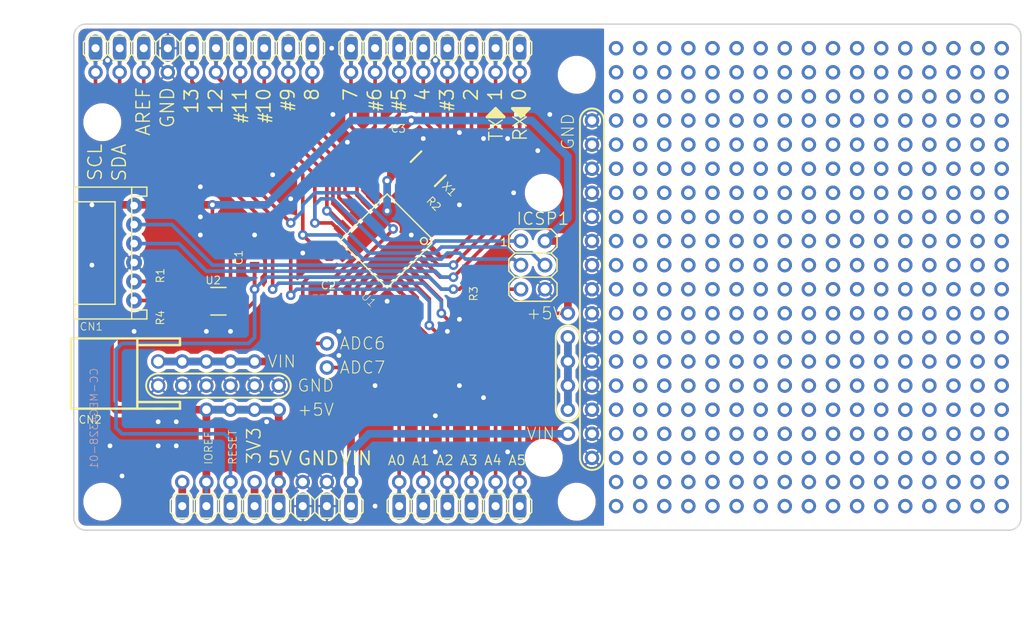
<source format=kicad_pcb>
(kicad_pcb (version 4) (host pcbnew 4.0.6)
  (layers (0 Top signal) (31 Bottom signal) (34 B.Paste user) (35 F.Paste user) (36 B.SilkS user) (37 F.SilkS user) (38 B.Mask user) (39 F.Mask user) (44 Edge.Cuts user))
  (net 0 "")
  (net 1 +5V)
  (net 2 GND)
  (net 3 AREF)
  (net 4 RESET)
  (net 5 SCK)
  (net 6 MISO)
  (net 7 MOSI)
  (net 8 SS)
  (net 9 XTAL2)
  (net 10 XTAL1)
  (net 11 AD0)
  (net 12 AD1)
  (net 13 AD2)
  (net 14 AD3)
  (net 15 AD4/SDA)
  (net 16 AD5/SCL)
  (net 17 IO2)
  (net 18 IO1)
  (net 19 IO0)
  (net 20 IO3)
  (net 21 IO4)
  (net 22 IO5)
  (net 23 IO6)
  (net 24 IO7)
  (net 25 IO8)
  (net 26 IO9)
  (net 27 VIN)
  (net 28 N$1)
  (net 29 N$2)
  (net 30 AD6)
  (net 31 AD7)
  (net 32 N$3)
  (net 33 N$4)
  (net 34 N$900)
  (net 35 N$5)
  (net 36 N$6)
  (net 37 N$7)
  (net 38 N$8)
  (net 39 N$9)
  (net 40 N$10)
  (net 41 N$11)
  (net 42 N$12)
  (net 43 N$13)
  (net 44 N$14)
  (net 45 N$15)
  (net 46 N$16)
  (net 47 N$17)
  (net 48 N$18)
  (net 49 N$19)
  (net 50 N$20)
  (net 51 N$21)
  (net 52 N$22)
  (net 53 N$23)
  (net 54 N$24)
  (net 55 N$25)
  (net 56 N$26)
  (net 57 N$27)
  (net 58 N$28)
  (net 59 N$29)
  (net 60 N$30)
  (net 61 N$31)
  (net 62 N$32)
  (net 63 N$33)
  (net 64 N$34)
  (net 65 N$35)
  (net 66 N$36)
  (net 67 N$37)
  (net 68 N$38)
  (net 69 N$39)
  (net 70 N$40)
  (net 71 N$41)
  (net 72 N$42)
  (net 73 N$43)
  (net 74 N$44)
  (net 75 N$45)
  (net 76 N$46)
  (net 77 N$47)
  (net 78 N$48)
  (net 79 N$49)
  (net 80 N$50)
  (net 81 N$51)
  (net 82 N$52)
  (net 83 N$53)
  (net 84 N$54)
  (net 85 N$55)
  (net 86 N$56)
  (net 87 N$57)
  (net 88 N$58)
  (net 89 N$59)
  (net 90 N$60)
  (net 91 N$61)
  (net 92 N$62)
  (net 93 N$63)
  (net 94 N$64)
  (net 95 N$65)
  (net 96 N$66)
  (net 97 N$67)
  (net 98 N$68)
  (net 99 N$69)
  (net 100 N$70)
  (net 101 N$71)
  (net 102 N$72)
  (net 103 N$73)
  (net 104 N$74)
  (net 105 N$75)
  (net 106 N$76)
  (net 107 N$77)
  (net 108 N$78)
  (net 109 N$79)
  (net 110 N$80)
  (net 111 N$81)
  (net 112 N$82)
  (net 113 N$83)
  (net 114 N$84)
  (net 115 N$85)
  (net 116 N$86)
  (net 117 N$87)
  (net 118 N$88)
  (net 119 N$89)
  (net 120 N$90)
  (net 121 N$91)
  (net 122 N$92)
  (net 123 N$93)
  (net 124 N$94)
  (net 125 N$95)
  (net 126 N$96)
  (net 127 N$97)
  (net 128 N$98)
  (net 129 N$99)
  (net 130 N$100)
  (net 131 N$101)
  (net 132 N$102)
  (net 133 N$103)
  (net 134 N$104)
  (net 135 N$105)
  (net 136 N$106)
  (net 137 N$107)
  (net 138 N$108)
  (net 139 N$109)
  (net 140 N$110)
  (net 141 N$111)
  (net 142 N$112)
  (net 143 N$113)
  (net 144 N$114)
  (net 145 N$115)
  (net 146 N$116)
  (net 147 N$117)
  (net 148 N$118)
  (net 149 N$119)
  (net 150 N$120)
  (net 151 N$121)
  (net 152 N$122)
  (net 153 N$123)
  (net 154 N$124)
  (net 155 N$125)
  (net 156 N$126)
  (net 157 N$127)
  (net 158 N$128)
  (net 159 N$129)
  (net 160 N$130)
  (net 161 N$131)
  (net 162 N$132)
  (net 163 N$133)
  (net 164 N$134)
  (net 165 N$135)
  (net 166 N$136)
  (net 167 N$137)
  (net 168 N$138)
  (net 169 N$139)
  (net 170 N$140)
  (net 171 N$141)
  (net 172 N$142)
  (net 173 N$143)
  (net 174 N$144)
  (net 175 N$145)
  (net 176 N$146)
  (net 177 N$147)
  (net 178 N$148)
  (net 179 N$149)
  (net 180 N$150)
  (net 181 N$151)
  (net 182 N$152)
  (net 183 N$153)
  (net 184 N$154)
  (net 185 N$155)
  (net 186 N$156)
  (net 187 N$157)
  (net 188 N$158)
  (net 189 N$159)
  (net 190 N$160)
  (net 191 N$161)
  (net 192 N$162)
  (net 193 N$163)
  (net 194 N$164)
  (net 195 N$165)
  (net 196 N$166)
  (net 197 N$167)
  (net 198 N$168)
  (net 199 N$169)
  (net 200 N$170)
  (net 201 N$171)
  (net 202 N$172)
  (net 203 N$173)
  (net 204 N$174)
  (net 205 N$175)
  (net 206 N$176)
  (net 207 N$177)
  (net 208 N$178)
  (net 209 N$179)
  (net 210 N$180)
  (net 211 N$181)
  (net 212 N$182)
  (net 213 N$183)
  (net 214 N$184)
  (net 215 N$185)
  (net 216 N$186)
  (net 217 N$187)
  (net 218 N$188)
  (net 219 N$189)
  (net 220 N$190)
  (net 221 N$191)
  (net 222 N$192)
  (net 223 N$193)
  (net 224 N$194)
  (net 225 N$195)
  (net 226 N$196)
  (net 227 N$197)
  (net 228 N$198)
  (net 229 N$199)
  (net 230 N$200)
  (net 231 N$201)
  (net 232 N$202)
  (net 233 N$203)
  (net 234 N$204)
  (net 235 N$205)
  (net 236 N$206)
  (net 237 N$207)
  (net 238 N$208)
  (net 239 N$209)
  (net 240 N$210)
  (net 241 N$211)
  (net 242 N$212)
  (net 243 N$213)
  (net 244 N$214)
  (net 245 N$215)
  (net 246 N$216)
  (net 247 N$217)
  (net 248 N$218)
  (net 249 N$219)
  (net 250 N$220)
  (net 251 N$221)
  (net 252 N$222)
  (net 253 N$223)
  (net 254 N$224)
  (net 255 N$225)
  (net 256 N$226)
  (net 257 N$227)
  (net 258 N$228)
  (net 259 N$229)
  (net 260 N$230)
  (net 261 N$231)
  (net 262 N$232)
  (net 263 N$233)
  (net 264 N$234)
  (net 265 N$235)
  (net 266 N$236)
  (net 267 N$237)
  (net 268 N$238)
  (net 269 N$239)
  (net 270 N$240)
  (net 271 N$241)
  (net 272 N$242)
  (net 273 N$243)
  (net 274 N$244)
  (net 275 N$245)
  (net 276 N$246)
  (net 277 N$247)
  (net 278 N$248)
  (net 279 N$249)
  (net 280 N$250)
  (net 281 N$251)
  (net 282 N$252)
  (net 283 N$253)
  (net 284 N$254)
  (net 285 N$255)
  (net 286 N$256)
  (net 287 N$257)
  (net 288 N$258)
  (net 289 N$259)
  (net 290 N$260)
  (net 291 N$261)
  (net 292 N$262)
  (net 293 N$263)
  (net 294 N$264)
  (net 295 N$265)
  (net 296 N$266)
  (net 297 N$267)
  (net 298 N$268)
  (net 299 N$269)
  (net 300 N$270)
  (net 301 N$271)
  (net 302 N$272)
  (net 303 N$273)
  (net 304 N$274)
  (net 305 N$275)
  (net 306 N$276)
  (net 307 N$277)
  (net 308 N$278)
  (net 309 N$279)
  (net 310 N$280)
  (net 311 N$281)
  (net 312 N$282)
  (net 313 N$283)
  (net 314 N$284)
  (net 315 N$285)
  (net 316 N$286)
  (net 317 N$287)
  (net 318 N$288)
  (net 319 N$289)
  (net 320 N$290)
  (net 321 N$291)
  (net 322 N$292)
  (net 323 N$293)
  (net 324 N$294)
  (net 325 N$295)
  (net 326 N$296)
  (net 327 N$297)
  (net 328 N$298)
  (net 329 N$299)
  (net 330 N$300)
  (net 331 N$301)
  (net 332 N$302)
  (net 333 N$303)
  (net 334 N$304)
  (net 335 N$305)
  (net 336 N$306)
  (net 337 N$307)
  (net 338 N$308)
  (net 339 N$309)
  (net 340 N$310)
  (net 341 N$311)
  (net 342 N$312)
  (net 343 N$313)
  (net 344 N$314)
  (net 345 N$315)
  (net 346 N$316)
  (net 347 N$317)
  (net 348 N$318)
  (net 349 N$319)
  (net 350 N$320)
  (net 351 N$321)
  (net 352 N$322)
  (net 353 N$323)
  (net 354 N$324)
  (net 355 N$325)
  (net 356 N$326)
  (net 357 N$327)
  (net 358 N$328)
  (net 359 N$329)
  (net 360 N$330)
  (net 361 N$331)
  (net 362 N$332)
  (net 363 N$333)
  (net 364 N$334)
  (net 365 N$335)
  (net 366 N$336)
  (net 367 N$337)
  (net 368 N$338)
  (net 369 N$339)
  (net 370 N$340)
  (net 371 N$341)
  (net 372 N$342)
  (net 373 N$343)
  (net 374 N$344)
  (module @HOLE1 (layer Top) (at 100.33 124.46)
    (fp_text reference @HOLE1 hide)
    (fp_text value ~ hide)
    (pad "" np_thru_hole circle (at 0 0) (size 3.2 3.2) (drill 3.2) (layers *.Cu))
  )
  (module @HOLE2 (layer Top) (at 100.33 152.4)
    (fp_text reference @HOLE2 hide)
    (fp_text value ~ hide)
    (pad "" np_thru_hole circle (at 0 0) (size 3.2 3.2) (drill 3.2) (layers *.Cu))
  )
  (module @HOLE3 (layer Top) (at 53.8 117.02)
    (fp_text reference @HOLE3 hide)
    (fp_text value ~ hide)
    (pad "" np_thru_hole circle (at 0 0) (size 3.2 3.2) (drill 3.2) (layers *.Cu))
  )
  (module @HOLE4 (layer Top) (at 53.8 157.02)
    (fp_text reference @HOLE4 hide)
    (fp_text value ~ hide)
    (pad "" np_thru_hole circle (at 0 0) (size 3.2 3.2) (drill 3.2) (layers *.Cu))
  )
  (module @HOLE5 (layer Top) (at 103.8 112.02)
    (fp_text reference @HOLE5 hide)
    (fp_text value ~ hide)
    (pad "" np_thru_hole circle (at 0 0) (size 3.2 3.2) (drill 3.2) (layers *.Cu))
  )
  (module @HOLE6 (layer Top) (at 103.8 157.02)
    (fp_text reference @HOLE6 hide)
    (fp_text value ~ hide)
    (pad "" np_thru_hole circle (at 0 0) (size 3.2 3.2) (drill 3.2) (layers *.Cu))
  )
  (module @V1 (layer Top) (at 102.87 137.16)
    (fp_text reference @V1 hide)
    (fp_text value ~ hide)
    (pad "" thru_hole circle (at 0 0) (size 1.524 1.524) (drill 0.9) (layers *.Cu *.Mask) (net 1 +5V))
  )
  (module @V2 (layer Top) (at 72.39 147.32)
    (fp_text reference @V2 hide)
    (fp_text value ~ hide)
    (pad "" thru_hole circle (at 0 0) (size 1.524 1.524) (drill 0.9) (layers *.Cu *.Mask) (net 1 +5V))
  )
  (module @V3 (layer Top) (at 67.31 147.32)
    (fp_text reference @V3 hide)
    (fp_text value ~ hide)
    (pad "" thru_hole circle (at 0 0) (size 1.524 1.524) (drill 0.9) (layers *.Cu *.Mask) (net 1 +5V))
  )
  (module @V4 (layer Top) (at 64.77 147.32)
    (fp_text reference @V4 hide)
    (fp_text value ~ hide)
    (pad "" thru_hole circle (at 0 0) (size 1.524 1.524) (drill 0.9) (layers *.Cu *.Mask) (net 1 +5V))
  )
  (module @V5 (layer Top) (at 69.85 147.32)
    (fp_text reference @V5 hide)
    (fp_text value ~ hide)
    (pad "" thru_hole circle (at 0 0) (size 1.524 1.524) (drill 0.9) (layers *.Cu *.Mask) (net 1 +5V))
  )
  (module @V6 (layer Top) (at 72.39 154.94)
    (fp_text reference @V6 hide)
    (fp_text value ~ hide)
    (pad "" thru_hole circle (at 0 0) (size 1.524 1.524) (drill 0.9) (layers *.Cu *.Mask) (net 1 +5V))
  )
  (module @V7 (layer Top) (at 64.77 154.94)
    (fp_text reference @V7 hide)
    (fp_text value ~ hide)
    (pad "" thru_hole circle (at 0 0) (size 1.524 1.524) (drill 0.9) (layers *.Cu *.Mask) (net 1 +5V))
  )
  (module @V8 (layer Top) (at 88.89999 110.49)
    (fp_text reference @V8 hide)
    (fp_text value ~ hide)
    (pad "" thru_hole circle (at 0 0) (size 1.016 1.016) (drill 0.5) (layers *.Cu) (net 2 GND))
  )
  (module @V9 (layer Top) (at 77.978 109.22)
    (fp_text reference @V9 hide)
    (fp_text value ~ hide)
    (pad "" thru_hole circle (at 0 0) (size 1.016 1.016) (drill 0.5) (layers *.Cu) (net 2 GND))
  )
  (module @V10 (layer Top) (at 82.55 157.48)
    (fp_text reference @V10 hide)
    (fp_text value ~ hide)
    (pad "" thru_hole circle (at 0 0) (size 1.016 1.016) (drill 0.5) (layers *.Cu) (net 2 GND))
  )
  (module @V11 (layer Top) (at 91.44 125.73)
    (fp_text reference @V11 hide)
    (fp_text value ~ hide)
    (pad "" thru_hole circle (at 0 0) (size 1.016 1.016) (drill 0.5) (layers *.Cu) (net 2 GND))
  )
  (module @V12 (layer Top) (at 83.82 135.89)
    (fp_text reference @V12 hide)
    (fp_text value ~ hide)
    (pad "" thru_hole circle (at 0 0) (size 1.016 1.016) (drill 0.5) (layers *.Cu) (net 2 GND))
  )
  (module @V13 (layer Top) (at 78.105 116.205)
    (fp_text reference @V13 hide)
    (fp_text value ~ hide)
    (pad "" thru_hole circle (at 0 0) (size 1.016 1.016) (drill 0.5) (layers *.Cu) (net 2 GND))
  )
  (module @V14 (layer Top) (at 71.755 122.555)
    (fp_text reference @V14 hide)
    (fp_text value ~ hide)
    (pad "" thru_hole circle (at 0 0) (size 1.016 1.016) (drill 0.5) (layers *.Cu) (net 2 GND))
  )
  (module @V15 (layer Top) (at 78.74 141.605)
    (fp_text reference @V15 hide)
    (fp_text value ~ hide)
    (pad "" thru_hole circle (at 0 0) (size 1.016 1.016) (drill 0.5) (layers *.Cu) (net 2 GND))
  )
  (module @V16 (layer Top) (at 78.74 139.065)
    (fp_text reference @V16 hide)
    (fp_text value ~ hide)
    (pad "" thru_hole circle (at 0 0) (size 1.016 1.016) (drill 0.5) (layers *.Cu) (net 2 GND))
  )
  (module @V17 (layer Top) (at 52.705 132.08)
    (fp_text reference @V17 hide)
    (fp_text value ~ hide)
    (pad "" thru_hole circle (at 0 0) (size 1.016 1.016) (drill 0.5) (layers *.Cu) (net 2 GND))
  )
  (module @V18 (layer Top) (at 71.12 148.59)
    (fp_text reference @V18 hide)
    (fp_text value ~ hide)
    (pad "" thru_hole circle (at 0 0) (size 1.016 1.016) (drill 0.5) (layers *.Cu) (net 2 GND))
  )
  (module @V19 (layer Top) (at 90.17 139.065)
    (fp_text reference @V19 hide)
    (fp_text value ~ hide)
    (pad "" thru_hole circle (at 0 0) (size 1.016 1.016) (drill 0.5) (layers *.Cu) (net 2 GND))
  )
  (module @V20 (layer Top) (at 91.44 144.78)
    (fp_text reference @V20 hide)
    (fp_text value ~ hide)
    (pad "" thru_hole circle (at 0 0) (size 1.016 1.016) (drill 0.5) (layers *.Cu) (net 2 GND))
  )
  (module @V21 (layer Top) (at 93.98 146.05)
    (fp_text reference @V21 hide)
    (fp_text value ~ hide)
    (pad "" thru_hole circle (at 0 0) (size 1.016 1.016) (drill 0.5) (layers *.Cu) (net 2 GND))
  )
  (module @V22 (layer Top) (at 88.89999 147.955)
    (fp_text reference @V22 hide)
    (fp_text value ~ hide)
    (pad "" thru_hole circle (at 0 0) (size 1.016 1.016) (drill 0.5) (layers *.Cu) (net 2 GND))
  )
  (module @V23 (layer Top) (at 88.89999 151.765)
    (fp_text reference @V23 hide)
    (fp_text value ~ hide)
    (pad "" thru_hole circle (at 0 0) (size 1.016 1.016) (drill 0.5) (layers *.Cu) (net 2 GND))
  )
  (module @V24 (layer Top) (at 96.52 151.765)
    (fp_text reference @V24 hide)
    (fp_text value ~ hide)
    (pad "" thru_hole circle (at 0 0) (size 1.016 1.016) (drill 0.5) (layers *.Cu) (net 2 GND))
  )
  (module @V25 (layer Top) (at 93.98 118.745)
    (fp_text reference @V25 hide)
    (fp_text value ~ hide)
    (pad "" thru_hole circle (at 0 0) (size 1.016 1.016) (drill 0.5) (layers *.Cu) (net 2 GND))
  )
  (module @V26 (layer Top) (at 96.52 118.745)
    (fp_text reference @V26 hide)
    (fp_text value ~ hide)
    (pad "" thru_hole circle (at 0 0) (size 1.016 1.016) (drill 0.5) (layers *.Cu) (net 2 GND))
  )
  (module @V27 (layer Top) (at 91.44 118.11)
    (fp_text reference @V27 hide)
    (fp_text value ~ hide)
    (pad "" thru_hole circle (at 0 0) (size 1.016 1.016) (drill 0.5) (layers *.Cu) (net 2 GND))
  )
  (module @V28 (layer Top) (at 64.135 127)
    (fp_text reference @V28 hide)
    (fp_text value ~ hide)
    (pad "" thru_hole circle (at 0 0) (size 1.016 1.016) (drill 0.5) (layers *.Cu) (net 2 GND))
  )
  (module @V29 (layer Top) (at 61.595 151.13)
    (fp_text reference @V29 hide)
    (fp_text value ~ hide)
    (pad "" thru_hole circle (at 0 0) (size 1.016 1.016) (drill 0.5) (layers *.Cu) (net 2 GND))
  )
  (module @V30 (layer Top) (at 91.44 137.795)
    (fp_text reference @V30 hide)
    (fp_text value ~ hide)
    (pad "" thru_hole circle (at 0 0) (size 1.016 1.016) (drill 0.5) (layers *.Cu) (net 2 GND))
  )
  (module @V31 (layer Top) (at 86.36 128.905)
    (fp_text reference @V31 hide)
    (fp_text value ~ hide)
    (pad "" thru_hole circle (at 0 0) (size 1.016 1.016) (drill 0.5) (layers *.Cu) (net 2 GND))
  )
  (module @V32 (layer Top) (at 64.135 123.825)
    (fp_text reference @V32 hide)
    (fp_text value ~ hide)
    (pad "" thru_hole circle (at 0 0) (size 1.016 1.016) (drill 0.5) (layers *.Cu) (net 2 GND))
  )
  (module @V33 (layer Top) (at 100.965 116.205)
    (fp_text reference @V33 hide)
    (fp_text value ~ hide)
    (pad "" thru_hole circle (at 0 0) (size 1.016 1.016) (drill 0.5) (layers *.Cu) (net 2 GND))
  )
  (module @V34 (layer Top) (at 87.63 118.745)
    (fp_text reference @V34 hide)
    (fp_text value ~ hide)
    (pad "" thru_hole circle (at 0 0) (size 1.016 1.016) (drill 0.5) (layers *.Cu) (net 2 GND))
  )
  (module @V35 (layer Top) (at 82.55 144.78)
    (fp_text reference @V35 hide)
    (fp_text value ~ hide)
    (pad "" thru_hole circle (at 0 0) (size 1.016 1.016) (drill 0.5) (layers *.Cu) (net 2 GND))
  )
  (module @V36 (layer Top) (at 97.155 124.46)
    (fp_text reference @V36 hide)
    (fp_text value ~ hide)
    (pad "" thru_hole circle (at 0 0) (size 1.016 1.016) (drill 0.5) (layers *.Cu) (net 2 GND))
  )
  (module @V37 (layer Top) (at 64.135 128.905)
    (fp_text reference @V37 hide)
    (fp_text value ~ hide)
    (pad "" thru_hole circle (at 0 0) (size 1.016 1.016) (drill 0.5) (layers *.Cu) (net 2 GND))
  )
  (module @V38 (layer Top) (at 74.93 130.81)
    (fp_text reference @V38 hide)
    (fp_text value ~ hide)
    (pad "" thru_hole circle (at 0 0) (size 1.016 1.016) (drill 0.5) (layers *.Cu) (net 2 GND))
  )
  (module @V39 (layer Top) (at 69.85 128.905)
    (fp_text reference @V39 hide)
    (fp_text value ~ hide)
    (pad "" thru_hole circle (at 0 0) (size 1.016 1.016) (drill 0.5) (layers *.Cu) (net 2 GND))
  )
  (module @V40 (layer Top) (at 73.66 125.095)
    (fp_text reference @V40 hide)
    (fp_text value ~ hide)
    (pad "" thru_hole circle (at 0 0) (size 1.016 1.016) (drill 0.5) (layers *.Cu) (net 2 GND))
  )
  (module @V41 (layer Top) (at 99.695 120.015)
    (fp_text reference @V41 hide)
    (fp_text value ~ hide)
    (pad "" thru_hole circle (at 0 0) (size 1.016 1.016) (drill 0.5) (layers *.Cu) (net 2 GND))
  )
  (module @V42 (layer Top) (at 55.88 154.305)
    (fp_text reference @V42 hide)
    (fp_text value ~ hide)
    (pad "" thru_hole circle (at 0 0) (size 1.016 1.016) (drill 0.5) (layers *.Cu) (net 2 GND))
  )
  (module @V43 (layer Top) (at 59.69 148.59)
    (fp_text reference @V43 hide)
    (fp_text value ~ hide)
    (pad "" thru_hole circle (at 0 0) (size 1.016 1.016) (drill 0.5) (layers *.Cu) (net 2 GND))
  )
  (module @V44 (layer Top) (at 61.595 148.59)
    (fp_text reference @V44 hide)
    (fp_text value ~ hide)
    (pad "" thru_hole circle (at 0 0) (size 1.016 1.016) (drill 0.5) (layers *.Cu) (net 2 GND))
  )
  (module @V45 (layer Top) (at 59.69 151.13)
    (fp_text reference @V45 hide)
    (fp_text value ~ hide)
    (pad "" thru_hole circle (at 0 0) (size 1.016 1.016) (drill 0.5) (layers *.Cu) (net 2 GND))
  )
  (module @V46 (layer Top) (at 54.356 110.49)
    (fp_text reference @V46 hide)
    (fp_text value ~ hide)
    (pad "" thru_hole circle (at 0 0) (size 1.016 1.016) (drill 0.5) (layers *.Cu) (net 2 GND))
  )
  (module @V47 (layer Top) (at 64.77 139.065)
    (fp_text reference @V47 hide)
    (fp_text value ~ hide)
    (pad "" thru_hole circle (at 0 0) (size 1.016 1.016) (drill 0.5) (layers *.Cu) (net 2 GND))
  )
  (module @V48 (layer Top) (at 67.31 139.065)
    (fp_text reference @V48 hide)
    (fp_text value ~ hide)
    (pad "" thru_hole circle (at 0 0) (size 1.016 1.016) (drill 0.5) (layers *.Cu) (net 2 GND))
  )
  (module @V49 (layer Top) (at 57.15 139.065)
    (fp_text reference @V49 hide)
    (fp_text value ~ hide)
    (pad "" thru_hole circle (at 0 0) (size 1.016 1.016) (drill 0.5) (layers *.Cu) (net 2 GND))
  )
  (module @V50 (layer Top) (at 52.705 125.73)
    (fp_text reference @V50 hide)
    (fp_text value ~ hide)
    (pad "" thru_hole circle (at 0 0) (size 1.016 1.016) (drill 0.5) (layers *.Cu) (net 2 GND))
  )
  (module @V51 (layer Top) (at 54.61 151.13)
    (fp_text reference @V51 hide)
    (fp_text value ~ hide)
    (pad "" thru_hole circle (at 0 0) (size 1.016 1.016) (drill 0.5) (layers *.Cu) (net 2 GND))
  )
  (module @V52 (layer Top) (at 79.629 119.126)
    (fp_text reference @V52 hide)
    (fp_text value ~ hide)
    (pad "" thru_hole circle (at 0 0) (size 1.016 1.016) (drill 0.5) (layers *.Cu) (net 2 GND))
  )
  (module @V53 (layer Top) (at 58.166 111.76)
    (fp_text reference @V53 hide)
    (fp_text value ~ hide)
    (pad "" thru_hole circle (at 0 0) (size 1.524 1.524) (drill 0.9) (layers *.Cu *.Mask) (net 3 AREF))
  )
  (module @V54 (layer Top) (at 67.31 154.94)
    (fp_text reference @V54 hide)
    (fp_text value ~ hide)
    (pad "" thru_hole circle (at 0 0) (size 1.524 1.524) (drill 0.9) (layers *.Cu *.Mask) (net 4 RESET))
  )
  (module @V55 (layer Top) (at 63.246 111.76)
    (fp_text reference @V55 hide)
    (fp_text value ~ hide)
    (pad "" thru_hole circle (at 0 0) (size 1.524 1.524) (drill 0.9) (layers *.Cu *.Mask) (net 5 SCK))
  )
  (module @V56 (layer Top) (at 65.786 111.76)
    (fp_text reference @V56 hide)
    (fp_text value ~ hide)
    (pad "" thru_hole circle (at 0 0) (size 1.524 1.524) (drill 0.9) (layers *.Cu *.Mask) (net 6 MISO))
  )
  (module @V57 (layer Top) (at 68.326 111.76)
    (fp_text reference @V57 hide)
    (fp_text value ~ hide)
    (pad "" thru_hole circle (at 0 0) (size 1.524 1.524) (drill 0.9) (layers *.Cu *.Mask) (net 7 MOSI))
  )
  (module @V58 (layer Top) (at 70.866 111.76)
    (fp_text reference @V58 hide)
    (fp_text value ~ hide)
    (pad "" thru_hole circle (at 0 0) (size 1.524 1.524) (drill 0.9) (layers *.Cu *.Mask) (net 8 SS))
  )
  (module @V59 (layer Top) (at 85.09 154.94)
    (fp_text reference @V59 hide)
    (fp_text value ~ hide)
    (pad "" thru_hole circle (at 0 0) (size 1.524 1.524) (drill 0.9) (layers *.Cu *.Mask) (net 11 AD0))
  )
  (module @V60 (layer Top) (at 87.63 154.94)
    (fp_text reference @V60 hide)
    (fp_text value ~ hide)
    (pad "" thru_hole circle (at 0 0) (size 1.524 1.524) (drill 0.9) (layers *.Cu *.Mask) (net 12 AD1))
  )
  (module @V61 (layer Top) (at 90.17 154.94)
    (fp_text reference @V61 hide)
    (fp_text value ~ hide)
    (pad "" thru_hole circle (at 0 0) (size 1.524 1.524) (drill 0.9) (layers *.Cu *.Mask) (net 13 AD2))
  )
  (module @V62 (layer Top) (at 92.71 154.94)
    (fp_text reference @V62 hide)
    (fp_text value ~ hide)
    (pad "" thru_hole circle (at 0 0) (size 1.524 1.524) (drill 0.9) (layers *.Cu *.Mask) (net 14 AD3))
  )
  (module @V63 (layer Top) (at 95.25 154.94)
    (fp_text reference @V63 hide)
    (fp_text value ~ hide)
    (pad "" thru_hole circle (at 0 0) (size 1.524 1.524) (drill 0.9) (layers *.Cu *.Mask) (net 15 AD4/SDA))
  )
  (module @V64 (layer Top) (at 55.626 111.76)
    (fp_text reference @V64 hide)
    (fp_text value ~ hide)
    (pad "" thru_hole circle (at 0 0) (size 1.524 1.524) (drill 0.9) (layers *.Cu *.Mask) (net 15 AD4/SDA))
  )
  (module @V65 (layer Top) (at 97.79 154.94)
    (fp_text reference @V65 hide)
    (fp_text value ~ hide)
    (pad "" thru_hole circle (at 0 0) (size 1.524 1.524) (drill 0.9) (layers *.Cu *.Mask) (net 16 AD5/SCL))
  )
  (module @V66 (layer Top) (at 53.086 111.76)
    (fp_text reference @V66 hide)
    (fp_text value ~ hide)
    (pad "" thru_hole circle (at 0 0) (size 1.524 1.524) (drill 0.9) (layers *.Cu *.Mask) (net 16 AD5/SCL))
  )
  (module @V67 (layer Top) (at 92.71 111.76)
    (fp_text reference @V67 hide)
    (fp_text value ~ hide)
    (pad "" thru_hole circle (at 0 0) (size 1.524 1.524) (drill 0.9) (layers *.Cu *.Mask) (net 17 IO2))
  )
  (module @V68 (layer Top) (at 95.25 111.76)
    (fp_text reference @V68 hide)
    (fp_text value ~ hide)
    (pad "" thru_hole circle (at 0 0) (size 1.524 1.524) (drill 0.9) (layers *.Cu *.Mask) (net 18 IO1))
  )
  (module @V69 (layer Top) (at 97.79 111.76)
    (fp_text reference @V69 hide)
    (fp_text value ~ hide)
    (pad "" thru_hole circle (at 0 0) (size 1.524 1.524) (drill 0.9) (layers *.Cu *.Mask) (net 19 IO0))
  )
  (module @V70 (layer Top) (at 90.17 111.76)
    (fp_text reference @V70 hide)
    (fp_text value ~ hide)
    (pad "" thru_hole circle (at 0 0) (size 1.524 1.524) (drill 0.9) (layers *.Cu *.Mask) (net 20 IO3))
  )
  (module @V71 (layer Top) (at 87.63 111.76)
    (fp_text reference @V71 hide)
    (fp_text value ~ hide)
    (pad "" thru_hole circle (at 0 0) (size 1.524 1.524) (drill 0.9) (layers *.Cu *.Mask) (net 21 IO4))
  )
  (module @V72 (layer Top) (at 85.09 111.76)
    (fp_text reference @V72 hide)
    (fp_text value ~ hide)
    (pad "" thru_hole circle (at 0 0) (size 1.524 1.524) (drill 0.9) (layers *.Cu *.Mask) (net 22 IO5))
  )
  (module @V73 (layer Top) (at 82.55 111.76)
    (fp_text reference @V73 hide)
    (fp_text value ~ hide)
    (pad "" thru_hole circle (at 0 0) (size 1.524 1.524) (drill 0.9) (layers *.Cu *.Mask) (net 23 IO6))
  )
  (module @V74 (layer Top) (at 80.00999 111.76)
    (fp_text reference @V74 hide)
    (fp_text value ~ hide)
    (pad "" thru_hole circle (at 0 0) (size 1.524 1.524) (drill 0.9) (layers *.Cu *.Mask) (net 24 IO7))
  )
  (module @V75 (layer Top) (at 75.946 111.76)
    (fp_text reference @V75 hide)
    (fp_text value ~ hide)
    (pad "" thru_hole circle (at 0 0) (size 1.524 1.524) (drill 0.9) (layers *.Cu *.Mask) (net 25 IO8))
  )
  (module @V76 (layer Top) (at 73.406 111.76)
    (fp_text reference @V76 hide)
    (fp_text value ~ hide)
    (pad "" thru_hole circle (at 0 0) (size 1.524 1.524) (drill 0.9) (layers *.Cu *.Mask) (net 26 IO9))
  )
  (module @V77 (layer Top) (at 102.87 149.86)
    (fp_text reference @V77 hide)
    (fp_text value ~ hide)
    (pad "" thru_hole circle (at 0 0) (size 1.524 1.524) (drill 0.9) (layers *.Cu *.Mask) (net 27 VIN))
  )
  (module @V78 (layer Top) (at 62.23 142.24)
    (fp_text reference @V78 hide)
    (fp_text value ~ hide)
    (pad "" thru_hole circle (at 0 0) (size 1.524 1.524) (drill 0.9) (layers *.Cu *.Mask) (net 27 VIN))
  )
  (module @V79 (layer Top) (at 64.77 142.24)
    (fp_text reference @V79 hide)
    (fp_text value ~ hide)
    (pad "" thru_hole circle (at 0 0) (size 1.524 1.524) (drill 0.9) (layers *.Cu *.Mask) (net 27 VIN))
  )
  (module @V80 (layer Top) (at 67.31 142.24)
    (fp_text reference @V80 hide)
    (fp_text value ~ hide)
    (pad "" thru_hole circle (at 0 0) (size 1.524 1.524) (drill 0.9) (layers *.Cu *.Mask) (net 27 VIN))
  )
  (module @V81 (layer Top) (at 69.85 142.24)
    (fp_text reference @V81 hide)
    (fp_text value ~ hide)
    (pad "" thru_hole circle (at 0 0) (size 1.524 1.524) (drill 0.9) (layers *.Cu *.Mask) (net 27 VIN))
  )
  (module @V82 (layer Top) (at 80.00999 154.94)
    (fp_text reference @V82 hide)
    (fp_text value ~ hide)
    (pad "" thru_hole circle (at 0 0) (size 1.524 1.524) (drill 0.9) (layers *.Cu *.Mask) (net 27 VIN))
  )
  (module @V83 (layer Top) (at 102.87 139.7)
    (fp_text reference @V83 hide)
    (fp_text value ~ hide)
    (pad "" thru_hole circle (at 0 0) (size 1.524 1.524) (drill 0.9) (layers *.Cu *.Mask) (net 34 N$900))
  )
  (module @V84 (layer Top) (at 102.87 142.24)
    (fp_text reference @V84 hide)
    (fp_text value ~ hide)
    (pad "" thru_hole circle (at 0 0) (size 1.524 1.524) (drill 0.9) (layers *.Cu *.Mask) (net 34 N$900))
  )
  (module @V85 (layer Top) (at 102.87 144.78)
    (fp_text reference @V85 hide)
    (fp_text value ~ hide)
    (pad "" thru_hole circle (at 0 0) (size 1.524 1.524) (drill 0.9) (layers *.Cu *.Mask) (net 34 N$900))
  )
  (module @V86 (layer Top) (at 102.87 147.32)
    (fp_text reference @V86 hide)
    (fp_text value ~ hide)
    (pad "" thru_hole circle (at 0 0) (size 1.524 1.524) (drill 0.9) (layers *.Cu *.Mask) (net 34 N$900))
  )
  (module @V87 (layer Top) (at 107.95 109.22)
    (fp_text reference @V87 hide)
    (fp_text value ~ hide)
    (pad "" thru_hole circle (at 0 0) (size 1.524 1.524) (drill 0.9) (layers *.Cu *.Mask) (net 35 N$5))
  )
  (module @V88 (layer Top) (at 107.95 111.76)
    (fp_text reference @V88 hide)
    (fp_text value ~ hide)
    (pad "" thru_hole circle (at 0 0) (size 1.524 1.524) (drill 0.9) (layers *.Cu *.Mask) (net 36 N$6))
  )
  (module @V89 (layer Top) (at 107.95 114.3)
    (fp_text reference @V89 hide)
    (fp_text value ~ hide)
    (pad "" thru_hole circle (at 0 0) (size 1.524 1.524) (drill 0.9) (layers *.Cu *.Mask) (net 37 N$7))
  )
  (module @V90 (layer Top) (at 107.95 116.84)
    (fp_text reference @V90 hide)
    (fp_text value ~ hide)
    (pad "" thru_hole circle (at 0 0) (size 1.524 1.524) (drill 0.9) (layers *.Cu *.Mask) (net 38 N$8))
  )
  (module @V91 (layer Top) (at 107.95 119.38)
    (fp_text reference @V91 hide)
    (fp_text value ~ hide)
    (pad "" thru_hole circle (at 0 0) (size 1.524 1.524) (drill 0.9) (layers *.Cu *.Mask) (net 39 N$9))
  )
  (module @V92 (layer Top) (at 107.95 121.92)
    (fp_text reference @V92 hide)
    (fp_text value ~ hide)
    (pad "" thru_hole circle (at 0 0) (size 1.524 1.524) (drill 0.9) (layers *.Cu *.Mask) (net 40 N$10))
  )
  (module @V93 (layer Top) (at 107.95 124.46)
    (fp_text reference @V93 hide)
    (fp_text value ~ hide)
    (pad "" thru_hole circle (at 0 0) (size 1.524 1.524) (drill 0.9) (layers *.Cu *.Mask) (net 41 N$11))
  )
  (module @V94 (layer Top) (at 107.95 127)
    (fp_text reference @V94 hide)
    (fp_text value ~ hide)
    (pad "" thru_hole circle (at 0 0) (size 1.524 1.524) (drill 0.9) (layers *.Cu *.Mask) (net 42 N$12))
  )
  (module @V95 (layer Top) (at 107.95 129.54)
    (fp_text reference @V95 hide)
    (fp_text value ~ hide)
    (pad "" thru_hole circle (at 0 0) (size 1.524 1.524) (drill 0.9) (layers *.Cu *.Mask) (net 43 N$13))
  )
  (module @V96 (layer Top) (at 107.95 132.08)
    (fp_text reference @V96 hide)
    (fp_text value ~ hide)
    (pad "" thru_hole circle (at 0 0) (size 1.524 1.524) (drill 0.9) (layers *.Cu *.Mask) (net 44 N$14))
  )
  (module @V97 (layer Top) (at 107.95 134.62)
    (fp_text reference @V97 hide)
    (fp_text value ~ hide)
    (pad "" thru_hole circle (at 0 0) (size 1.524 1.524) (drill 0.9) (layers *.Cu *.Mask) (net 45 N$15))
  )
  (module @V98 (layer Top) (at 107.95 137.16)
    (fp_text reference @V98 hide)
    (fp_text value ~ hide)
    (pad "" thru_hole circle (at 0 0) (size 1.524 1.524) (drill 0.9) (layers *.Cu *.Mask) (net 46 N$16))
  )
  (module @V99 (layer Top) (at 107.95 139.7)
    (fp_text reference @V99 hide)
    (fp_text value ~ hide)
    (pad "" thru_hole circle (at 0 0) (size 1.524 1.524) (drill 0.9) (layers *.Cu *.Mask) (net 47 N$17))
  )
  (module @V100 (layer Top) (at 107.95 142.24)
    (fp_text reference @V100 hide)
    (fp_text value ~ hide)
    (pad "" thru_hole circle (at 0 0) (size 1.524 1.524) (drill 0.9) (layers *.Cu *.Mask) (net 48 N$18))
  )
  (module @V101 (layer Top) (at 107.95 144.78)
    (fp_text reference @V101 hide)
    (fp_text value ~ hide)
    (pad "" thru_hole circle (at 0 0) (size 1.524 1.524) (drill 0.9) (layers *.Cu *.Mask) (net 49 N$19))
  )
  (module @V102 (layer Top) (at 107.95 147.32)
    (fp_text reference @V102 hide)
    (fp_text value ~ hide)
    (pad "" thru_hole circle (at 0 0) (size 1.524 1.524) (drill 0.9) (layers *.Cu *.Mask) (net 50 N$20))
  )
  (module @V103 (layer Top) (at 107.95 149.86)
    (fp_text reference @V103 hide)
    (fp_text value ~ hide)
    (pad "" thru_hole circle (at 0 0) (size 1.524 1.524) (drill 0.9) (layers *.Cu *.Mask) (net 51 N$21))
  )
  (module @V104 (layer Top) (at 107.95 152.4)
    (fp_text reference @V104 hide)
    (fp_text value ~ hide)
    (pad "" thru_hole circle (at 0 0) (size 1.524 1.524) (drill 0.9) (layers *.Cu *.Mask) (net 52 N$22))
  )
  (module @V105 (layer Top) (at 107.95 154.94)
    (fp_text reference @V105 hide)
    (fp_text value ~ hide)
    (pad "" thru_hole circle (at 0 0) (size 1.524 1.524) (drill 0.9) (layers *.Cu *.Mask) (net 53 N$23))
  )
  (module @V106 (layer Top) (at 107.95 157.48)
    (fp_text reference @V106 hide)
    (fp_text value ~ hide)
    (pad "" thru_hole circle (at 0 0) (size 1.524 1.524) (drill 0.9) (layers *.Cu *.Mask) (net 54 N$24))
  )
  (module @V107 (layer Top) (at 110.49 109.22)
    (fp_text reference @V107 hide)
    (fp_text value ~ hide)
    (pad "" thru_hole circle (at 0 0) (size 1.524 1.524) (drill 0.9) (layers *.Cu *.Mask) (net 55 N$25))
  )
  (module @V108 (layer Top) (at 110.49 111.76)
    (fp_text reference @V108 hide)
    (fp_text value ~ hide)
    (pad "" thru_hole circle (at 0 0) (size 1.524 1.524) (drill 0.9) (layers *.Cu *.Mask) (net 56 N$26))
  )
  (module @V109 (layer Top) (at 110.49 114.3)
    (fp_text reference @V109 hide)
    (fp_text value ~ hide)
    (pad "" thru_hole circle (at 0 0) (size 1.524 1.524) (drill 0.9) (layers *.Cu *.Mask) (net 57 N$27))
  )
  (module @V110 (layer Top) (at 110.49 116.84)
    (fp_text reference @V110 hide)
    (fp_text value ~ hide)
    (pad "" thru_hole circle (at 0 0) (size 1.524 1.524) (drill 0.9) (layers *.Cu *.Mask) (net 58 N$28))
  )
  (module @V111 (layer Top) (at 110.49 119.38)
    (fp_text reference @V111 hide)
    (fp_text value ~ hide)
    (pad "" thru_hole circle (at 0 0) (size 1.524 1.524) (drill 0.9) (layers *.Cu *.Mask) (net 59 N$29))
  )
  (module @V112 (layer Top) (at 110.49 121.92)
    (fp_text reference @V112 hide)
    (fp_text value ~ hide)
    (pad "" thru_hole circle (at 0 0) (size 1.524 1.524) (drill 0.9) (layers *.Cu *.Mask) (net 60 N$30))
  )
  (module @V113 (layer Top) (at 110.49 124.46)
    (fp_text reference @V113 hide)
    (fp_text value ~ hide)
    (pad "" thru_hole circle (at 0 0) (size 1.524 1.524) (drill 0.9) (layers *.Cu *.Mask) (net 61 N$31))
  )
  (module @V114 (layer Top) (at 110.49 127)
    (fp_text reference @V114 hide)
    (fp_text value ~ hide)
    (pad "" thru_hole circle (at 0 0) (size 1.524 1.524) (drill 0.9) (layers *.Cu *.Mask) (net 62 N$32))
  )
  (module @V115 (layer Top) (at 110.49 129.54)
    (fp_text reference @V115 hide)
    (fp_text value ~ hide)
    (pad "" thru_hole circle (at 0 0) (size 1.524 1.524) (drill 0.9) (layers *.Cu *.Mask) (net 63 N$33))
  )
  (module @V116 (layer Top) (at 110.49 132.08)
    (fp_text reference @V116 hide)
    (fp_text value ~ hide)
    (pad "" thru_hole circle (at 0 0) (size 1.524 1.524) (drill 0.9) (layers *.Cu *.Mask) (net 64 N$34))
  )
  (module @V117 (layer Top) (at 110.49 134.62)
    (fp_text reference @V117 hide)
    (fp_text value ~ hide)
    (pad "" thru_hole circle (at 0 0) (size 1.524 1.524) (drill 0.9) (layers *.Cu *.Mask) (net 65 N$35))
  )
  (module @V118 (layer Top) (at 110.49 137.16)
    (fp_text reference @V118 hide)
    (fp_text value ~ hide)
    (pad "" thru_hole circle (at 0 0) (size 1.524 1.524) (drill 0.9) (layers *.Cu *.Mask) (net 66 N$36))
  )
  (module @V119 (layer Top) (at 110.49 139.7)
    (fp_text reference @V119 hide)
    (fp_text value ~ hide)
    (pad "" thru_hole circle (at 0 0) (size 1.524 1.524) (drill 0.9) (layers *.Cu *.Mask) (net 67 N$37))
  )
  (module @V120 (layer Top) (at 110.49 142.24)
    (fp_text reference @V120 hide)
    (fp_text value ~ hide)
    (pad "" thru_hole circle (at 0 0) (size 1.524 1.524) (drill 0.9) (layers *.Cu *.Mask) (net 68 N$38))
  )
  (module @V121 (layer Top) (at 110.49 144.78)
    (fp_text reference @V121 hide)
    (fp_text value ~ hide)
    (pad "" thru_hole circle (at 0 0) (size 1.524 1.524) (drill 0.9) (layers *.Cu *.Mask) (net 69 N$39))
  )
  (module @V122 (layer Top) (at 110.49 147.32)
    (fp_text reference @V122 hide)
    (fp_text value ~ hide)
    (pad "" thru_hole circle (at 0 0) (size 1.524 1.524) (drill 0.9) (layers *.Cu *.Mask) (net 70 N$40))
  )
  (module @V123 (layer Top) (at 110.49 149.86)
    (fp_text reference @V123 hide)
    (fp_text value ~ hide)
    (pad "" thru_hole circle (at 0 0) (size 1.524 1.524) (drill 0.9) (layers *.Cu *.Mask) (net 71 N$41))
  )
  (module @V124 (layer Top) (at 110.49 152.4)
    (fp_text reference @V124 hide)
    (fp_text value ~ hide)
    (pad "" thru_hole circle (at 0 0) (size 1.524 1.524) (drill 0.9) (layers *.Cu *.Mask) (net 72 N$42))
  )
  (module @V125 (layer Top) (at 110.49 154.94)
    (fp_text reference @V125 hide)
    (fp_text value ~ hide)
    (pad "" thru_hole circle (at 0 0) (size 1.524 1.524) (drill 0.9) (layers *.Cu *.Mask) (net 73 N$43))
  )
  (module @V126 (layer Top) (at 110.49 157.48)
    (fp_text reference @V126 hide)
    (fp_text value ~ hide)
    (pad "" thru_hole circle (at 0 0) (size 1.524 1.524) (drill 0.9) (layers *.Cu *.Mask) (net 74 N$44))
  )
  (module @V127 (layer Top) (at 113.03 109.22)
    (fp_text reference @V127 hide)
    (fp_text value ~ hide)
    (pad "" thru_hole circle (at 0 0) (size 1.524 1.524) (drill 0.9) (layers *.Cu *.Mask) (net 75 N$45))
  )
  (module @V128 (layer Top) (at 113.03 111.76)
    (fp_text reference @V128 hide)
    (fp_text value ~ hide)
    (pad "" thru_hole circle (at 0 0) (size 1.524 1.524) (drill 0.9) (layers *.Cu *.Mask) (net 76 N$46))
  )
  (module @V129 (layer Top) (at 113.03 114.3)
    (fp_text reference @V129 hide)
    (fp_text value ~ hide)
    (pad "" thru_hole circle (at 0 0) (size 1.524 1.524) (drill 0.9) (layers *.Cu *.Mask) (net 77 N$47))
  )
  (module @V130 (layer Top) (at 113.03 116.84)
    (fp_text reference @V130 hide)
    (fp_text value ~ hide)
    (pad "" thru_hole circle (at 0 0) (size 1.524 1.524) (drill 0.9) (layers *.Cu *.Mask) (net 78 N$48))
  )
  (module @V131 (layer Top) (at 113.03 119.38)
    (fp_text reference @V131 hide)
    (fp_text value ~ hide)
    (pad "" thru_hole circle (at 0 0) (size 1.524 1.524) (drill 0.9) (layers *.Cu *.Mask) (net 79 N$49))
  )
  (module @V132 (layer Top) (at 113.03 121.92)
    (fp_text reference @V132 hide)
    (fp_text value ~ hide)
    (pad "" thru_hole circle (at 0 0) (size 1.524 1.524) (drill 0.9) (layers *.Cu *.Mask) (net 80 N$50))
  )
  (module @V133 (layer Top) (at 113.03 124.46)
    (fp_text reference @V133 hide)
    (fp_text value ~ hide)
    (pad "" thru_hole circle (at 0 0) (size 1.524 1.524) (drill 0.9) (layers *.Cu *.Mask) (net 81 N$51))
  )
  (module @V134 (layer Top) (at 113.03 127)
    (fp_text reference @V134 hide)
    (fp_text value ~ hide)
    (pad "" thru_hole circle (at 0 0) (size 1.524 1.524) (drill 0.9) (layers *.Cu *.Mask) (net 82 N$52))
  )
  (module @V135 (layer Top) (at 113.03 129.54)
    (fp_text reference @V135 hide)
    (fp_text value ~ hide)
    (pad "" thru_hole circle (at 0 0) (size 1.524 1.524) (drill 0.9) (layers *.Cu *.Mask) (net 83 N$53))
  )
  (module @V136 (layer Top) (at 113.03 132.08)
    (fp_text reference @V136 hide)
    (fp_text value ~ hide)
    (pad "" thru_hole circle (at 0 0) (size 1.524 1.524) (drill 0.9) (layers *.Cu *.Mask) (net 84 N$54))
  )
  (module @V137 (layer Top) (at 113.03 134.62)
    (fp_text reference @V137 hide)
    (fp_text value ~ hide)
    (pad "" thru_hole circle (at 0 0) (size 1.524 1.524) (drill 0.9) (layers *.Cu *.Mask) (net 85 N$55))
  )
  (module @V138 (layer Top) (at 113.03 137.16)
    (fp_text reference @V138 hide)
    (fp_text value ~ hide)
    (pad "" thru_hole circle (at 0 0) (size 1.524 1.524) (drill 0.9) (layers *.Cu *.Mask) (net 86 N$56))
  )
  (module @V139 (layer Top) (at 113.03 139.7)
    (fp_text reference @V139 hide)
    (fp_text value ~ hide)
    (pad "" thru_hole circle (at 0 0) (size 1.524 1.524) (drill 0.9) (layers *.Cu *.Mask) (net 87 N$57))
  )
  (module @V140 (layer Top) (at 113.03 142.24)
    (fp_text reference @V140 hide)
    (fp_text value ~ hide)
    (pad "" thru_hole circle (at 0 0) (size 1.524 1.524) (drill 0.9) (layers *.Cu *.Mask) (net 88 N$58))
  )
  (module @V141 (layer Top) (at 113.03 144.78)
    (fp_text reference @V141 hide)
    (fp_text value ~ hide)
    (pad "" thru_hole circle (at 0 0) (size 1.524 1.524) (drill 0.9) (layers *.Cu *.Mask) (net 89 N$59))
  )
  (module @V142 (layer Top) (at 113.03 147.32)
    (fp_text reference @V142 hide)
    (fp_text value ~ hide)
    (pad "" thru_hole circle (at 0 0) (size 1.524 1.524) (drill 0.9) (layers *.Cu *.Mask) (net 90 N$60))
  )
  (module @V143 (layer Top) (at 113.03 149.86)
    (fp_text reference @V143 hide)
    (fp_text value ~ hide)
    (pad "" thru_hole circle (at 0 0) (size 1.524 1.524) (drill 0.9) (layers *.Cu *.Mask) (net 91 N$61))
  )
  (module @V144 (layer Top) (at 113.03 152.4)
    (fp_text reference @V144 hide)
    (fp_text value ~ hide)
    (pad "" thru_hole circle (at 0 0) (size 1.524 1.524) (drill 0.9) (layers *.Cu *.Mask) (net 92 N$62))
  )
  (module @V145 (layer Top) (at 113.03 154.94)
    (fp_text reference @V145 hide)
    (fp_text value ~ hide)
    (pad "" thru_hole circle (at 0 0) (size 1.524 1.524) (drill 0.9) (layers *.Cu *.Mask) (net 93 N$63))
  )
  (module @V146 (layer Top) (at 113.03 157.48)
    (fp_text reference @V146 hide)
    (fp_text value ~ hide)
    (pad "" thru_hole circle (at 0 0) (size 1.524 1.524) (drill 0.9) (layers *.Cu *.Mask) (net 94 N$64))
  )
  (module @V147 (layer Top) (at 115.57 109.22)
    (fp_text reference @V147 hide)
    (fp_text value ~ hide)
    (pad "" thru_hole circle (at 0 0) (size 1.524 1.524) (drill 0.9) (layers *.Cu *.Mask) (net 95 N$65))
  )
  (module @V148 (layer Top) (at 115.57 111.76)
    (fp_text reference @V148 hide)
    (fp_text value ~ hide)
    (pad "" thru_hole circle (at 0 0) (size 1.524 1.524) (drill 0.9) (layers *.Cu *.Mask) (net 96 N$66))
  )
  (module @V149 (layer Top) (at 115.57 114.3)
    (fp_text reference @V149 hide)
    (fp_text value ~ hide)
    (pad "" thru_hole circle (at 0 0) (size 1.524 1.524) (drill 0.9) (layers *.Cu *.Mask) (net 97 N$67))
  )
  (module @V150 (layer Top) (at 115.57 116.84)
    (fp_text reference @V150 hide)
    (fp_text value ~ hide)
    (pad "" thru_hole circle (at 0 0) (size 1.524 1.524) (drill 0.9) (layers *.Cu *.Mask) (net 98 N$68))
  )
  (module @V151 (layer Top) (at 115.57 119.38)
    (fp_text reference @V151 hide)
    (fp_text value ~ hide)
    (pad "" thru_hole circle (at 0 0) (size 1.524 1.524) (drill 0.9) (layers *.Cu *.Mask) (net 99 N$69))
  )
  (module @V152 (layer Top) (at 115.57 121.92)
    (fp_text reference @V152 hide)
    (fp_text value ~ hide)
    (pad "" thru_hole circle (at 0 0) (size 1.524 1.524) (drill 0.9) (layers *.Cu *.Mask) (net 100 N$70))
  )
  (module @V153 (layer Top) (at 115.57 124.46)
    (fp_text reference @V153 hide)
    (fp_text value ~ hide)
    (pad "" thru_hole circle (at 0 0) (size 1.524 1.524) (drill 0.9) (layers *.Cu *.Mask) (net 101 N$71))
  )
  (module @V154 (layer Top) (at 115.57 127)
    (fp_text reference @V154 hide)
    (fp_text value ~ hide)
    (pad "" thru_hole circle (at 0 0) (size 1.524 1.524) (drill 0.9) (layers *.Cu *.Mask) (net 102 N$72))
  )
  (module @V155 (layer Top) (at 115.57 129.54)
    (fp_text reference @V155 hide)
    (fp_text value ~ hide)
    (pad "" thru_hole circle (at 0 0) (size 1.524 1.524) (drill 0.9) (layers *.Cu *.Mask) (net 103 N$73))
  )
  (module @V156 (layer Top) (at 115.57 132.08)
    (fp_text reference @V156 hide)
    (fp_text value ~ hide)
    (pad "" thru_hole circle (at 0 0) (size 1.524 1.524) (drill 0.9) (layers *.Cu *.Mask) (net 104 N$74))
  )
  (module @V157 (layer Top) (at 115.57 134.62)
    (fp_text reference @V157 hide)
    (fp_text value ~ hide)
    (pad "" thru_hole circle (at 0 0) (size 1.524 1.524) (drill 0.9) (layers *.Cu *.Mask) (net 105 N$75))
  )
  (module @V158 (layer Top) (at 115.57 137.16)
    (fp_text reference @V158 hide)
    (fp_text value ~ hide)
    (pad "" thru_hole circle (at 0 0) (size 1.524 1.524) (drill 0.9) (layers *.Cu *.Mask) (net 106 N$76))
  )
  (module @V159 (layer Top) (at 115.57 139.7)
    (fp_text reference @V159 hide)
    (fp_text value ~ hide)
    (pad "" thru_hole circle (at 0 0) (size 1.524 1.524) (drill 0.9) (layers *.Cu *.Mask) (net 107 N$77))
  )
  (module @V160 (layer Top) (at 115.57 142.24)
    (fp_text reference @V160 hide)
    (fp_text value ~ hide)
    (pad "" thru_hole circle (at 0 0) (size 1.524 1.524) (drill 0.9) (layers *.Cu *.Mask) (net 108 N$78))
  )
  (module @V161 (layer Top) (at 115.57 144.78)
    (fp_text reference @V161 hide)
    (fp_text value ~ hide)
    (pad "" thru_hole circle (at 0 0) (size 1.524 1.524) (drill 0.9) (layers *.Cu *.Mask) (net 109 N$79))
  )
  (module @V162 (layer Top) (at 115.57 147.32)
    (fp_text reference @V162 hide)
    (fp_text value ~ hide)
    (pad "" thru_hole circle (at 0 0) (size 1.524 1.524) (drill 0.9) (layers *.Cu *.Mask) (net 110 N$80))
  )
  (module @V163 (layer Top) (at 115.57 149.86)
    (fp_text reference @V163 hide)
    (fp_text value ~ hide)
    (pad "" thru_hole circle (at 0 0) (size 1.524 1.524) (drill 0.9) (layers *.Cu *.Mask) (net 111 N$81))
  )
  (module @V164 (layer Top) (at 115.57 152.4)
    (fp_text reference @V164 hide)
    (fp_text value ~ hide)
    (pad "" thru_hole circle (at 0 0) (size 1.524 1.524) (drill 0.9) (layers *.Cu *.Mask) (net 112 N$82))
  )
  (module @V165 (layer Top) (at 115.57 154.94)
    (fp_text reference @V165 hide)
    (fp_text value ~ hide)
    (pad "" thru_hole circle (at 0 0) (size 1.524 1.524) (drill 0.9) (layers *.Cu *.Mask) (net 113 N$83))
  )
  (module @V166 (layer Top) (at 115.57 157.48)
    (fp_text reference @V166 hide)
    (fp_text value ~ hide)
    (pad "" thru_hole circle (at 0 0) (size 1.524 1.524) (drill 0.9) (layers *.Cu *.Mask) (net 114 N$84))
  )
  (module @V167 (layer Top) (at 118.11 109.22)
    (fp_text reference @V167 hide)
    (fp_text value ~ hide)
    (pad "" thru_hole circle (at 0 0) (size 1.524 1.524) (drill 0.9) (layers *.Cu *.Mask) (net 115 N$85))
  )
  (module @V168 (layer Top) (at 118.11 111.76)
    (fp_text reference @V168 hide)
    (fp_text value ~ hide)
    (pad "" thru_hole circle (at 0 0) (size 1.524 1.524) (drill 0.9) (layers *.Cu *.Mask) (net 116 N$86))
  )
  (module @V169 (layer Top) (at 118.11 114.3)
    (fp_text reference @V169 hide)
    (fp_text value ~ hide)
    (pad "" thru_hole circle (at 0 0) (size 1.524 1.524) (drill 0.9) (layers *.Cu *.Mask) (net 117 N$87))
  )
  (module @V170 (layer Top) (at 118.11 116.84)
    (fp_text reference @V170 hide)
    (fp_text value ~ hide)
    (pad "" thru_hole circle (at 0 0) (size 1.524 1.524) (drill 0.9) (layers *.Cu *.Mask) (net 118 N$88))
  )
  (module @V171 (layer Top) (at 118.11 119.38)
    (fp_text reference @V171 hide)
    (fp_text value ~ hide)
    (pad "" thru_hole circle (at 0 0) (size 1.524 1.524) (drill 0.9) (layers *.Cu *.Mask) (net 119 N$89))
  )
  (module @V172 (layer Top) (at 118.11 121.92)
    (fp_text reference @V172 hide)
    (fp_text value ~ hide)
    (pad "" thru_hole circle (at 0 0) (size 1.524 1.524) (drill 0.9) (layers *.Cu *.Mask) (net 120 N$90))
  )
  (module @V173 (layer Top) (at 118.11 124.46)
    (fp_text reference @V173 hide)
    (fp_text value ~ hide)
    (pad "" thru_hole circle (at 0 0) (size 1.524 1.524) (drill 0.9) (layers *.Cu *.Mask) (net 121 N$91))
  )
  (module @V174 (layer Top) (at 118.11 127)
    (fp_text reference @V174 hide)
    (fp_text value ~ hide)
    (pad "" thru_hole circle (at 0 0) (size 1.524 1.524) (drill 0.9) (layers *.Cu *.Mask) (net 122 N$92))
  )
  (module @V175 (layer Top) (at 118.11 129.54)
    (fp_text reference @V175 hide)
    (fp_text value ~ hide)
    (pad "" thru_hole circle (at 0 0) (size 1.524 1.524) (drill 0.9) (layers *.Cu *.Mask) (net 123 N$93))
  )
  (module @V176 (layer Top) (at 118.11 132.08)
    (fp_text reference @V176 hide)
    (fp_text value ~ hide)
    (pad "" thru_hole circle (at 0 0) (size 1.524 1.524) (drill 0.9) (layers *.Cu *.Mask) (net 124 N$94))
  )
  (module @V177 (layer Top) (at 118.11 134.62)
    (fp_text reference @V177 hide)
    (fp_text value ~ hide)
    (pad "" thru_hole circle (at 0 0) (size 1.524 1.524) (drill 0.9) (layers *.Cu *.Mask) (net 125 N$95))
  )
  (module @V178 (layer Top) (at 118.11 137.16)
    (fp_text reference @V178 hide)
    (fp_text value ~ hide)
    (pad "" thru_hole circle (at 0 0) (size 1.524 1.524) (drill 0.9) (layers *.Cu *.Mask) (net 126 N$96))
  )
  (module @V179 (layer Top) (at 118.11 139.7)
    (fp_text reference @V179 hide)
    (fp_text value ~ hide)
    (pad "" thru_hole circle (at 0 0) (size 1.524 1.524) (drill 0.9) (layers *.Cu *.Mask) (net 127 N$97))
  )
  (module @V180 (layer Top) (at 118.11 142.24)
    (fp_text reference @V180 hide)
    (fp_text value ~ hide)
    (pad "" thru_hole circle (at 0 0) (size 1.524 1.524) (drill 0.9) (layers *.Cu *.Mask) (net 128 N$98))
  )
  (module @V181 (layer Top) (at 118.11 144.78)
    (fp_text reference @V181 hide)
    (fp_text value ~ hide)
    (pad "" thru_hole circle (at 0 0) (size 1.524 1.524) (drill 0.9) (layers *.Cu *.Mask) (net 129 N$99))
  )
  (module @V182 (layer Top) (at 118.11 147.32)
    (fp_text reference @V182 hide)
    (fp_text value ~ hide)
    (pad "" thru_hole circle (at 0 0) (size 1.524 1.524) (drill 0.9) (layers *.Cu *.Mask) (net 130 N$100))
  )
  (module @V183 (layer Top) (at 118.11 149.86)
    (fp_text reference @V183 hide)
    (fp_text value ~ hide)
    (pad "" thru_hole circle (at 0 0) (size 1.524 1.524) (drill 0.9) (layers *.Cu *.Mask) (net 131 N$101))
  )
  (module @V184 (layer Top) (at 118.11 152.4)
    (fp_text reference @V184 hide)
    (fp_text value ~ hide)
    (pad "" thru_hole circle (at 0 0) (size 1.524 1.524) (drill 0.9) (layers *.Cu *.Mask) (net 132 N$102))
  )
  (module @V185 (layer Top) (at 118.11 154.94)
    (fp_text reference @V185 hide)
    (fp_text value ~ hide)
    (pad "" thru_hole circle (at 0 0) (size 1.524 1.524) (drill 0.9) (layers *.Cu *.Mask) (net 133 N$103))
  )
  (module @V186 (layer Top) (at 118.11 157.48)
    (fp_text reference @V186 hide)
    (fp_text value ~ hide)
    (pad "" thru_hole circle (at 0 0) (size 1.524 1.524) (drill 0.9) (layers *.Cu *.Mask) (net 134 N$104))
  )
  (module @V187 (layer Top) (at 120.65 109.22)
    (fp_text reference @V187 hide)
    (fp_text value ~ hide)
    (pad "" thru_hole circle (at 0 0) (size 1.524 1.524) (drill 0.9) (layers *.Cu *.Mask) (net 135 N$105))
  )
  (module @V188 (layer Top) (at 120.65 111.76)
    (fp_text reference @V188 hide)
    (fp_text value ~ hide)
    (pad "" thru_hole circle (at 0 0) (size 1.524 1.524) (drill 0.9) (layers *.Cu *.Mask) (net 136 N$106))
  )
  (module @V189 (layer Top) (at 120.65 114.3)
    (fp_text reference @V189 hide)
    (fp_text value ~ hide)
    (pad "" thru_hole circle (at 0 0) (size 1.524 1.524) (drill 0.9) (layers *.Cu *.Mask) (net 137 N$107))
  )
  (module @V190 (layer Top) (at 120.65 116.84)
    (fp_text reference @V190 hide)
    (fp_text value ~ hide)
    (pad "" thru_hole circle (at 0 0) (size 1.524 1.524) (drill 0.9) (layers *.Cu *.Mask) (net 138 N$108))
  )
  (module @V191 (layer Top) (at 120.65 119.38)
    (fp_text reference @V191 hide)
    (fp_text value ~ hide)
    (pad "" thru_hole circle (at 0 0) (size 1.524 1.524) (drill 0.9) (layers *.Cu *.Mask) (net 139 N$109))
  )
  (module @V192 (layer Top) (at 120.65 121.92)
    (fp_text reference @V192 hide)
    (fp_text value ~ hide)
    (pad "" thru_hole circle (at 0 0) (size 1.524 1.524) (drill 0.9) (layers *.Cu *.Mask) (net 140 N$110))
  )
  (module @V193 (layer Top) (at 120.65 124.46)
    (fp_text reference @V193 hide)
    (fp_text value ~ hide)
    (pad "" thru_hole circle (at 0 0) (size 1.524 1.524) (drill 0.9) (layers *.Cu *.Mask) (net 141 N$111))
  )
  (module @V194 (layer Top) (at 120.65 127)
    (fp_text reference @V194 hide)
    (fp_text value ~ hide)
    (pad "" thru_hole circle (at 0 0) (size 1.524 1.524) (drill 0.9) (layers *.Cu *.Mask) (net 142 N$112))
  )
  (module @V195 (layer Top) (at 120.65 129.54)
    (fp_text reference @V195 hide)
    (fp_text value ~ hide)
    (pad "" thru_hole circle (at 0 0) (size 1.524 1.524) (drill 0.9) (layers *.Cu *.Mask) (net 143 N$113))
  )
  (module @V196 (layer Top) (at 120.65 132.08)
    (fp_text reference @V196 hide)
    (fp_text value ~ hide)
    (pad "" thru_hole circle (at 0 0) (size 1.524 1.524) (drill 0.9) (layers *.Cu *.Mask) (net 144 N$114))
  )
  (module @V197 (layer Top) (at 120.65 134.62)
    (fp_text reference @V197 hide)
    (fp_text value ~ hide)
    (pad "" thru_hole circle (at 0 0) (size 1.524 1.524) (drill 0.9) (layers *.Cu *.Mask) (net 145 N$115))
  )
  (module @V198 (layer Top) (at 120.65 137.16)
    (fp_text reference @V198 hide)
    (fp_text value ~ hide)
    (pad "" thru_hole circle (at 0 0) (size 1.524 1.524) (drill 0.9) (layers *.Cu *.Mask) (net 146 N$116))
  )
  (module @V199 (layer Top) (at 120.65 139.7)
    (fp_text reference @V199 hide)
    (fp_text value ~ hide)
    (pad "" thru_hole circle (at 0 0) (size 1.524 1.524) (drill 0.9) (layers *.Cu *.Mask) (net 147 N$117))
  )
  (module @V200 (layer Top) (at 120.65 142.24)
    (fp_text reference @V200 hide)
    (fp_text value ~ hide)
    (pad "" thru_hole circle (at 0 0) (size 1.524 1.524) (drill 0.9) (layers *.Cu *.Mask) (net 148 N$118))
  )
  (module @V201 (layer Top) (at 120.65 144.78)
    (fp_text reference @V201 hide)
    (fp_text value ~ hide)
    (pad "" thru_hole circle (at 0 0) (size 1.524 1.524) (drill 0.9) (layers *.Cu *.Mask) (net 149 N$119))
  )
  (module @V202 (layer Top) (at 120.65 147.32)
    (fp_text reference @V202 hide)
    (fp_text value ~ hide)
    (pad "" thru_hole circle (at 0 0) (size 1.524 1.524) (drill 0.9) (layers *.Cu *.Mask) (net 150 N$120))
  )
  (module @V203 (layer Top) (at 120.65 149.86)
    (fp_text reference @V203 hide)
    (fp_text value ~ hide)
    (pad "" thru_hole circle (at 0 0) (size 1.524 1.524) (drill 0.9) (layers *.Cu *.Mask) (net 151 N$121))
  )
  (module @V204 (layer Top) (at 120.65 152.4)
    (fp_text reference @V204 hide)
    (fp_text value ~ hide)
    (pad "" thru_hole circle (at 0 0) (size 1.524 1.524) (drill 0.9) (layers *.Cu *.Mask) (net 152 N$122))
  )
  (module @V205 (layer Top) (at 120.65 154.94)
    (fp_text reference @V205 hide)
    (fp_text value ~ hide)
    (pad "" thru_hole circle (at 0 0) (size 1.524 1.524) (drill 0.9) (layers *.Cu *.Mask) (net 153 N$123))
  )
  (module @V206 (layer Top) (at 120.65 157.48)
    (fp_text reference @V206 hide)
    (fp_text value ~ hide)
    (pad "" thru_hole circle (at 0 0) (size 1.524 1.524) (drill 0.9) (layers *.Cu *.Mask) (net 154 N$124))
  )
  (module @V207 (layer Top) (at 123.19 109.22)
    (fp_text reference @V207 hide)
    (fp_text value ~ hide)
    (pad "" thru_hole circle (at 0 0) (size 1.524 1.524) (drill 0.9) (layers *.Cu *.Mask) (net 155 N$125))
  )
  (module @V208 (layer Top) (at 123.19 111.76)
    (fp_text reference @V208 hide)
    (fp_text value ~ hide)
    (pad "" thru_hole circle (at 0 0) (size 1.524 1.524) (drill 0.9) (layers *.Cu *.Mask) (net 156 N$126))
  )
  (module @V209 (layer Top) (at 123.19 114.3)
    (fp_text reference @V209 hide)
    (fp_text value ~ hide)
    (pad "" thru_hole circle (at 0 0) (size 1.524 1.524) (drill 0.9) (layers *.Cu *.Mask) (net 157 N$127))
  )
  (module @V210 (layer Top) (at 123.19 116.84)
    (fp_text reference @V210 hide)
    (fp_text value ~ hide)
    (pad "" thru_hole circle (at 0 0) (size 1.524 1.524) (drill 0.9) (layers *.Cu *.Mask) (net 158 N$128))
  )
  (module @V211 (layer Top) (at 123.19 119.38)
    (fp_text reference @V211 hide)
    (fp_text value ~ hide)
    (pad "" thru_hole circle (at 0 0) (size 1.524 1.524) (drill 0.9) (layers *.Cu *.Mask) (net 159 N$129))
  )
  (module @V212 (layer Top) (at 123.19 121.92)
    (fp_text reference @V212 hide)
    (fp_text value ~ hide)
    (pad "" thru_hole circle (at 0 0) (size 1.524 1.524) (drill 0.9) (layers *.Cu *.Mask) (net 160 N$130))
  )
  (module @V213 (layer Top) (at 123.19 124.46)
    (fp_text reference @V213 hide)
    (fp_text value ~ hide)
    (pad "" thru_hole circle (at 0 0) (size 1.524 1.524) (drill 0.9) (layers *.Cu *.Mask) (net 161 N$131))
  )
  (module @V214 (layer Top) (at 123.19 127)
    (fp_text reference @V214 hide)
    (fp_text value ~ hide)
    (pad "" thru_hole circle (at 0 0) (size 1.524 1.524) (drill 0.9) (layers *.Cu *.Mask) (net 162 N$132))
  )
  (module @V215 (layer Top) (at 123.19 129.54)
    (fp_text reference @V215 hide)
    (fp_text value ~ hide)
    (pad "" thru_hole circle (at 0 0) (size 1.524 1.524) (drill 0.9) (layers *.Cu *.Mask) (net 163 N$133))
  )
  (module @V216 (layer Top) (at 123.19 132.08)
    (fp_text reference @V216 hide)
    (fp_text value ~ hide)
    (pad "" thru_hole circle (at 0 0) (size 1.524 1.524) (drill 0.9) (layers *.Cu *.Mask) (net 164 N$134))
  )
  (module @V217 (layer Top) (at 123.19 134.62)
    (fp_text reference @V217 hide)
    (fp_text value ~ hide)
    (pad "" thru_hole circle (at 0 0) (size 1.524 1.524) (drill 0.9) (layers *.Cu *.Mask) (net 165 N$135))
  )
  (module @V218 (layer Top) (at 123.19 137.16)
    (fp_text reference @V218 hide)
    (fp_text value ~ hide)
    (pad "" thru_hole circle (at 0 0) (size 1.524 1.524) (drill 0.9) (layers *.Cu *.Mask) (net 166 N$136))
  )
  (module @V219 (layer Top) (at 123.19 139.7)
    (fp_text reference @V219 hide)
    (fp_text value ~ hide)
    (pad "" thru_hole circle (at 0 0) (size 1.524 1.524) (drill 0.9) (layers *.Cu *.Mask) (net 167 N$137))
  )
  (module @V220 (layer Top) (at 123.19 142.24)
    (fp_text reference @V220 hide)
    (fp_text value ~ hide)
    (pad "" thru_hole circle (at 0 0) (size 1.524 1.524) (drill 0.9) (layers *.Cu *.Mask) (net 168 N$138))
  )
  (module @V221 (layer Top) (at 123.19 144.78)
    (fp_text reference @V221 hide)
    (fp_text value ~ hide)
    (pad "" thru_hole circle (at 0 0) (size 1.524 1.524) (drill 0.9) (layers *.Cu *.Mask) (net 169 N$139))
  )
  (module @V222 (layer Top) (at 123.19 147.32)
    (fp_text reference @V222 hide)
    (fp_text value ~ hide)
    (pad "" thru_hole circle (at 0 0) (size 1.524 1.524) (drill 0.9) (layers *.Cu *.Mask) (net 170 N$140))
  )
  (module @V223 (layer Top) (at 123.19 149.86)
    (fp_text reference @V223 hide)
    (fp_text value ~ hide)
    (pad "" thru_hole circle (at 0 0) (size 1.524 1.524) (drill 0.9) (layers *.Cu *.Mask) (net 171 N$141))
  )
  (module @V224 (layer Top) (at 123.19 152.4)
    (fp_text reference @V224 hide)
    (fp_text value ~ hide)
    (pad "" thru_hole circle (at 0 0) (size 1.524 1.524) (drill 0.9) (layers *.Cu *.Mask) (net 172 N$142))
  )
  (module @V225 (layer Top) (at 123.19 154.94)
    (fp_text reference @V225 hide)
    (fp_text value ~ hide)
    (pad "" thru_hole circle (at 0 0) (size 1.524 1.524) (drill 0.9) (layers *.Cu *.Mask) (net 173 N$143))
  )
  (module @V226 (layer Top) (at 123.19 157.48)
    (fp_text reference @V226 hide)
    (fp_text value ~ hide)
    (pad "" thru_hole circle (at 0 0) (size 1.524 1.524) (drill 0.9) (layers *.Cu *.Mask) (net 174 N$144))
  )
  (module @V227 (layer Top) (at 125.73 109.22)
    (fp_text reference @V227 hide)
    (fp_text value ~ hide)
    (pad "" thru_hole circle (at 0 0) (size 1.524 1.524) (drill 0.9) (layers *.Cu *.Mask) (net 175 N$145))
  )
  (module @V228 (layer Top) (at 125.73 111.76)
    (fp_text reference @V228 hide)
    (fp_text value ~ hide)
    (pad "" thru_hole circle (at 0 0) (size 1.524 1.524) (drill 0.9) (layers *.Cu *.Mask) (net 176 N$146))
  )
  (module @V229 (layer Top) (at 125.73 114.3)
    (fp_text reference @V229 hide)
    (fp_text value ~ hide)
    (pad "" thru_hole circle (at 0 0) (size 1.524 1.524) (drill 0.9) (layers *.Cu *.Mask) (net 177 N$147))
  )
  (module @V230 (layer Top) (at 125.73 116.84)
    (fp_text reference @V230 hide)
    (fp_text value ~ hide)
    (pad "" thru_hole circle (at 0 0) (size 1.524 1.524) (drill 0.9) (layers *.Cu *.Mask) (net 178 N$148))
  )
  (module @V231 (layer Top) (at 125.73 119.38)
    (fp_text reference @V231 hide)
    (fp_text value ~ hide)
    (pad "" thru_hole circle (at 0 0) (size 1.524 1.524) (drill 0.9) (layers *.Cu *.Mask) (net 179 N$149))
  )
  (module @V232 (layer Top) (at 125.73 121.92)
    (fp_text reference @V232 hide)
    (fp_text value ~ hide)
    (pad "" thru_hole circle (at 0 0) (size 1.524 1.524) (drill 0.9) (layers *.Cu *.Mask) (net 180 N$150))
  )
  (module @V233 (layer Top) (at 125.73 124.46)
    (fp_text reference @V233 hide)
    (fp_text value ~ hide)
    (pad "" thru_hole circle (at 0 0) (size 1.524 1.524) (drill 0.9) (layers *.Cu *.Mask) (net 181 N$151))
  )
  (module @V234 (layer Top) (at 125.73 127)
    (fp_text reference @V234 hide)
    (fp_text value ~ hide)
    (pad "" thru_hole circle (at 0 0) (size 1.524 1.524) (drill 0.9) (layers *.Cu *.Mask) (net 182 N$152))
  )
  (module @V235 (layer Top) (at 125.73 129.54)
    (fp_text reference @V235 hide)
    (fp_text value ~ hide)
    (pad "" thru_hole circle (at 0 0) (size 1.524 1.524) (drill 0.9) (layers *.Cu *.Mask) (net 183 N$153))
  )
  (module @V236 (layer Top) (at 125.73 132.08)
    (fp_text reference @V236 hide)
    (fp_text value ~ hide)
    (pad "" thru_hole circle (at 0 0) (size 1.524 1.524) (drill 0.9) (layers *.Cu *.Mask) (net 184 N$154))
  )
  (module @V237 (layer Top) (at 125.73 134.62)
    (fp_text reference @V237 hide)
    (fp_text value ~ hide)
    (pad "" thru_hole circle (at 0 0) (size 1.524 1.524) (drill 0.9) (layers *.Cu *.Mask) (net 185 N$155))
  )
  (module @V238 (layer Top) (at 125.73 137.16)
    (fp_text reference @V238 hide)
    (fp_text value ~ hide)
    (pad "" thru_hole circle (at 0 0) (size 1.524 1.524) (drill 0.9) (layers *.Cu *.Mask) (net 186 N$156))
  )
  (module @V239 (layer Top) (at 125.73 139.7)
    (fp_text reference @V239 hide)
    (fp_text value ~ hide)
    (pad "" thru_hole circle (at 0 0) (size 1.524 1.524) (drill 0.9) (layers *.Cu *.Mask) (net 187 N$157))
  )
  (module @V240 (layer Top) (at 125.73 142.24)
    (fp_text reference @V240 hide)
    (fp_text value ~ hide)
    (pad "" thru_hole circle (at 0 0) (size 1.524 1.524) (drill 0.9) (layers *.Cu *.Mask) (net 188 N$158))
  )
  (module @V241 (layer Top) (at 125.73 144.78)
    (fp_text reference @V241 hide)
    (fp_text value ~ hide)
    (pad "" thru_hole circle (at 0 0) (size 1.524 1.524) (drill 0.9) (layers *.Cu *.Mask) (net 189 N$159))
  )
  (module @V242 (layer Top) (at 125.73 147.32)
    (fp_text reference @V242 hide)
    (fp_text value ~ hide)
    (pad "" thru_hole circle (at 0 0) (size 1.524 1.524) (drill 0.9) (layers *.Cu *.Mask) (net 190 N$160))
  )
  (module @V243 (layer Top) (at 125.73 149.86)
    (fp_text reference @V243 hide)
    (fp_text value ~ hide)
    (pad "" thru_hole circle (at 0 0) (size 1.524 1.524) (drill 0.9) (layers *.Cu *.Mask) (net 191 N$161))
  )
  (module @V244 (layer Top) (at 125.73 152.4)
    (fp_text reference @V244 hide)
    (fp_text value ~ hide)
    (pad "" thru_hole circle (at 0 0) (size 1.524 1.524) (drill 0.9) (layers *.Cu *.Mask) (net 192 N$162))
  )
  (module @V245 (layer Top) (at 125.73 154.94)
    (fp_text reference @V245 hide)
    (fp_text value ~ hide)
    (pad "" thru_hole circle (at 0 0) (size 1.524 1.524) (drill 0.9) (layers *.Cu *.Mask) (net 193 N$163))
  )
  (module @V246 (layer Top) (at 125.73 157.48)
    (fp_text reference @V246 hide)
    (fp_text value ~ hide)
    (pad "" thru_hole circle (at 0 0) (size 1.524 1.524) (drill 0.9) (layers *.Cu *.Mask) (net 194 N$164))
  )
  (module @V247 (layer Top) (at 128.27 109.22)
    (fp_text reference @V247 hide)
    (fp_text value ~ hide)
    (pad "" thru_hole circle (at 0 0) (size 1.524 1.524) (drill 0.9) (layers *.Cu *.Mask) (net 195 N$165))
  )
  (module @V248 (layer Top) (at 128.27 111.76)
    (fp_text reference @V248 hide)
    (fp_text value ~ hide)
    (pad "" thru_hole circle (at 0 0) (size 1.524 1.524) (drill 0.9) (layers *.Cu *.Mask) (net 196 N$166))
  )
  (module @V249 (layer Top) (at 128.27 114.3)
    (fp_text reference @V249 hide)
    (fp_text value ~ hide)
    (pad "" thru_hole circle (at 0 0) (size 1.524 1.524) (drill 0.9) (layers *.Cu *.Mask) (net 197 N$167))
  )
  (module @V250 (layer Top) (at 128.27 116.84)
    (fp_text reference @V250 hide)
    (fp_text value ~ hide)
    (pad "" thru_hole circle (at 0 0) (size 1.524 1.524) (drill 0.9) (layers *.Cu *.Mask) (net 198 N$168))
  )
  (module @V251 (layer Top) (at 128.27 119.38)
    (fp_text reference @V251 hide)
    (fp_text value ~ hide)
    (pad "" thru_hole circle (at 0 0) (size 1.524 1.524) (drill 0.9) (layers *.Cu *.Mask) (net 199 N$169))
  )
  (module @V252 (layer Top) (at 128.27 121.92)
    (fp_text reference @V252 hide)
    (fp_text value ~ hide)
    (pad "" thru_hole circle (at 0 0) (size 1.524 1.524) (drill 0.9) (layers *.Cu *.Mask) (net 200 N$170))
  )
  (module @V253 (layer Top) (at 128.27 124.46)
    (fp_text reference @V253 hide)
    (fp_text value ~ hide)
    (pad "" thru_hole circle (at 0 0) (size 1.524 1.524) (drill 0.9) (layers *.Cu *.Mask) (net 201 N$171))
  )
  (module @V254 (layer Top) (at 128.27 127)
    (fp_text reference @V254 hide)
    (fp_text value ~ hide)
    (pad "" thru_hole circle (at 0 0) (size 1.524 1.524) (drill 0.9) (layers *.Cu *.Mask) (net 202 N$172))
  )
  (module @V255 (layer Top) (at 128.27 129.54)
    (fp_text reference @V255 hide)
    (fp_text value ~ hide)
    (pad "" thru_hole circle (at 0 0) (size 1.524 1.524) (drill 0.9) (layers *.Cu *.Mask) (net 203 N$173))
  )
  (module @V256 (layer Top) (at 128.27 132.08)
    (fp_text reference @V256 hide)
    (fp_text value ~ hide)
    (pad "" thru_hole circle (at 0 0) (size 1.524 1.524) (drill 0.9) (layers *.Cu *.Mask) (net 204 N$174))
  )
  (module @V257 (layer Top) (at 128.27 134.62)
    (fp_text reference @V257 hide)
    (fp_text value ~ hide)
    (pad "" thru_hole circle (at 0 0) (size 1.524 1.524) (drill 0.9) (layers *.Cu *.Mask) (net 205 N$175))
  )
  (module @V258 (layer Top) (at 128.27 137.16)
    (fp_text reference @V258 hide)
    (fp_text value ~ hide)
    (pad "" thru_hole circle (at 0 0) (size 1.524 1.524) (drill 0.9) (layers *.Cu *.Mask) (net 206 N$176))
  )
  (module @V259 (layer Top) (at 128.27 139.7)
    (fp_text reference @V259 hide)
    (fp_text value ~ hide)
    (pad "" thru_hole circle (at 0 0) (size 1.524 1.524) (drill 0.9) (layers *.Cu *.Mask) (net 207 N$177))
  )
  (module @V260 (layer Top) (at 128.27 142.24)
    (fp_text reference @V260 hide)
    (fp_text value ~ hide)
    (pad "" thru_hole circle (at 0 0) (size 1.524 1.524) (drill 0.9) (layers *.Cu *.Mask) (net 208 N$178))
  )
  (module @V261 (layer Top) (at 128.27 144.78)
    (fp_text reference @V261 hide)
    (fp_text value ~ hide)
    (pad "" thru_hole circle (at 0 0) (size 1.524 1.524) (drill 0.9) (layers *.Cu *.Mask) (net 209 N$179))
  )
  (module @V262 (layer Top) (at 128.27 147.32)
    (fp_text reference @V262 hide)
    (fp_text value ~ hide)
    (pad "" thru_hole circle (at 0 0) (size 1.524 1.524) (drill 0.9) (layers *.Cu *.Mask) (net 210 N$180))
  )
  (module @V263 (layer Top) (at 128.27 149.86)
    (fp_text reference @V263 hide)
    (fp_text value ~ hide)
    (pad "" thru_hole circle (at 0 0) (size 1.524 1.524) (drill 0.9) (layers *.Cu *.Mask) (net 211 N$181))
  )
  (module @V264 (layer Top) (at 128.27 152.4)
    (fp_text reference @V264 hide)
    (fp_text value ~ hide)
    (pad "" thru_hole circle (at 0 0) (size 1.524 1.524) (drill 0.9) (layers *.Cu *.Mask) (net 212 N$182))
  )
  (module @V265 (layer Top) (at 128.27 154.94)
    (fp_text reference @V265 hide)
    (fp_text value ~ hide)
    (pad "" thru_hole circle (at 0 0) (size 1.524 1.524) (drill 0.9) (layers *.Cu *.Mask) (net 213 N$183))
  )
  (module @V266 (layer Top) (at 128.27 157.48)
    (fp_text reference @V266 hide)
    (fp_text value ~ hide)
    (pad "" thru_hole circle (at 0 0) (size 1.524 1.524) (drill 0.9) (layers *.Cu *.Mask) (net 214 N$184))
  )
  (module @V267 (layer Top) (at 130.81 109.22)
    (fp_text reference @V267 hide)
    (fp_text value ~ hide)
    (pad "" thru_hole circle (at 0 0) (size 1.524 1.524) (drill 0.9) (layers *.Cu *.Mask) (net 215 N$185))
  )
  (module @V268 (layer Top) (at 130.81 111.76)
    (fp_text reference @V268 hide)
    (fp_text value ~ hide)
    (pad "" thru_hole circle (at 0 0) (size 1.524 1.524) (drill 0.9) (layers *.Cu *.Mask) (net 216 N$186))
  )
  (module @V269 (layer Top) (at 130.81 114.3)
    (fp_text reference @V269 hide)
    (fp_text value ~ hide)
    (pad "" thru_hole circle (at 0 0) (size 1.524 1.524) (drill 0.9) (layers *.Cu *.Mask) (net 217 N$187))
  )
  (module @V270 (layer Top) (at 130.81 116.84)
    (fp_text reference @V270 hide)
    (fp_text value ~ hide)
    (pad "" thru_hole circle (at 0 0) (size 1.524 1.524) (drill 0.9) (layers *.Cu *.Mask) (net 218 N$188))
  )
  (module @V271 (layer Top) (at 130.81 119.38)
    (fp_text reference @V271 hide)
    (fp_text value ~ hide)
    (pad "" thru_hole circle (at 0 0) (size 1.524 1.524) (drill 0.9) (layers *.Cu *.Mask) (net 219 N$189))
  )
  (module @V272 (layer Top) (at 130.81 121.92)
    (fp_text reference @V272 hide)
    (fp_text value ~ hide)
    (pad "" thru_hole circle (at 0 0) (size 1.524 1.524) (drill 0.9) (layers *.Cu *.Mask) (net 220 N$190))
  )
  (module @V273 (layer Top) (at 130.81 124.46)
    (fp_text reference @V273 hide)
    (fp_text value ~ hide)
    (pad "" thru_hole circle (at 0 0) (size 1.524 1.524) (drill 0.9) (layers *.Cu *.Mask) (net 221 N$191))
  )
  (module @V274 (layer Top) (at 130.81 127)
    (fp_text reference @V274 hide)
    (fp_text value ~ hide)
    (pad "" thru_hole circle (at 0 0) (size 1.524 1.524) (drill 0.9) (layers *.Cu *.Mask) (net 222 N$192))
  )
  (module @V275 (layer Top) (at 130.81 129.54)
    (fp_text reference @V275 hide)
    (fp_text value ~ hide)
    (pad "" thru_hole circle (at 0 0) (size 1.524 1.524) (drill 0.9) (layers *.Cu *.Mask) (net 223 N$193))
  )
  (module @V276 (layer Top) (at 130.81 132.08)
    (fp_text reference @V276 hide)
    (fp_text value ~ hide)
    (pad "" thru_hole circle (at 0 0) (size 1.524 1.524) (drill 0.9) (layers *.Cu *.Mask) (net 224 N$194))
  )
  (module @V277 (layer Top) (at 130.81 134.62)
    (fp_text reference @V277 hide)
    (fp_text value ~ hide)
    (pad "" thru_hole circle (at 0 0) (size 1.524 1.524) (drill 0.9) (layers *.Cu *.Mask) (net 225 N$195))
  )
  (module @V278 (layer Top) (at 130.81 137.16)
    (fp_text reference @V278 hide)
    (fp_text value ~ hide)
    (pad "" thru_hole circle (at 0 0) (size 1.524 1.524) (drill 0.9) (layers *.Cu *.Mask) (net 226 N$196))
  )
  (module @V279 (layer Top) (at 130.81 139.7)
    (fp_text reference @V279 hide)
    (fp_text value ~ hide)
    (pad "" thru_hole circle (at 0 0) (size 1.524 1.524) (drill 0.9) (layers *.Cu *.Mask) (net 227 N$197))
  )
  (module @V280 (layer Top) (at 130.81 142.24)
    (fp_text reference @V280 hide)
    (fp_text value ~ hide)
    (pad "" thru_hole circle (at 0 0) (size 1.524 1.524) (drill 0.9) (layers *.Cu *.Mask) (net 228 N$198))
  )
  (module @V281 (layer Top) (at 130.81 144.78)
    (fp_text reference @V281 hide)
    (fp_text value ~ hide)
    (pad "" thru_hole circle (at 0 0) (size 1.524 1.524) (drill 0.9) (layers *.Cu *.Mask) (net 229 N$199))
  )
  (module @V282 (layer Top) (at 130.81 147.32)
    (fp_text reference @V282 hide)
    (fp_text value ~ hide)
    (pad "" thru_hole circle (at 0 0) (size 1.524 1.524) (drill 0.9) (layers *.Cu *.Mask) (net 230 N$200))
  )
  (module @V283 (layer Top) (at 130.81 149.86)
    (fp_text reference @V283 hide)
    (fp_text value ~ hide)
    (pad "" thru_hole circle (at 0 0) (size 1.524 1.524) (drill 0.9) (layers *.Cu *.Mask) (net 231 N$201))
  )
  (module @V284 (layer Top) (at 130.81 152.4)
    (fp_text reference @V284 hide)
    (fp_text value ~ hide)
    (pad "" thru_hole circle (at 0 0) (size 1.524 1.524) (drill 0.9) (layers *.Cu *.Mask) (net 232 N$202))
  )
  (module @V285 (layer Top) (at 130.81 154.94)
    (fp_text reference @V285 hide)
    (fp_text value ~ hide)
    (pad "" thru_hole circle (at 0 0) (size 1.524 1.524) (drill 0.9) (layers *.Cu *.Mask) (net 233 N$203))
  )
  (module @V286 (layer Top) (at 130.81 157.48)
    (fp_text reference @V286 hide)
    (fp_text value ~ hide)
    (pad "" thru_hole circle (at 0 0) (size 1.524 1.524) (drill 0.9) (layers *.Cu *.Mask) (net 234 N$204))
  )
  (module @V287 (layer Top) (at 133.35 109.22)
    (fp_text reference @V287 hide)
    (fp_text value ~ hide)
    (pad "" thru_hole circle (at 0 0) (size 1.524 1.524) (drill 0.9) (layers *.Cu *.Mask) (net 235 N$205))
  )
  (module @V288 (layer Top) (at 133.35 111.76)
    (fp_text reference @V288 hide)
    (fp_text value ~ hide)
    (pad "" thru_hole circle (at 0 0) (size 1.524 1.524) (drill 0.9) (layers *.Cu *.Mask) (net 236 N$206))
  )
  (module @V289 (layer Top) (at 133.35 114.3)
    (fp_text reference @V289 hide)
    (fp_text value ~ hide)
    (pad "" thru_hole circle (at 0 0) (size 1.524 1.524) (drill 0.9) (layers *.Cu *.Mask) (net 237 N$207))
  )
  (module @V290 (layer Top) (at 133.35 116.84)
    (fp_text reference @V290 hide)
    (fp_text value ~ hide)
    (pad "" thru_hole circle (at 0 0) (size 1.524 1.524) (drill 0.9) (layers *.Cu *.Mask) (net 238 N$208))
  )
  (module @V291 (layer Top) (at 133.35 119.38)
    (fp_text reference @V291 hide)
    (fp_text value ~ hide)
    (pad "" thru_hole circle (at 0 0) (size 1.524 1.524) (drill 0.9) (layers *.Cu *.Mask) (net 239 N$209))
  )
  (module @V292 (layer Top) (at 133.35 121.92)
    (fp_text reference @V292 hide)
    (fp_text value ~ hide)
    (pad "" thru_hole circle (at 0 0) (size 1.524 1.524) (drill 0.9) (layers *.Cu *.Mask) (net 240 N$210))
  )
  (module @V293 (layer Top) (at 133.35 124.46)
    (fp_text reference @V293 hide)
    (fp_text value ~ hide)
    (pad "" thru_hole circle (at 0 0) (size 1.524 1.524) (drill 0.9) (layers *.Cu *.Mask) (net 241 N$211))
  )
  (module @V294 (layer Top) (at 133.35 127)
    (fp_text reference @V294 hide)
    (fp_text value ~ hide)
    (pad "" thru_hole circle (at 0 0) (size 1.524 1.524) (drill 0.9) (layers *.Cu *.Mask) (net 242 N$212))
  )
  (module @V295 (layer Top) (at 133.35 129.54)
    (fp_text reference @V295 hide)
    (fp_text value ~ hide)
    (pad "" thru_hole circle (at 0 0) (size 1.524 1.524) (drill 0.9) (layers *.Cu *.Mask) (net 243 N$213))
  )
  (module @V296 (layer Top) (at 133.35 132.08)
    (fp_text reference @V296 hide)
    (fp_text value ~ hide)
    (pad "" thru_hole circle (at 0 0) (size 1.524 1.524) (drill 0.9) (layers *.Cu *.Mask) (net 244 N$214))
  )
  (module @V297 (layer Top) (at 133.35 134.62)
    (fp_text reference @V297 hide)
    (fp_text value ~ hide)
    (pad "" thru_hole circle (at 0 0) (size 1.524 1.524) (drill 0.9) (layers *.Cu *.Mask) (net 245 N$215))
  )
  (module @V298 (layer Top) (at 133.35 137.16)
    (fp_text reference @V298 hide)
    (fp_text value ~ hide)
    (pad "" thru_hole circle (at 0 0) (size 1.524 1.524) (drill 0.9) (layers *.Cu *.Mask) (net 246 N$216))
  )
  (module @V299 (layer Top) (at 133.35 139.7)
    (fp_text reference @V299 hide)
    (fp_text value ~ hide)
    (pad "" thru_hole circle (at 0 0) (size 1.524 1.524) (drill 0.9) (layers *.Cu *.Mask) (net 247 N$217))
  )
  (module @V300 (layer Top) (at 133.35 142.24)
    (fp_text reference @V300 hide)
    (fp_text value ~ hide)
    (pad "" thru_hole circle (at 0 0) (size 1.524 1.524) (drill 0.9) (layers *.Cu *.Mask) (net 248 N$218))
  )
  (module @V301 (layer Top) (at 133.35 144.78)
    (fp_text reference @V301 hide)
    (fp_text value ~ hide)
    (pad "" thru_hole circle (at 0 0) (size 1.524 1.524) (drill 0.9) (layers *.Cu *.Mask) (net 249 N$219))
  )
  (module @V302 (layer Top) (at 133.35 147.32)
    (fp_text reference @V302 hide)
    (fp_text value ~ hide)
    (pad "" thru_hole circle (at 0 0) (size 1.524 1.524) (drill 0.9) (layers *.Cu *.Mask) (net 250 N$220))
  )
  (module @V303 (layer Top) (at 133.35 149.86)
    (fp_text reference @V303 hide)
    (fp_text value ~ hide)
    (pad "" thru_hole circle (at 0 0) (size 1.524 1.524) (drill 0.9) (layers *.Cu *.Mask) (net 251 N$221))
  )
  (module @V304 (layer Top) (at 133.35 152.4)
    (fp_text reference @V304 hide)
    (fp_text value ~ hide)
    (pad "" thru_hole circle (at 0 0) (size 1.524 1.524) (drill 0.9) (layers *.Cu *.Mask) (net 252 N$222))
  )
  (module @V305 (layer Top) (at 133.35 154.94)
    (fp_text reference @V305 hide)
    (fp_text value ~ hide)
    (pad "" thru_hole circle (at 0 0) (size 1.524 1.524) (drill 0.9) (layers *.Cu *.Mask) (net 253 N$223))
  )
  (module @V306 (layer Top) (at 133.35 157.48)
    (fp_text reference @V306 hide)
    (fp_text value ~ hide)
    (pad "" thru_hole circle (at 0 0) (size 1.524 1.524) (drill 0.9) (layers *.Cu *.Mask) (net 254 N$224))
  )
  (module @V307 (layer Top) (at 135.89 109.22)
    (fp_text reference @V307 hide)
    (fp_text value ~ hide)
    (pad "" thru_hole circle (at 0 0) (size 1.524 1.524) (drill 0.9) (layers *.Cu *.Mask) (net 255 N$225))
  )
  (module @V308 (layer Top) (at 135.89 111.76)
    (fp_text reference @V308 hide)
    (fp_text value ~ hide)
    (pad "" thru_hole circle (at 0 0) (size 1.524 1.524) (drill 0.9) (layers *.Cu *.Mask) (net 256 N$226))
  )
  (module @V309 (layer Top) (at 135.89 114.3)
    (fp_text reference @V309 hide)
    (fp_text value ~ hide)
    (pad "" thru_hole circle (at 0 0) (size 1.524 1.524) (drill 0.9) (layers *.Cu *.Mask) (net 257 N$227))
  )
  (module @V310 (layer Top) (at 135.89 116.84)
    (fp_text reference @V310 hide)
    (fp_text value ~ hide)
    (pad "" thru_hole circle (at 0 0) (size 1.524 1.524) (drill 0.9) (layers *.Cu *.Mask) (net 258 N$228))
  )
  (module @V311 (layer Top) (at 135.89 119.38)
    (fp_text reference @V311 hide)
    (fp_text value ~ hide)
    (pad "" thru_hole circle (at 0 0) (size 1.524 1.524) (drill 0.9) (layers *.Cu *.Mask) (net 259 N$229))
  )
  (module @V312 (layer Top) (at 135.89 121.92)
    (fp_text reference @V312 hide)
    (fp_text value ~ hide)
    (pad "" thru_hole circle (at 0 0) (size 1.524 1.524) (drill 0.9) (layers *.Cu *.Mask) (net 260 N$230))
  )
  (module @V313 (layer Top) (at 135.89 124.46)
    (fp_text reference @V313 hide)
    (fp_text value ~ hide)
    (pad "" thru_hole circle (at 0 0) (size 1.524 1.524) (drill 0.9) (layers *.Cu *.Mask) (net 261 N$231))
  )
  (module @V314 (layer Top) (at 135.89 127)
    (fp_text reference @V314 hide)
    (fp_text value ~ hide)
    (pad "" thru_hole circle (at 0 0) (size 1.524 1.524) (drill 0.9) (layers *.Cu *.Mask) (net 262 N$232))
  )
  (module @V315 (layer Top) (at 135.89 129.54)
    (fp_text reference @V315 hide)
    (fp_text value ~ hide)
    (pad "" thru_hole circle (at 0 0) (size 1.524 1.524) (drill 0.9) (layers *.Cu *.Mask) (net 263 N$233))
  )
  (module @V316 (layer Top) (at 135.89 132.08)
    (fp_text reference @V316 hide)
    (fp_text value ~ hide)
    (pad "" thru_hole circle (at 0 0) (size 1.524 1.524) (drill 0.9) (layers *.Cu *.Mask) (net 264 N$234))
  )
  (module @V317 (layer Top) (at 135.89 134.62)
    (fp_text reference @V317 hide)
    (fp_text value ~ hide)
    (pad "" thru_hole circle (at 0 0) (size 1.524 1.524) (drill 0.9) (layers *.Cu *.Mask) (net 265 N$235))
  )
  (module @V318 (layer Top) (at 135.89 137.16)
    (fp_text reference @V318 hide)
    (fp_text value ~ hide)
    (pad "" thru_hole circle (at 0 0) (size 1.524 1.524) (drill 0.9) (layers *.Cu *.Mask) (net 266 N$236))
  )
  (module @V319 (layer Top) (at 135.89 139.7)
    (fp_text reference @V319 hide)
    (fp_text value ~ hide)
    (pad "" thru_hole circle (at 0 0) (size 1.524 1.524) (drill 0.9) (layers *.Cu *.Mask) (net 267 N$237))
  )
  (module @V320 (layer Top) (at 135.89 142.24)
    (fp_text reference @V320 hide)
    (fp_text value ~ hide)
    (pad "" thru_hole circle (at 0 0) (size 1.524 1.524) (drill 0.9) (layers *.Cu *.Mask) (net 268 N$238))
  )
  (module @V321 (layer Top) (at 135.89 144.78)
    (fp_text reference @V321 hide)
    (fp_text value ~ hide)
    (pad "" thru_hole circle (at 0 0) (size 1.524 1.524) (drill 0.9) (layers *.Cu *.Mask) (net 269 N$239))
  )
  (module @V322 (layer Top) (at 135.89 147.32)
    (fp_text reference @V322 hide)
    (fp_text value ~ hide)
    (pad "" thru_hole circle (at 0 0) (size 1.524 1.524) (drill 0.9) (layers *.Cu *.Mask) (net 270 N$240))
  )
  (module @V323 (layer Top) (at 135.89 149.86)
    (fp_text reference @V323 hide)
    (fp_text value ~ hide)
    (pad "" thru_hole circle (at 0 0) (size 1.524 1.524) (drill 0.9) (layers *.Cu *.Mask) (net 271 N$241))
  )
  (module @V324 (layer Top) (at 135.89 152.4)
    (fp_text reference @V324 hide)
    (fp_text value ~ hide)
    (pad "" thru_hole circle (at 0 0) (size 1.524 1.524) (drill 0.9) (layers *.Cu *.Mask) (net 272 N$242))
  )
  (module @V325 (layer Top) (at 135.89 154.94)
    (fp_text reference @V325 hide)
    (fp_text value ~ hide)
    (pad "" thru_hole circle (at 0 0) (size 1.524 1.524) (drill 0.9) (layers *.Cu *.Mask) (net 273 N$243))
  )
  (module @V326 (layer Top) (at 135.89 157.48)
    (fp_text reference @V326 hide)
    (fp_text value ~ hide)
    (pad "" thru_hole circle (at 0 0) (size 1.524 1.524) (drill 0.9) (layers *.Cu *.Mask) (net 274 N$244))
  )
  (module @V327 (layer Top) (at 138.43 109.22)
    (fp_text reference @V327 hide)
    (fp_text value ~ hide)
    (pad "" thru_hole circle (at 0 0) (size 1.524 1.524) (drill 0.9) (layers *.Cu *.Mask) (net 275 N$245))
  )
  (module @V328 (layer Top) (at 138.43 111.76)
    (fp_text reference @V328 hide)
    (fp_text value ~ hide)
    (pad "" thru_hole circle (at 0 0) (size 1.524 1.524) (drill 0.9) (layers *.Cu *.Mask) (net 276 N$246))
  )
  (module @V329 (layer Top) (at 138.43 114.3)
    (fp_text reference @V329 hide)
    (fp_text value ~ hide)
    (pad "" thru_hole circle (at 0 0) (size 1.524 1.524) (drill 0.9) (layers *.Cu *.Mask) (net 277 N$247))
  )
  (module @V330 (layer Top) (at 138.43 116.84)
    (fp_text reference @V330 hide)
    (fp_text value ~ hide)
    (pad "" thru_hole circle (at 0 0) (size 1.524 1.524) (drill 0.9) (layers *.Cu *.Mask) (net 278 N$248))
  )
  (module @V331 (layer Top) (at 138.43 119.38)
    (fp_text reference @V331 hide)
    (fp_text value ~ hide)
    (pad "" thru_hole circle (at 0 0) (size 1.524 1.524) (drill 0.9) (layers *.Cu *.Mask) (net 279 N$249))
  )
  (module @V332 (layer Top) (at 138.43 121.92)
    (fp_text reference @V332 hide)
    (fp_text value ~ hide)
    (pad "" thru_hole circle (at 0 0) (size 1.524 1.524) (drill 0.9) (layers *.Cu *.Mask) (net 280 N$250))
  )
  (module @V333 (layer Top) (at 138.43 124.46)
    (fp_text reference @V333 hide)
    (fp_text value ~ hide)
    (pad "" thru_hole circle (at 0 0) (size 1.524 1.524) (drill 0.9) (layers *.Cu *.Mask) (net 281 N$251))
  )
  (module @V334 (layer Top) (at 138.43 127)
    (fp_text reference @V334 hide)
    (fp_text value ~ hide)
    (pad "" thru_hole circle (at 0 0) (size 1.524 1.524) (drill 0.9) (layers *.Cu *.Mask) (net 282 N$252))
  )
  (module @V335 (layer Top) (at 138.43 129.54)
    (fp_text reference @V335 hide)
    (fp_text value ~ hide)
    (pad "" thru_hole circle (at 0 0) (size 1.524 1.524) (drill 0.9) (layers *.Cu *.Mask) (net 283 N$253))
  )
  (module @V336 (layer Top) (at 138.43 132.08)
    (fp_text reference @V336 hide)
    (fp_text value ~ hide)
    (pad "" thru_hole circle (at 0 0) (size 1.524 1.524) (drill 0.9) (layers *.Cu *.Mask) (net 284 N$254))
  )
  (module @V337 (layer Top) (at 138.43 134.62)
    (fp_text reference @V337 hide)
    (fp_text value ~ hide)
    (pad "" thru_hole circle (at 0 0) (size 1.524 1.524) (drill 0.9) (layers *.Cu *.Mask) (net 285 N$255))
  )
  (module @V338 (layer Top) (at 138.43 137.16)
    (fp_text reference @V338 hide)
    (fp_text value ~ hide)
    (pad "" thru_hole circle (at 0 0) (size 1.524 1.524) (drill 0.9) (layers *.Cu *.Mask) (net 286 N$256))
  )
  (module @V339 (layer Top) (at 138.43 139.7)
    (fp_text reference @V339 hide)
    (fp_text value ~ hide)
    (pad "" thru_hole circle (at 0 0) (size 1.524 1.524) (drill 0.9) (layers *.Cu *.Mask) (net 287 N$257))
  )
  (module @V340 (layer Top) (at 138.43 142.24)
    (fp_text reference @V340 hide)
    (fp_text value ~ hide)
    (pad "" thru_hole circle (at 0 0) (size 1.524 1.524) (drill 0.9) (layers *.Cu *.Mask) (net 288 N$258))
  )
  (module @V341 (layer Top) (at 138.43 144.78)
    (fp_text reference @V341 hide)
    (fp_text value ~ hide)
    (pad "" thru_hole circle (at 0 0) (size 1.524 1.524) (drill 0.9) (layers *.Cu *.Mask) (net 289 N$259))
  )
  (module @V342 (layer Top) (at 138.43 147.32)
    (fp_text reference @V342 hide)
    (fp_text value ~ hide)
    (pad "" thru_hole circle (at 0 0) (size 1.524 1.524) (drill 0.9) (layers *.Cu *.Mask) (net 290 N$260))
  )
  (module @V343 (layer Top) (at 138.43 149.86)
    (fp_text reference @V343 hide)
    (fp_text value ~ hide)
    (pad "" thru_hole circle (at 0 0) (size 1.524 1.524) (drill 0.9) (layers *.Cu *.Mask) (net 291 N$261))
  )
  (module @V344 (layer Top) (at 138.43 152.4)
    (fp_text reference @V344 hide)
    (fp_text value ~ hide)
    (pad "" thru_hole circle (at 0 0) (size 1.524 1.524) (drill 0.9) (layers *.Cu *.Mask) (net 292 N$262))
  )
  (module @V345 (layer Top) (at 138.43 154.94)
    (fp_text reference @V345 hide)
    (fp_text value ~ hide)
    (pad "" thru_hole circle (at 0 0) (size 1.524 1.524) (drill 0.9) (layers *.Cu *.Mask) (net 293 N$263))
  )
  (module @V346 (layer Top) (at 138.43 157.48)
    (fp_text reference @V346 hide)
    (fp_text value ~ hide)
    (pad "" thru_hole circle (at 0 0) (size 1.524 1.524) (drill 0.9) (layers *.Cu *.Mask) (net 294 N$264))
  )
  (module @V347 (layer Top) (at 140.97 109.22)
    (fp_text reference @V347 hide)
    (fp_text value ~ hide)
    (pad "" thru_hole circle (at 0 0) (size 1.524 1.524) (drill 0.9) (layers *.Cu *.Mask) (net 295 N$265))
  )
  (module @V348 (layer Top) (at 140.97 111.76)
    (fp_text reference @V348 hide)
    (fp_text value ~ hide)
    (pad "" thru_hole circle (at 0 0) (size 1.524 1.524) (drill 0.9) (layers *.Cu *.Mask) (net 296 N$266))
  )
  (module @V349 (layer Top) (at 140.97 114.3)
    (fp_text reference @V349 hide)
    (fp_text value ~ hide)
    (pad "" thru_hole circle (at 0 0) (size 1.524 1.524) (drill 0.9) (layers *.Cu *.Mask) (net 297 N$267))
  )
  (module @V350 (layer Top) (at 140.97 116.84)
    (fp_text reference @V350 hide)
    (fp_text value ~ hide)
    (pad "" thru_hole circle (at 0 0) (size 1.524 1.524) (drill 0.9) (layers *.Cu *.Mask) (net 298 N$268))
  )
  (module @V351 (layer Top) (at 140.97 119.38)
    (fp_text reference @V351 hide)
    (fp_text value ~ hide)
    (pad "" thru_hole circle (at 0 0) (size 1.524 1.524) (drill 0.9) (layers *.Cu *.Mask) (net 299 N$269))
  )
  (module @V352 (layer Top) (at 140.97 121.92)
    (fp_text reference @V352 hide)
    (fp_text value ~ hide)
    (pad "" thru_hole circle (at 0 0) (size 1.524 1.524) (drill 0.9) (layers *.Cu *.Mask) (net 300 N$270))
  )
  (module @V353 (layer Top) (at 140.97 124.46)
    (fp_text reference @V353 hide)
    (fp_text value ~ hide)
    (pad "" thru_hole circle (at 0 0) (size 1.524 1.524) (drill 0.9) (layers *.Cu *.Mask) (net 301 N$271))
  )
  (module @V354 (layer Top) (at 140.97 127)
    (fp_text reference @V354 hide)
    (fp_text value ~ hide)
    (pad "" thru_hole circle (at 0 0) (size 1.524 1.524) (drill 0.9) (layers *.Cu *.Mask) (net 302 N$272))
  )
  (module @V355 (layer Top) (at 140.97 129.54)
    (fp_text reference @V355 hide)
    (fp_text value ~ hide)
    (pad "" thru_hole circle (at 0 0) (size 1.524 1.524) (drill 0.9) (layers *.Cu *.Mask) (net 303 N$273))
  )
  (module @V356 (layer Top) (at 140.97 132.08)
    (fp_text reference @V356 hide)
    (fp_text value ~ hide)
    (pad "" thru_hole circle (at 0 0) (size 1.524 1.524) (drill 0.9) (layers *.Cu *.Mask) (net 304 N$274))
  )
  (module @V357 (layer Top) (at 140.97 134.62)
    (fp_text reference @V357 hide)
    (fp_text value ~ hide)
    (pad "" thru_hole circle (at 0 0) (size 1.524 1.524) (drill 0.9) (layers *.Cu *.Mask) (net 305 N$275))
  )
  (module @V358 (layer Top) (at 140.97 137.16)
    (fp_text reference @V358 hide)
    (fp_text value ~ hide)
    (pad "" thru_hole circle (at 0 0) (size 1.524 1.524) (drill 0.9) (layers *.Cu *.Mask) (net 306 N$276))
  )
  (module @V359 (layer Top) (at 140.97 139.7)
    (fp_text reference @V359 hide)
    (fp_text value ~ hide)
    (pad "" thru_hole circle (at 0 0) (size 1.524 1.524) (drill 0.9) (layers *.Cu *.Mask) (net 307 N$277))
  )
  (module @V360 (layer Top) (at 140.97 142.24)
    (fp_text reference @V360 hide)
    (fp_text value ~ hide)
    (pad "" thru_hole circle (at 0 0) (size 1.524 1.524) (drill 0.9) (layers *.Cu *.Mask) (net 308 N$278))
  )
  (module @V361 (layer Top) (at 140.97 144.78)
    (fp_text reference @V361 hide)
    (fp_text value ~ hide)
    (pad "" thru_hole circle (at 0 0) (size 1.524 1.524) (drill 0.9) (layers *.Cu *.Mask) (net 309 N$279))
  )
  (module @V362 (layer Top) (at 140.97 147.32)
    (fp_text reference @V362 hide)
    (fp_text value ~ hide)
    (pad "" thru_hole circle (at 0 0) (size 1.524 1.524) (drill 0.9) (layers *.Cu *.Mask) (net 310 N$280))
  )
  (module @V363 (layer Top) (at 140.97 149.86)
    (fp_text reference @V363 hide)
    (fp_text value ~ hide)
    (pad "" thru_hole circle (at 0 0) (size 1.524 1.524) (drill 0.9) (layers *.Cu *.Mask) (net 311 N$281))
  )
  (module @V364 (layer Top) (at 140.97 152.4)
    (fp_text reference @V364 hide)
    (fp_text value ~ hide)
    (pad "" thru_hole circle (at 0 0) (size 1.524 1.524) (drill 0.9) (layers *.Cu *.Mask) (net 312 N$282))
  )
  (module @V365 (layer Top) (at 140.97 154.94)
    (fp_text reference @V365 hide)
    (fp_text value ~ hide)
    (pad "" thru_hole circle (at 0 0) (size 1.524 1.524) (drill 0.9) (layers *.Cu *.Mask) (net 313 N$283))
  )
  (module @V366 (layer Top) (at 140.97 157.48)
    (fp_text reference @V366 hide)
    (fp_text value ~ hide)
    (pad "" thru_hole circle (at 0 0) (size 1.524 1.524) (drill 0.9) (layers *.Cu *.Mask) (net 314 N$284))
  )
  (module @V367 (layer Top) (at 143.51 109.22)
    (fp_text reference @V367 hide)
    (fp_text value ~ hide)
    (pad "" thru_hole circle (at 0 0) (size 1.524 1.524) (drill 0.9) (layers *.Cu *.Mask) (net 315 N$285))
  )
  (module @V368 (layer Top) (at 143.51 111.76)
    (fp_text reference @V368 hide)
    (fp_text value ~ hide)
    (pad "" thru_hole circle (at 0 0) (size 1.524 1.524) (drill 0.9) (layers *.Cu *.Mask) (net 316 N$286))
  )
  (module @V369 (layer Top) (at 143.51 114.3)
    (fp_text reference @V369 hide)
    (fp_text value ~ hide)
    (pad "" thru_hole circle (at 0 0) (size 1.524 1.524) (drill 0.9) (layers *.Cu *.Mask) (net 317 N$287))
  )
  (module @V370 (layer Top) (at 143.51 116.84)
    (fp_text reference @V370 hide)
    (fp_text value ~ hide)
    (pad "" thru_hole circle (at 0 0) (size 1.524 1.524) (drill 0.9) (layers *.Cu *.Mask) (net 318 N$288))
  )
  (module @V371 (layer Top) (at 143.51 119.38)
    (fp_text reference @V371 hide)
    (fp_text value ~ hide)
    (pad "" thru_hole circle (at 0 0) (size 1.524 1.524) (drill 0.9) (layers *.Cu *.Mask) (net 319 N$289))
  )
  (module @V372 (layer Top) (at 143.51 121.92)
    (fp_text reference @V372 hide)
    (fp_text value ~ hide)
    (pad "" thru_hole circle (at 0 0) (size 1.524 1.524) (drill 0.9) (layers *.Cu *.Mask) (net 320 N$290))
  )
  (module @V373 (layer Top) (at 143.51 124.46)
    (fp_text reference @V373 hide)
    (fp_text value ~ hide)
    (pad "" thru_hole circle (at 0 0) (size 1.524 1.524) (drill 0.9) (layers *.Cu *.Mask) (net 321 N$291))
  )
  (module @V374 (layer Top) (at 143.51 127)
    (fp_text reference @V374 hide)
    (fp_text value ~ hide)
    (pad "" thru_hole circle (at 0 0) (size 1.524 1.524) (drill 0.9) (layers *.Cu *.Mask) (net 322 N$292))
  )
  (module @V375 (layer Top) (at 143.51 129.54)
    (fp_text reference @V375 hide)
    (fp_text value ~ hide)
    (pad "" thru_hole circle (at 0 0) (size 1.524 1.524) (drill 0.9) (layers *.Cu *.Mask) (net 323 N$293))
  )
  (module @V376 (layer Top) (at 143.51 132.08)
    (fp_text reference @V376 hide)
    (fp_text value ~ hide)
    (pad "" thru_hole circle (at 0 0) (size 1.524 1.524) (drill 0.9) (layers *.Cu *.Mask) (net 324 N$294))
  )
  (module @V377 (layer Top) (at 143.51 134.62)
    (fp_text reference @V377 hide)
    (fp_text value ~ hide)
    (pad "" thru_hole circle (at 0 0) (size 1.524 1.524) (drill 0.9) (layers *.Cu *.Mask) (net 325 N$295))
  )
  (module @V378 (layer Top) (at 143.51 137.16)
    (fp_text reference @V378 hide)
    (fp_text value ~ hide)
    (pad "" thru_hole circle (at 0 0) (size 1.524 1.524) (drill 0.9) (layers *.Cu *.Mask) (net 326 N$296))
  )
  (module @V379 (layer Top) (at 143.51 139.7)
    (fp_text reference @V379 hide)
    (fp_text value ~ hide)
    (pad "" thru_hole circle (at 0 0) (size 1.524 1.524) (drill 0.9) (layers *.Cu *.Mask) (net 327 N$297))
  )
  (module @V380 (layer Top) (at 143.51 142.24)
    (fp_text reference @V380 hide)
    (fp_text value ~ hide)
    (pad "" thru_hole circle (at 0 0) (size 1.524 1.524) (drill 0.9) (layers *.Cu *.Mask) (net 328 N$298))
  )
  (module @V381 (layer Top) (at 143.51 144.78)
    (fp_text reference @V381 hide)
    (fp_text value ~ hide)
    (pad "" thru_hole circle (at 0 0) (size 1.524 1.524) (drill 0.9) (layers *.Cu *.Mask) (net 329 N$299))
  )
  (module @V382 (layer Top) (at 143.51 147.32)
    (fp_text reference @V382 hide)
    (fp_text value ~ hide)
    (pad "" thru_hole circle (at 0 0) (size 1.524 1.524) (drill 0.9) (layers *.Cu *.Mask) (net 330 N$300))
  )
  (module @V383 (layer Top) (at 143.51 149.86)
    (fp_text reference @V383 hide)
    (fp_text value ~ hide)
    (pad "" thru_hole circle (at 0 0) (size 1.524 1.524) (drill 0.9) (layers *.Cu *.Mask) (net 331 N$301))
  )
  (module @V384 (layer Top) (at 143.51 152.4)
    (fp_text reference @V384 hide)
    (fp_text value ~ hide)
    (pad "" thru_hole circle (at 0 0) (size 1.524 1.524) (drill 0.9) (layers *.Cu *.Mask) (net 332 N$302))
  )
  (module @V385 (layer Top) (at 143.51 154.94)
    (fp_text reference @V385 hide)
    (fp_text value ~ hide)
    (pad "" thru_hole circle (at 0 0) (size 1.524 1.524) (drill 0.9) (layers *.Cu *.Mask) (net 333 N$303))
  )
  (module @V386 (layer Top) (at 143.51 157.48)
    (fp_text reference @V386 hide)
    (fp_text value ~ hide)
    (pad "" thru_hole circle (at 0 0) (size 1.524 1.524) (drill 0.9) (layers *.Cu *.Mask) (net 334 N$304))
  )
  (module @V387 (layer Top) (at 146.05 109.22)
    (fp_text reference @V387 hide)
    (fp_text value ~ hide)
    (pad "" thru_hole circle (at 0 0) (size 1.524 1.524) (drill 0.9) (layers *.Cu *.Mask) (net 335 N$305))
  )
  (module @V388 (layer Top) (at 146.05 111.76)
    (fp_text reference @V388 hide)
    (fp_text value ~ hide)
    (pad "" thru_hole circle (at 0 0) (size 1.524 1.524) (drill 0.9) (layers *.Cu *.Mask) (net 336 N$306))
  )
  (module @V389 (layer Top) (at 146.05 114.3)
    (fp_text reference @V389 hide)
    (fp_text value ~ hide)
    (pad "" thru_hole circle (at 0 0) (size 1.524 1.524) (drill 0.9) (layers *.Cu *.Mask) (net 337 N$307))
  )
  (module @V390 (layer Top) (at 146.05 116.84)
    (fp_text reference @V390 hide)
    (fp_text value ~ hide)
    (pad "" thru_hole circle (at 0 0) (size 1.524 1.524) (drill 0.9) (layers *.Cu *.Mask) (net 338 N$308))
  )
  (module @V391 (layer Top) (at 146.05 119.38)
    (fp_text reference @V391 hide)
    (fp_text value ~ hide)
    (pad "" thru_hole circle (at 0 0) (size 1.524 1.524) (drill 0.9) (layers *.Cu *.Mask) (net 339 N$309))
  )
  (module @V392 (layer Top) (at 146.05 121.92)
    (fp_text reference @V392 hide)
    (fp_text value ~ hide)
    (pad "" thru_hole circle (at 0 0) (size 1.524 1.524) (drill 0.9) (layers *.Cu *.Mask) (net 340 N$310))
  )
  (module @V393 (layer Top) (at 146.05 124.46)
    (fp_text reference @V393 hide)
    (fp_text value ~ hide)
    (pad "" thru_hole circle (at 0 0) (size 1.524 1.524) (drill 0.9) (layers *.Cu *.Mask) (net 341 N$311))
  )
  (module @V394 (layer Top) (at 146.05 127)
    (fp_text reference @V394 hide)
    (fp_text value ~ hide)
    (pad "" thru_hole circle (at 0 0) (size 1.524 1.524) (drill 0.9) (layers *.Cu *.Mask) (net 342 N$312))
  )
  (module @V395 (layer Top) (at 146.05 129.54)
    (fp_text reference @V395 hide)
    (fp_text value ~ hide)
    (pad "" thru_hole circle (at 0 0) (size 1.524 1.524) (drill 0.9) (layers *.Cu *.Mask) (net 343 N$313))
  )
  (module @V396 (layer Top) (at 146.05 132.08)
    (fp_text reference @V396 hide)
    (fp_text value ~ hide)
    (pad "" thru_hole circle (at 0 0) (size 1.524 1.524) (drill 0.9) (layers *.Cu *.Mask) (net 344 N$314))
  )
  (module @V397 (layer Top) (at 146.05 134.62)
    (fp_text reference @V397 hide)
    (fp_text value ~ hide)
    (pad "" thru_hole circle (at 0 0) (size 1.524 1.524) (drill 0.9) (layers *.Cu *.Mask) (net 345 N$315))
  )
  (module @V398 (layer Top) (at 146.05 137.16)
    (fp_text reference @V398 hide)
    (fp_text value ~ hide)
    (pad "" thru_hole circle (at 0 0) (size 1.524 1.524) (drill 0.9) (layers *.Cu *.Mask) (net 346 N$316))
  )
  (module @V399 (layer Top) (at 146.05 139.7)
    (fp_text reference @V399 hide)
    (fp_text value ~ hide)
    (pad "" thru_hole circle (at 0 0) (size 1.524 1.524) (drill 0.9) (layers *.Cu *.Mask) (net 347 N$317))
  )
  (module @V400 (layer Top) (at 146.05 142.24)
    (fp_text reference @V400 hide)
    (fp_text value ~ hide)
    (pad "" thru_hole circle (at 0 0) (size 1.524 1.524) (drill 0.9) (layers *.Cu *.Mask) (net 348 N$318))
  )
  (module @V401 (layer Top) (at 146.05 144.78)
    (fp_text reference @V401 hide)
    (fp_text value ~ hide)
    (pad "" thru_hole circle (at 0 0) (size 1.524 1.524) (drill 0.9) (layers *.Cu *.Mask) (net 349 N$319))
  )
  (module @V402 (layer Top) (at 146.05 147.32)
    (fp_text reference @V402 hide)
    (fp_text value ~ hide)
    (pad "" thru_hole circle (at 0 0) (size 1.524 1.524) (drill 0.9) (layers *.Cu *.Mask) (net 350 N$320))
  )
  (module @V403 (layer Top) (at 146.05 149.86)
    (fp_text reference @V403 hide)
    (fp_text value ~ hide)
    (pad "" thru_hole circle (at 0 0) (size 1.524 1.524) (drill 0.9) (layers *.Cu *.Mask) (net 351 N$321))
  )
  (module @V404 (layer Top) (at 146.05 152.4)
    (fp_text reference @V404 hide)
    (fp_text value ~ hide)
    (pad "" thru_hole circle (at 0 0) (size 1.524 1.524) (drill 0.9) (layers *.Cu *.Mask) (net 352 N$322))
  )
  (module @V405 (layer Top) (at 146.05 154.94)
    (fp_text reference @V405 hide)
    (fp_text value ~ hide)
    (pad "" thru_hole circle (at 0 0) (size 1.524 1.524) (drill 0.9) (layers *.Cu *.Mask) (net 353 N$323))
  )
  (module @V406 (layer Top) (at 146.05 157.48)
    (fp_text reference @V406 hide)
    (fp_text value ~ hide)
    (pad "" thru_hole circle (at 0 0) (size 1.524 1.524) (drill 0.9) (layers *.Cu *.Mask) (net 354 N$324))
  )
  (module @V407 (layer Top) (at 148.59 109.22)
    (fp_text reference @V407 hide)
    (fp_text value ~ hide)
    (pad "" thru_hole circle (at 0 0) (size 1.524 1.524) (drill 0.9) (layers *.Cu *.Mask) (net 355 N$325))
  )
  (module @V408 (layer Top) (at 148.59 111.76)
    (fp_text reference @V408 hide)
    (fp_text value ~ hide)
    (pad "" thru_hole circle (at 0 0) (size 1.524 1.524) (drill 0.9) (layers *.Cu *.Mask) (net 356 N$326))
  )
  (module @V409 (layer Top) (at 148.59 114.3)
    (fp_text reference @V409 hide)
    (fp_text value ~ hide)
    (pad "" thru_hole circle (at 0 0) (size 1.524 1.524) (drill 0.9) (layers *.Cu *.Mask) (net 357 N$327))
  )
  (module @V410 (layer Top) (at 148.59 116.84)
    (fp_text reference @V410 hide)
    (fp_text value ~ hide)
    (pad "" thru_hole circle (at 0 0) (size 1.524 1.524) (drill 0.9) (layers *.Cu *.Mask) (net 358 N$328))
  )
  (module @V411 (layer Top) (at 148.59 119.38)
    (fp_text reference @V411 hide)
    (fp_text value ~ hide)
    (pad "" thru_hole circle (at 0 0) (size 1.524 1.524) (drill 0.9) (layers *.Cu *.Mask) (net 359 N$329))
  )
  (module @V412 (layer Top) (at 148.59 121.92)
    (fp_text reference @V412 hide)
    (fp_text value ~ hide)
    (pad "" thru_hole circle (at 0 0) (size 1.524 1.524) (drill 0.9) (layers *.Cu *.Mask) (net 360 N$330))
  )
  (module @V413 (layer Top) (at 148.59 124.46)
    (fp_text reference @V413 hide)
    (fp_text value ~ hide)
    (pad "" thru_hole circle (at 0 0) (size 1.524 1.524) (drill 0.9) (layers *.Cu *.Mask) (net 361 N$331))
  )
  (module @V414 (layer Top) (at 148.59 127)
    (fp_text reference @V414 hide)
    (fp_text value ~ hide)
    (pad "" thru_hole circle (at 0 0) (size 1.524 1.524) (drill 0.9) (layers *.Cu *.Mask) (net 362 N$332))
  )
  (module @V415 (layer Top) (at 148.59 129.54)
    (fp_text reference @V415 hide)
    (fp_text value ~ hide)
    (pad "" thru_hole circle (at 0 0) (size 1.524 1.524) (drill 0.9) (layers *.Cu *.Mask) (net 363 N$333))
  )
  (module @V416 (layer Top) (at 148.59 132.08)
    (fp_text reference @V416 hide)
    (fp_text value ~ hide)
    (pad "" thru_hole circle (at 0 0) (size 1.524 1.524) (drill 0.9) (layers *.Cu *.Mask) (net 364 N$334))
  )
  (module @V417 (layer Top) (at 148.59 134.62)
    (fp_text reference @V417 hide)
    (fp_text value ~ hide)
    (pad "" thru_hole circle (at 0 0) (size 1.524 1.524) (drill 0.9) (layers *.Cu *.Mask) (net 365 N$335))
  )
  (module @V418 (layer Top) (at 148.59 137.16)
    (fp_text reference @V418 hide)
    (fp_text value ~ hide)
    (pad "" thru_hole circle (at 0 0) (size 1.524 1.524) (drill 0.9) (layers *.Cu *.Mask) (net 366 N$336))
  )
  (module @V419 (layer Top) (at 148.59 139.7)
    (fp_text reference @V419 hide)
    (fp_text value ~ hide)
    (pad "" thru_hole circle (at 0 0) (size 1.524 1.524) (drill 0.9) (layers *.Cu *.Mask) (net 367 N$337))
  )
  (module @V420 (layer Top) (at 148.59 142.24)
    (fp_text reference @V420 hide)
    (fp_text value ~ hide)
    (pad "" thru_hole circle (at 0 0) (size 1.524 1.524) (drill 0.9) (layers *.Cu *.Mask) (net 368 N$338))
  )
  (module @V421 (layer Top) (at 148.59 144.78)
    (fp_text reference @V421 hide)
    (fp_text value ~ hide)
    (pad "" thru_hole circle (at 0 0) (size 1.524 1.524) (drill 0.9) (layers *.Cu *.Mask) (net 369 N$339))
  )
  (module @V422 (layer Top) (at 148.59 147.32)
    (fp_text reference @V422 hide)
    (fp_text value ~ hide)
    (pad "" thru_hole circle (at 0 0) (size 1.524 1.524) (drill 0.9) (layers *.Cu *.Mask) (net 370 N$340))
  )
  (module @V423 (layer Top) (at 148.59 149.86)
    (fp_text reference @V423 hide)
    (fp_text value ~ hide)
    (pad "" thru_hole circle (at 0 0) (size 1.524 1.524) (drill 0.9) (layers *.Cu *.Mask) (net 371 N$341))
  )
  (module @V424 (layer Top) (at 148.59 152.4)
    (fp_text reference @V424 hide)
    (fp_text value ~ hide)
    (pad "" thru_hole circle (at 0 0) (size 1.524 1.524) (drill 0.9) (layers *.Cu *.Mask) (net 372 N$342))
  )
  (module @V425 (layer Top) (at 148.59 154.94)
    (fp_text reference @V425 hide)
    (fp_text value ~ hide)
    (pad "" thru_hole circle (at 0 0) (size 1.524 1.524) (drill 0.9) (layers *.Cu *.Mask) (net 373 N$343))
  )
  (module @V426 (layer Top) (at 148.59 157.48)
    (fp_text reference @V426 hide)
    (fp_text value ~ hide)
    (pad "" thru_hole circle (at 0 0) (size 1.524 1.524) (drill 0.9) (layers *.Cu *.Mask) (net 374 N$344))
  )
  (module arduino:2X03 (layer Top) (at 99.187 132.08 270)
    (fp_text reference ICSP1 (at -4.888998 -1.040907 360) (layer F.SilkS) (effects (font (size 1.27 1.27) (thickness 0.127))))
    (fp_text value "3x2 M" hide)
    (pad 1 thru_hole circle (at -2.54 1.27 270) (size 1.55 1.55) (drill 0.95) (layers *.Cu *.Mask) (net 6 MISO))
    (pad 2 thru_hole circle (at -2.54 -1.27 270) (size 1.55 1.55) (drill 0.95) (layers *.Cu *.Mask) (net 1 +5V))
    (pad 3 thru_hole circle (at 0 1.27 270) (size 1.55 1.55) (drill 0.95) (layers *.Cu *.Mask) (net 5 SCK))
    (pad 4 thru_hole circle (at 0 -1.27 270) (size 1.55 1.55) (drill 0.95) (layers *.Cu *.Mask) (net 7 MOSI))
    (pad 5 thru_hole circle (at 2.54 1.27 270) (size 1.55 1.55) (drill 0.95) (layers *.Cu *.Mask) (net 4 RESET))
    (pad 6 thru_hole circle (at 2.54 -1.27 270) (size 1.55 1.55) (drill 0.95) (layers *.Cu *.Mask) (net 2 GND))
  )
  (module arduino:1X08 (layer Top) (at 88.89999 109.22 180)
    (fp_text reference IOL1 hide)
    (fp_text value 8x1F-H8.5 hide)
    (pad 1 thru_hole oval (at -8.89 0 180) (size 1.4224 2.8448) (drill 0.85) (layers *.Cu *.Mask) (net 19 IO0))
    (pad 2 thru_hole oval (at -6.35 0 180) (size 1.4224 2.8448) (drill 0.85) (layers *.Cu *.Mask) (net 18 IO1))
    (pad 3 thru_hole oval (at -3.81 0 180) (size 1.4224 2.8448) (drill 0.85) (layers *.Cu *.Mask) (net 17 IO2))
    (pad 4 thru_hole oval (at -1.27 0 180) (size 1.4224 2.8448) (drill 0.85) (layers *.Cu *.Mask) (net 20 IO3))
    (pad 5 thru_hole oval (at 1.27 0 180) (size 1.4224 2.8448) (drill 0.85) (layers *.Cu *.Mask) (net 21 IO4))
    (pad 6 thru_hole oval (at 3.81 0 180) (size 1.4224 2.8448) (drill 0.85) (layers *.Cu *.Mask) (net 22 IO5))
    (pad 7 thru_hole oval (at 6.35 0 180) (size 1.4224 2.8448) (drill 0.85) (layers *.Cu *.Mask) (net 23 IO6))
    (pad 8 thru_hole oval (at 8.89 0 180) (size 1.4224 2.8448) (drill 0.85) (layers *.Cu *.Mask) (net 24 IO7))
  )
  (module arduino:1X10 (layer Top) (at 64.516 109.22 180)
    (fp_text reference IOH1 hide)
    (fp_text value 10x1F-H8.5 hide)
    (pad 1 thru_hole oval (at -11.43 0 180) (size 1.4224 2.8448) (drill 0.85) (layers *.Cu *.Mask) (net 25 IO8))
    (pad 2 thru_hole oval (at -8.89 0 180) (size 1.4224 2.8448) (drill 0.85) (layers *.Cu *.Mask) (net 26 IO9))
    (pad 3 thru_hole oval (at -6.35 0 180) (size 1.4224 2.8448) (drill 0.85) (layers *.Cu *.Mask) (net 8 SS))
    (pad 4 thru_hole oval (at -3.81 0 180) (size 1.4224 2.8448) (drill 0.85) (layers *.Cu *.Mask) (net 7 MOSI))
    (pad 5 thru_hole oval (at -1.27 0 180) (size 1.4224 2.8448) (drill 0.85) (layers *.Cu *.Mask) (net 6 MISO))
    (pad 6 thru_hole oval (at 1.27 0 180) (size 1.4224 2.8448) (drill 0.85) (layers *.Cu *.Mask) (net 5 SCK))
    (pad 7 thru_hole oval (at 3.81 0 180) (size 1.4224 2.8448) (drill 0.85) (layers *.Cu *.Mask) (net 2 GND))
    (pad 8 thru_hole oval (at 6.35 0 180) (size 1.4224 2.8448) (drill 0.85) (layers *.Cu *.Mask) (net 3 AREF))
    (pad 9 thru_hole oval (at 8.89 0 180) (size 1.4224 2.8448) (drill 0.85) (layers *.Cu *.Mask) (net 15 AD4/SDA))
    (pad 10 thru_hole oval (at 11.43 0 180) (size 1.4224 2.8448) (drill 0.85) (layers *.Cu *.Mask) (net 16 AD5/SCL))
  )
  (module arduino:1X06 (layer Top) (at 91.44 157.48)
    (fp_text reference AD1 hide)
    (fp_text value 6x1F-H8.5 hide)
    (pad 1 thru_hole oval (at -6.35 0) (size 1.4224 2.8448) (drill 0.85) (layers *.Cu *.Mask) (net 11 AD0))
    (pad 2 thru_hole oval (at -3.81 0) (size 1.4224 2.8448) (drill 0.85) (layers *.Cu *.Mask) (net 12 AD1))
    (pad 3 thru_hole oval (at -1.27 0) (size 1.4224 2.8448) (drill 0.85) (layers *.Cu *.Mask) (net 13 AD2))
    (pad 4 thru_hole oval (at 1.27 0) (size 1.4224 2.8448) (drill 0.85) (layers *.Cu *.Mask) (net 14 AD3))
    (pad 5 thru_hole oval (at 3.81 0) (size 1.4224 2.8448) (drill 0.85) (layers *.Cu *.Mask) (net 15 AD4/SDA))
    (pad 6 thru_hole oval (at 6.35 0) (size 1.4224 2.8448) (drill 0.85) (layers *.Cu *.Mask) (net 16 AD5/SCL))
  )
  (module rcl:C0603 (layer Top) (at 77.47 135.89)
    (fp_text reference C2 (at 0.158446 -1.676389) (layer F.SilkS) (effects (font (size 0.8128 0.8128) (thickness 0.1016))))
    (fp_text value 0.1u hide)
    (pad 1 smd rect (at -0.85 0) (size 1.1 1) (layers Top F.Paste F.Mask) (net 2 GND))
    (pad 2 smd rect (at 0.85 0) (size 1.1 1) (layers Top F.Paste F.Mask) (net 3 AREF))
  )
  (module rcl:R0603 (layer Top) (at 86.614 123.444 135)
    (fp_text reference R2 (at -3.038514 -0.042609 315) (layer F.SilkS) (effects (font (size 0.8128 0.8128) (thickness 0.1016))))
    (fp_text value 1.0M hide)
    (pad 1 smd rect (at -0.85 0 135) (size 1 1.1) (layers Top F.Paste F.Mask) (net 10 XTAL1))
    (pad 2 smd rect (at 0.85 0 135) (size 1 1.1) (layers Top F.Paste F.Mask) (net 9 XTAL2))
  )
  (module rcl:C0603 (layer Top) (at 85.07458 119.2158 180)
    (fp_text reference C3 (at 0.080133 1.512204 360) (layer F.SilkS) (effects (font (size 0.8128 0.8128) (thickness 0.1016))))
    (fp_text value 0.1u hide)
    (pad 1 smd rect (at -0.85 0 180) (size 1.1 1) (layers Top F.Paste F.Mask) (net 2 GND))
    (pad 2 smd rect (at 0.85 0 180) (size 1.1 1) (layers Top F.Paste F.Mask) (net 1 +5V))
  )
  (module murata:CSTCE_V (layer Top) (at 88.138 121.92 315)
    (fp_text reference X1 (at 3.108963 -0.047193 315) (layer F.SilkS) (effects (font (size 0.8128 0.8128) (thickness 0.1016))))
    (fp_text value "CSTCE16M0V53-R0 16MHZ" hide)
    (pad 1 smd rect (at -1 0 315) (size 0.7 2.2) (layers Top F.Paste F.Mask) (net 9 XTAL2))
    (pad 2 smd rect (at 0 0 315) (size 0.5 2.2) (layers Top F.Paste F.Mask) (net 2 GND))
    (pad 3 smd rect (at 1 0 315) (size 0.7 2.2) (layers Top F.Paste F.Mask) (net 10 XTAL1))
  )
  (module atmel:TQFP32 (layer Top) (at 83.82 129.54 225)
    (fp_text reference U1 (at 5.738921 -2.983343 315) (layer F.SilkS) (effects (font (size 0.8128 0.8128) (thickness 0.065024))))
    (fp_text value ATMEGA328P-AU hide)
    (pad 1 smd rect (at -4.2926 -2.8 225) (size 1.27 0.5588) (layers Top F.Paste F.Mask) (net 20 IO3))
    (pad 2 smd rect (at -4.2926 -2 225) (size 1.27 0.5588) (layers Top F.Paste F.Mask) (net 21 IO4))
    (pad 3 smd rect (at -4.2926 -1.2 225) (size 1.27 0.5588) (layers Top F.Paste F.Mask) (net 2 GND))
    (pad 4 smd rect (at -4.2926 -0.4 225) (size 1.27 0.5588) (layers Top F.Paste F.Mask) (net 1 +5V))
    (pad 5 smd rect (at -4.2926 0.4 225) (size 1.27 0.5588) (layers Top F.Paste F.Mask) (net 2 GND))
    (pad 6 smd rect (at -4.2926 1.2 225) (size 1.27 0.5588) (layers Top F.Paste F.Mask) (net 1 +5V))
    (pad 7 smd rect (at -4.2926 2 225) (size 1.27 0.5588) (layers Top F.Paste F.Mask) (net 10 XTAL1))
    (pad 8 smd rect (at -4.2926 2.8 225) (size 1.27 0.5588) (layers Top F.Paste F.Mask) (net 9 XTAL2))
    (pad 9 smd rect (at -2.8 4.2926 225) (size 0.5588 1.27) (layers Top F.Paste F.Mask) (net 22 IO5))
    (pad 10 smd rect (at -2 4.2926 225) (size 0.5588 1.27) (layers Top F.Paste F.Mask) (net 23 IO6))
    (pad 11 smd rect (at -1.2 4.2926 225) (size 0.5588 1.27) (layers Top F.Paste F.Mask) (net 24 IO7))
    (pad 12 smd rect (at -0.4 4.2926 225) (size 0.5588 1.27) (layers Top F.Paste F.Mask) (net 25 IO8))
    (pad 13 smd rect (at 0.4 4.2926 225) (size 0.5588 1.27) (layers Top F.Paste F.Mask) (net 26 IO9))
    (pad 14 smd rect (at 1.2 4.2926 225) (size 0.5588 1.27) (layers Top F.Paste F.Mask) (net 8 SS))
    (pad 15 smd rect (at 2 4.2926 225) (size 0.5588 1.27) (layers Top F.Paste F.Mask) (net 7 MOSI))
    (pad 16 smd rect (at 2.8 4.2926 225) (size 0.5588 1.27) (layers Top F.Paste F.Mask) (net 6 MISO))
    (pad 17 smd rect (at 4.2926 2.8 225) (size 1.27 0.5588) (layers Top F.Paste F.Mask) (net 5 SCK))
    (pad 18 smd rect (at 4.2926 2 225) (size 1.27 0.5588) (layers Top F.Paste F.Mask) (net 1 +5V))
    (pad 19 smd rect (at 4.2926 1.2 225) (size 1.27 0.5588) (layers Top F.Paste F.Mask) (net 30 AD6))
    (pad 20 smd rect (at 4.2926 0.4 225) (size 1.27 0.5588) (layers Top F.Paste F.Mask) (net 3 AREF))
    (pad 21 smd rect (at 4.2926 -0.4 225) (size 1.27 0.5588) (layers Top F.Paste F.Mask) (net 2 GND))
    (pad 22 smd rect (at 4.2926 -1.2 225) (size 1.27 0.5588) (layers Top F.Paste F.Mask) (net 31 AD7))
    (pad 23 smd rect (at 4.2926 -2 225) (size 1.27 0.5588) (layers Top F.Paste F.Mask) (net 11 AD0))
    (pad 24 smd rect (at 4.2926 -2.8 225) (size 1.27 0.5588) (layers Top F.Paste F.Mask) (net 12 AD1))
    (pad 25 smd rect (at 2.8 -4.2926 225) (size 0.5588 1.27) (layers Top F.Paste F.Mask) (net 13 AD2))
    (pad 26 smd rect (at 2 -4.2926 225) (size 0.5588 1.27) (layers Top F.Paste F.Mask) (net 14 AD3))
    (pad 27 smd rect (at 1.2 -4.2926 225) (size 0.5588 1.27) (layers Top F.Paste F.Mask) (net 15 AD4/SDA))
    (pad 28 smd rect (at 0.4 -4.2926 225) (size 0.5588 1.27) (layers Top F.Paste F.Mask) (net 16 AD5/SCL))
    (pad 29 smd rect (at -0.4 -4.2926 225) (size 0.5588 1.27) (layers Top F.Paste F.Mask) (net 4 RESET))
    (pad 30 smd rect (at -1.2 -4.2926 225) (size 0.5588 1.27) (layers Top F.Paste F.Mask) (net 19 IO0))
    (pad 31 smd rect (at -2 -4.2926 225) (size 0.5588 1.27) (layers Top F.Paste F.Mask) (net 18 IO1))
    (pad 32 smd rect (at -2.8 -4.2926 225) (size 0.5588 1.27) (layers Top F.Paste F.Mask) (net 17 IO2))
  )
  (module arduino:1X08 (layer Top) (at 71.12 157.48)
    (fp_text reference POWER1 hide)
    (fp_text value 8x1F-H8.5 hide)
    (pad 1 thru_hole oval (at -8.89 0) (size 1.4224 2.8448) (drill 0.85) (layers *.Cu *.Mask) (net 32 N$3))
    (pad 2 thru_hole oval (at -6.35 0) (size 1.4224 2.8448) (drill 0.85) (layers *.Cu *.Mask) (net 1 +5V))
    (pad 3 thru_hole oval (at -3.81 0) (size 1.4224 2.8448) (drill 0.85) (layers *.Cu *.Mask) (net 4 RESET))
    (pad 4 thru_hole oval (at -1.27 0) (size 1.4224 2.8448) (drill 0.85) (layers *.Cu *.Mask) (net 33 N$4))
    (pad 5 thru_hole oval (at 1.27 0) (size 1.4224 2.8448) (drill 0.85) (layers *.Cu *.Mask) (net 1 +5V))
    (pad 6 thru_hole oval (at 3.81 0) (size 1.4224 2.8448) (drill 0.85) (layers *.Cu *.Mask) (net 2 GND))
    (pad 7 thru_hole oval (at 6.35 0) (size 1.4224 2.8448) (drill 0.85) (layers *.Cu *.Mask) (net 2 GND))
    (pad 8 thru_hole oval (at 8.89 0) (size 1.4224 2.8448) (drill 0.85) (layers *.Cu *.Mask) (net 27 VIN))
  )
  (module jst:S6B-PH (layer Top) (at 57.15 130.81 270)
    (fp_text reference CN1 (at 7.753603 4.510799 360) (layer F.SilkS) (effects (font (size 0.8128 0.8128) (thickness 0.08128))))
    (fp_text value S6B-PH hide)
    (pad 6 thru_hole circle (at 5 0 270) (size 1.6764 1.6764) (drill 0.8128) (layers *.Cu *.Mask) (net 29 N$2))
    (pad 5 thru_hole circle (at 3 0 270) (size 1.6764 1.6764) (drill 0.8128) (layers *.Cu *.Mask) (net 28 N$1))
    (pad 2 thru_hole circle (at -3 0 270) (size 1.6764 1.6764) (drill 0.8128) (layers *.Cu *.Mask) (net 18 IO1))
    (pad 1 thru_hole circle (at -5 0 270) (size 1.6764 1.6764) (drill 0.8128) (layers *.Cu *.Mask) (net 1 +5V))
    (pad 4 thru_hole circle (at 1 0 270) (size 1.6764 1.6764) (drill 0.8128) (layers *.Cu *.Mask) (net 2 GND))
    (pad 3 thru_hole circle (at -1 0 270) (size 1.6764 1.6764) (drill 0.8128) (layers *.Cu *.Mask) (net 19 IO0))
  )
  (module toshiba:SMV (layer Top) (at 66.04 135.89 270)
    (fp_text reference U2 (at -2.206388 0.552198 360) (layer F.SilkS) (effects (font (size 0.8128 0.8128) (thickness 0.1016))))
    (fp_text value TC7SZ126F hide)
    (pad 1 smd rect (at -0.95 1.2 270) (size 0.8 1) (layers Top F.Paste F.Mask) (net 28 N$1))
    (pad 3 smd rect (at 0.95 1.2 270) (size 0.8 1) (layers Top F.Paste F.Mask) (net 2 GND))
    (pad 2 smd rect (at 0 1.2 270) (size 0.6 1) (layers Top F.Paste F.Mask) (net 29 N$2))
    (pad 4 smd rect (at 0.95 -1.2 270) (size 0.8 1) (layers Top F.Paste F.Mask) (net 4 RESET))
    (pad 5 smd rect (at -0.95 -1.2 270) (size 0.8 1) (layers Top F.Paste F.Mask) (net 1 +5V))
  )
  (module rcl:R0603 (layer Top) (at 61.595 133.35 270)
    (fp_text reference R1 (at -0.158453 1.676404 450) (layer F.SilkS) (effects (font (size 0.8128 0.8128) (thickness 0.1016))))
    (fp_text value 2.2k hide)
    (pad 1 smd rect (at -0.85 0 270) (size 1 1.1) (layers Top F.Paste F.Mask) (net 2 GND))
    (pad 2 smd rect (at 0.85 0 270) (size 1 1.1) (layers Top F.Paste F.Mask) (net 28 N$1))
  )
  (module rcl:R0603 (layer Top) (at 94.615 135.255 270)
    (fp_text reference R3 (at -0.158453 1.676397 450) (layer F.SilkS) (effects (font (size 0.8128 0.8128) (thickness 0.1016))))
    (fp_text value 4.7k hide)
    (pad 1 smd rect (at -0.85 0 270) (size 1 1.1) (layers Top F.Paste F.Mask) (net 4 RESET))
    (pad 2 smd rect (at 0.85 0 270) (size 1 1.1) (layers Top F.Paste F.Mask) (net 1 +5V))
  )
  (module jst:S2B-XH (layer Top) (at 59.69 143.51 270)
    (fp_text reference CN2 (at 4.863604 7.170799 360) (layer F.SilkS) (effects (font (size 0.8128 0.8128) (thickness 0.1016))))
    (fp_text value S2B-XH hide)
    (pad 2 thru_hole circle (at 1.27 0 270) (size 1.524 1.524) (drill 1.016) (layers *.Cu *.Mask) (net 2 GND))
    (pad 1 thru_hole circle (at -1.27 0 270) (size 1.524 1.524) (drill 1.016) (layers *.Cu *.Mask) (net 27 VIN))
  )
  (module Misc:PAD (layer Top) (at 77.47 140.335)
    (fp_text reference U$1 hide)
    (fp_text value "" hide)
    (pad 1 thru_hole circle (at 0 0) (size 1.524 1.524) (drill 0.9) (layers *.Cu *.Mask) (net 30 AD6))
  )
  (module Misc:PAD (layer Top) (at 77.47 142.875)
    (fp_text reference U$2 hide)
    (fp_text value "" hide)
    (pad 1 thru_hole circle (at 0 0) (size 1.524 1.524) (drill 0.9) (layers *.Cu *.Mask) (net 31 AD7))
  )
  (module Misc:PAD (layer Top) (at 105.41 144.78)
    (fp_text reference U$3 hide)
    (fp_text value "" hide)
    (pad 1 thru_hole circle (at 0 0) (size 1.524 1.524) (drill 0.9) (layers *.Cu *.Mask) (net 2 GND))
  )
  (module Misc:PAD (layer Top) (at 105.41 149.86)
    (fp_text reference U$4 hide)
    (fp_text value "" hide)
    (pad 1 thru_hole circle (at 0 0) (size 1.524 1.524) (drill 0.9) (layers *.Cu *.Mask) (net 2 GND))
  )
  (module Misc:PAD (layer Top) (at 60.706 111.76)
    (fp_text reference U$5 hide)
    (fp_text value "" hide)
    (pad 1 thru_hole circle (at 0 0) (size 1.524 1.524) (drill 0.9) (layers *.Cu *.Mask) (net 2 GND))
  )
  (module Misc:PAD (layer Top) (at 74.93 154.94)
    (fp_text reference U$6 hide)
    (fp_text value "" hide)
    (pad 1 thru_hole circle (at 0 0) (size 1.524 1.524) (drill 0.9) (layers *.Cu *.Mask) (net 2 GND))
  )
  (module Misc:PAD (layer Top) (at 105.41 152.4)
    (fp_text reference U$7 hide)
    (fp_text value "" hide)
    (pad 1 thru_hole circle (at 0 0) (size 1.524 1.524) (drill 0.9) (layers *.Cu *.Mask) (net 2 GND))
  )
  (module Misc:PAD (layer Top) (at 77.47 154.94)
    (fp_text reference U$8 hide)
    (fp_text value "" hide)
    (pad 1 thru_hole circle (at 0 0) (size 1.524 1.524) (drill 0.9) (layers *.Cu *.Mask) (net 2 GND))
  )
  (module Misc:PAD (layer Top) (at 105.41 142.24)
    (fp_text reference U$9 hide)
    (fp_text value "" hide)
    (pad 1 thru_hole circle (at 0 0) (size 1.524 1.524) (drill 0.9) (layers *.Cu *.Mask) (net 2 GND))
  )
  (module Misc:PAD (layer Top) (at 105.41 124.46)
    (fp_text reference U$10 hide)
    (fp_text value "" hide)
    (pad 1 thru_hole circle (at 0 0) (size 1.524 1.524) (drill 0.9) (layers *.Cu *.Mask) (net 2 GND))
  )
  (module Misc:PAD (layer Top) (at 105.41 127)
    (fp_text reference U$11 hide)
    (fp_text value "" hide)
    (pad 1 thru_hole circle (at 0 0) (size 1.524 1.524) (drill 0.9) (layers *.Cu *.Mask) (net 2 GND))
  )
  (module Misc:PAD (layer Top) (at 105.41 121.92)
    (fp_text reference U$12 hide)
    (fp_text value "" hide)
    (pad 1 thru_hole circle (at 0 0) (size 1.524 1.524) (drill 0.9) (layers *.Cu *.Mask) (net 2 GND))
  )
  (module Misc:PAD (layer Top) (at 105.41 119.38)
    (fp_text reference U$13 hide)
    (fp_text value "" hide)
    (pad 1 thru_hole circle (at 0 0) (size 1.524 1.524) (drill 0.9) (layers *.Cu *.Mask) (net 2 GND))
  )
  (module Misc:PAD (layer Top) (at 105.41 116.84)
    (fp_text reference U$14 hide)
    (fp_text value "" hide)
    (pad 1 thru_hole circle (at 0 0) (size 1.524 1.524) (drill 0.9) (layers *.Cu *.Mask) (net 2 GND))
  )
  (module Misc:PAD (layer Top) (at 105.41 147.32)
    (fp_text reference U$15 hide)
    (fp_text value "" hide)
    (pad 1 thru_hole circle (at 0 0) (size 1.524 1.524) (drill 0.9) (layers *.Cu *.Mask) (net 2 GND))
  )
  (module Misc:PAD (layer Top) (at 105.41 129.54)
    (fp_text reference U$16 hide)
    (fp_text value "" hide)
    (pad 1 thru_hole circle (at 0 0) (size 1.524 1.524) (drill 0.9) (layers *.Cu *.Mask) (net 2 GND))
  )
  (module Misc:PAD (layer Top) (at 67.31 144.78)
    (fp_text reference U$17 hide)
    (fp_text value "" hide)
    (pad 1 thru_hole circle (at 0 0) (size 1.524 1.524) (drill 0.9) (layers *.Cu *.Mask) (net 2 GND))
  )
  (module Misc:PAD (layer Top) (at 64.77 144.78)
    (fp_text reference U$18 hide)
    (fp_text value "" hide)
    (pad 1 thru_hole circle (at 0 0) (size 1.524 1.524) (drill 0.9) (layers *.Cu *.Mask) (net 2 GND))
  )
  (module Misc:PAD (layer Top) (at 105.41 132.08)
    (fp_text reference U$19 hide)
    (fp_text value "" hide)
    (pad 1 thru_hole circle (at 0 0) (size 1.524 1.524) (drill 0.9) (layers *.Cu *.Mask) (net 2 GND))
  )
  (module Misc:PAD (layer Top) (at 69.85 144.78)
    (fp_text reference U$20 hide)
    (fp_text value "" hide)
    (pad 1 thru_hole circle (at 0 0) (size 1.524 1.524) (drill 0.9) (layers *.Cu *.Mask) (net 2 GND))
  )
  (module Misc:PAD (layer Top) (at 105.41 137.16)
    (fp_text reference U$21 hide)
    (fp_text value "" hide)
    (pad 1 thru_hole circle (at 0 0) (size 1.524 1.524) (drill 0.9) (layers *.Cu *.Mask) (net 2 GND))
  )
  (module Misc:PAD (layer Top) (at 62.23 144.78)
    (fp_text reference U$22 hide)
    (fp_text value "" hide)
    (pad 1 thru_hole circle (at 0 0) (size 1.524 1.524) (drill 0.9) (layers *.Cu *.Mask) (net 2 GND))
  )
  (module Misc:PAD (layer Top) (at 105.41 134.62)
    (fp_text reference U$23 hide)
    (fp_text value "" hide)
    (pad 1 thru_hole circle (at 0 0) (size 1.524 1.524) (drill 0.9) (layers *.Cu *.Mask) (net 2 GND))
  )
  (module Misc:PAD (layer Top) (at 105.41 139.7)
    (fp_text reference U$24 hide)
    (fp_text value "" hide)
    (pad 1 thru_hole circle (at 0 0) (size 1.524 1.524) (drill 0.9) (layers *.Cu *.Mask) (net 2 GND))
  )
  (module Misc:PAD (layer Top) (at 62.23 154.94)
    (fp_text reference U$25 hide)
    (fp_text value "" hide)
    (pad 1 thru_hole circle (at 0 0) (size 1.524 1.524) (drill 0.9) (layers *.Cu *.Mask) (net 32 N$3))
  )
  (module Misc:PAD (layer Top) (at 69.85 154.94)
    (fp_text reference U$26 hide)
    (fp_text value "" hide)
    (pad 1 thru_hole circle (at 0 0) (size 1.524 1.524) (drill 0.9) (layers *.Cu *.Mask) (net 33 N$4))
  )
  (module rcl:C0603 (layer Top) (at 69.85 131.445 270)
    (fp_text reference C1 (at -0.158453 1.676397 450) (layer F.SilkS) (effects (font (size 0.8128 0.8128) (thickness 0.1016))))
    (fp_text value 0.1u hide)
    (pad 1 smd rect (at -0.85 0 270) (size 1.1 1) (layers Top F.Paste F.Mask) (net 2 GND))
    (pad 2 smd rect (at 0.85 0 270) (size 1.1 1) (layers Top F.Paste F.Mask) (net 4 RESET))
  )
  (module Misc:PAD (layer Top) (at 72.39 144.78)
    (fp_text reference U$27 hide)
    (fp_text value "" hide)
    (pad 1 thru_hole circle (at 0 0) (size 1.524 1.524) (drill 0.9) (layers *.Cu *.Mask) (net 2 GND))
  )
  (module rcl:R0603 (layer Top) (at 61.595 137.795 270)
    (fp_text reference R4 (at -0.158438 1.676404 450) (layer F.SilkS) (effects (font (size 0.8128 0.8128) (thickness 0.1016))))
    (fp_text value 4.7k hide)
    (pad 1 smd rect (at -0.85 0 270) (size 1 1.1) (layers Top F.Paste F.Mask) (net 29 N$2))
    (pad 2 smd rect (at 0.85 0 270) (size 1 1.1) (layers Top F.Paste F.Mask) (net 1 +5V))
  )
  (gr_text 5V (at 71.12 152.4508) (layer F.SilkS) (effects (font (size 1.4224 1.4224) (thickness 0.170688)) (justify left)))
  (gr_text A0 (at 83.82 152.654) (layer F.SilkS) (effects (font (size 1.016 1.016) (thickness 0.12192)) (justify left)))
  (gr_text AREF (at 58.1152 118.5587 90) (layer F.SilkS) (effects (font (size 1.4224 1.4224) (thickness 0.14224)) (justify left)))
  (gr_text 1 (at 95.6634 129.6692) (layer F.SilkS) (effects (font (size 0.8128 0.8128) (thickness 0.12192)) (justify left)))
  (gr_text GND (at 60.6552 117.7459 90) (layer F.SilkS) (effects (font (size 1.4224 1.4224) (thickness 0.14224)) (justify left)))
  (gr_text TX (at 95.3008 119.126 90) (layer F.SilkS) (effects (font (size 1.4224 1.4224) (thickness 0.14224)) (justify left)))
  (gr_text RX (at 97.84081 119.126 90) (layer F.SilkS) (effects (font (size 1.4224 1.4224) (thickness 0.14224)) (justify left)))
  (gr_text CC-MEGA328-01 (at 52.9336 142.875 90) (layer B.SilkS) (effects (font (size 0.8128 0.8128) (thickness 0.065024)) (justify left mirror)))
  (gr_text RESET (at 67.5386 153.162 90) (layer F.SilkS) (effects (font (size 0.8128 0.8128) (thickness 0.08128)) (justify left)))
  (gr_text 3V3 (at 69.7738 153.162 90) (layer F.SilkS) (effects (font (size 1.4224 1.4224) (thickness 0.14224)) (justify left)))
  (gr_text A1 (at 86.36 152.654) (layer F.SilkS) (effects (font (size 1.016 1.016) (thickness 0.12192)) (justify left)))
  (gr_text A2 (at 88.89999 152.654) (layer F.SilkS) (effects (font (size 1.016 1.016) (thickness 0.12192)) (justify left)))
  (gr_text A3 (at 91.44 152.654) (layer F.SilkS) (effects (font (size 1.016 1.016) (thickness 0.12192)) (justify left)))
  (gr_text A4 (at 93.98 152.654) (layer F.SilkS) (effects (font (size 1.016 1.016) (thickness 0.12192)) (justify left)))
  (gr_text A5 (at 96.52 152.654) (layer F.SilkS) (effects (font (size 1.016 1.016) (thickness 0.12192)) (justify left)))
  (gr_text VIN (at 78.74 152.4508) (layer F.SilkS) (effects (font (size 1.4224 1.4224) (thickness 0.170688)) (justify left)))
  (gr_text GND (at 74.295 152.4508) (layer F.SilkS) (effects (font (size 1.4224 1.4224) (thickness 0.170688)) (justify left)))
  (gr_text 13 (at 63.1952 116.2473 90) (layer F.SilkS) (effects (font (size 1.4224 1.4224) (thickness 0.170688)) (justify left)))
  (gr_text 12 (at 65.7352 116.2473 90) (layer F.SilkS) (effects (font (size 1.4224 1.4224) (thickness 0.170688)) (justify left)))
  (gr_text 11 (at 68.27519 116.2473 90) (layer F.SilkS) (effects (font (size 1.4224 1.4224) (thickness 0.170688)) (justify left)))
  (gr_text 10 (at 70.8152 116.2473 90) (layer F.SilkS) (effects (font (size 1.4224 1.4224) (thickness 0.170688)) (justify left)))
  (gr_text 9 (at 73.35519 114.8927 90) (layer F.SilkS) (effects (font (size 1.4224 1.4224) (thickness 0.170688)) (justify left)))
  (gr_text 8 (at 75.8952 114.8927 90) (layer F.SilkS) (effects (font (size 1.4224 1.4224) (thickness 0.170688)) (justify left)))
  (gr_text 7 (at 79.9592 114.8927 90) (layer F.SilkS) (effects (font (size 1.4224 1.4224) (thickness 0.170688)) (justify left)))
  (gr_text 6 (at 82.4992 114.8927 90) (layer F.SilkS) (effects (font (size 1.4224 1.4224) (thickness 0.170688)) (justify left)))
  (gr_text 5 (at 85.0392 114.8927 90) (layer F.SilkS) (effects (font (size 1.4224 1.4224) (thickness 0.170688)) (justify left)))
  (gr_text 4 (at 87.57919 114.8927 90) (layer F.SilkS) (effects (font (size 1.4224 1.4224) (thickness 0.170688)) (justify left)))
  (gr_text 3 (at 90.1192 114.8927 90) (layer F.SilkS) (effects (font (size 1.4224 1.4224) (thickness 0.170688)) (justify left)))
  (gr_text 2 (at 92.65919 114.8927 90) (layer F.SilkS) (effects (font (size 1.4224 1.4224) (thickness 0.170688)) (justify left)))
  (gr_text 1 (at 95.1992 114.8927 90) (layer F.SilkS) (effects (font (size 1.4224 1.4224) (thickness 0.170688)) (justify left)))
  (gr_text 0 (at 97.7392 114.8927 90) (layer F.SilkS) (effects (font (size 1.4224 1.4224) (thickness 0.170688)) (justify left)))
  (gr_text "#" (at 68.4022 117.221 90) (layer F.SilkS) (effects (font (size 1.1176 1.1176) (thickness 0.145288)) (justify left)))
  (gr_text "#" (at 70.9422 117.221 90) (layer F.SilkS) (effects (font (size 1.1176 1.1176) (thickness 0.145288)) (justify left)))
  (gr_text "#" (at 85.0392 115.951 90) (layer F.SilkS) (effects (font (size 1.1176 1.1176) (thickness 0.145288)) (justify left)))
  (gr_text "#" (at 90.11919 115.951 90) (layer F.SilkS) (effects (font (size 1.1176 1.1176) (thickness 0.145288)) (justify left)))
  (gr_text "#" (at 82.6262 115.951 90) (layer F.SilkS) (effects (font (size 1.1176 1.1176) (thickness 0.145288)) (justify left)))
  (gr_text "#" (at 73.3552 115.951 90) (layer F.SilkS) (effects (font (size 1.1176 1.1176) (thickness 0.145288)) (justify left)))
  (gr_text IOREF (at 64.9986 153.162 90) (layer F.SilkS) (effects (font (size 0.8128 0.8128) (thickness 0.08128)) (justify left)))
  (gr_text SDA (at 55.5752 123.3763 90) (layer F.SilkS) (effects (font (size 1.4224 1.4224) (thickness 0.14224)) (justify left)))
  (gr_text SCL (at 53.0352 123.3085 90) (layer F.SilkS) (effects (font (size 1.4224 1.4224) (thickness 0.14224)) (justify left)))
  (gr_text +5V (at 98.425 137.16) (layer F.SilkS) (effects (font (size 1.27 1.27) (thickness 0.1016)) (justify left)))
  (gr_text VIN (at 98.425 149.86) (layer F.SilkS) (effects (font (size 1.27 1.27) (thickness 0.1016)) (justify left)))
  (gr_text +5V (at 74.295 147.32) (layer F.SilkS) (effects (font (size 1.27 1.27) (thickness 0.1016)) (justify left)))
  (gr_text ADC6 (at 78.74 140.335) (layer F.SilkS) (effects (font (size 1.27 1.27) (thickness 0.1016)) (justify left)))
  (gr_text ADC7 (at 78.74 142.875) (layer F.SilkS) (effects (font (size 1.27 1.27) (thickness 0.1016)) (justify left)))
  (gr_text VIN (at 71.12 142.24) (layer F.SilkS) (effects (font (size 1.27 1.27) (thickness 0.1016)) (justify left)))
  (gr_text GND (at 74.295 144.78) (layer F.SilkS) (effects (font (size 1.27 1.27) (thickness 0.1016)) (justify left)))
  (gr_text GND (at 102.87 120.015 90) (layer F.SilkS) (effects (font (size 1.27 1.27) (thickness 0.1016)) (justify left)))
  (gr_arc (start 149.352 107.95) (end 149.352 106.68) (angle 90) (layer Edge.Cuts) (width 0.15))
  (gr_line (start 150.622 107.95) (end 150.622 158.75) (layer Edge.Cuts) (width 0.15))
  (gr_arc (start 149.352 158.75) (end 150.622 158.75) (angle 90) (layer Edge.Cuts) (width 0.15))
  (gr_line (start 149.352 160.02) (end 52.07 160.02) (layer Edge.Cuts) (width 0.15))
  (gr_arc (start 52.06999 158.75) (end 52.07 160.02) (angle 90) (layer Edge.Cuts) (width 0.15))
  (gr_line (start 50.8 158.75) (end 50.8 107.95) (layer Edge.Cuts) (width 0.15))
  (gr_arc (start 52.07 107.95) (end 50.8 107.95) (angle 90) (layer Edge.Cuts) (width 0.15))
  (gr_line (start 52.07 106.68) (end 149.352 106.68) (layer Edge.Cuts) (width 0.15))
  (gr_line (start 94.361 116.459) (end 96.139 116.459) (layer F.SilkS) (width 0.3048))
  (gr_line (start 96.139 116.459) (end 95.25 115.57) (layer F.SilkS) (width 0.3048))
  (gr_line (start 95.25 115.57) (end 94.361 116.459) (layer F.SilkS) (width 0.3048))
  (gr_line (start 98.806 115.57) (end 97.028 115.57) (layer F.SilkS) (width 0.3048))
  (gr_line (start 97.028 115.57) (end 97.917 116.459) (layer F.SilkS) (width 0.3048))
  (gr_line (start 97.917 116.459) (end 98.806 115.57) (layer F.SilkS) (width 0.3048))
  (gr_line (start 94.742 116.332) (end 95.25 115.824) (layer F.SilkS) (width 0.3048))
  (gr_line (start 95.25 115.824) (end 95.758 116.332) (layer F.SilkS) (width 0.3048))
  (gr_line (start 95.758 116.332) (end 94.996 116.332) (layer F.SilkS) (width 0.3048))
  (gr_line (start 94.996 116.332) (end 95.377 116.078) (layer F.SilkS) (width 0.3048))
  (gr_line (start 97.409 115.697) (end 98.425 115.697) (layer F.SilkS) (width 0.3048))
  (gr_line (start 98.425 115.697) (end 97.917 116.205) (layer F.SilkS) (width 0.3048))
  (gr_line (start 97.917 116.205) (end 97.536 115.824) (layer F.SilkS) (width 0.3048))
  (gr_line (start 97.536 115.824) (end 98.044 115.824) (layer F.SilkS) (width 0.3048))
  (gr_line (start 97.917 115.951) (end 97.917 116.078) (layer F.SilkS) (width 0.3048))
  (gr_arc (start 105.41 116.84) (end 104.14 116.84) (angle 180) (layer F.SilkS) (width 0.2032))
  (gr_line (start 106.68 116.84) (end 106.68 152.4) (layer F.SilkS) (width 0.2032))
  (gr_arc (start 105.41 152.4) (end 106.68 152.4) (angle 180) (layer F.SilkS) (width 0.2032))
  (gr_line (start 104.14 152.4) (end 104.14 147.32) (layer F.SilkS) (width 0.2032))
  (gr_line (start 104.14 139.7) (end 104.14 116.84) (layer F.SilkS) (width 0.2032))
  (gr_arc (start 72.39 144.78) (end 72.39 143.51) (angle 180) (layer F.SilkS) (width 0.2032))
  (gr_line (start 72.39 146.05) (end 59.69 146.05) (layer F.SilkS) (width 0.2032))
  (gr_arc (start 59.69 144.78) (end 59.69 146.05) (angle 180) (layer F.SilkS) (width 0.2032))
  (gr_line (start 72.39 143.51) (end 59.69 143.51) (layer F.SilkS) (width 0.2032))
  (gr_arc (start 102.87 139.7) (end 101.6 139.7) (angle 180) (layer F.SilkS) (width 0.2032))
  (gr_line (start 104.14 139.7) (end 104.14 147.32) (layer F.SilkS) (width 0.2032))
  (gr_arc (start 102.87 147.32) (end 104.14 147.32) (angle 180) (layer F.SilkS) (width 0.2032))
  (gr_line (start 101.6 147.32) (end 101.6 139.7) (layer F.SilkS) (width 0.2032))
  (segment (start 86.0068 125.6561) (end 86.0068 125.7022) (width 0.381) (layer Top) (net 1))
  (segment (start 87.13817 126.7875) (end 87.13817 126.8568) (width 0.381) (layer Top) (net 1))
  (segment (start 79.37046 131.1611) (end 79.40488 131.1611) (width 0.381) (layer Top) (net 1))
  (segment (start 87.13817 126.7875) (end 87.27539 126.7875) (width 0.381) (layer Top) (net 1))
  (segment (start 94.615 136.105) (end 94.615 136.525) (width 0.381) (layer Top) (net 1))
  (segment (start 94.615 136.525) (end 95.25 137.16) (width 0.381) (layer Top) (net 1))
  (segment (start 95.25 137.16) (end 102.87 137.16) (width 0.381) (layer Top) (net 1))
  (segment (start 100.457 129.54) (end 102.235 129.54) (width 0.8128) (layer Top) (net 1))
  (segment (start 102.235 129.54) (end 102.87 130.175) (width 0.8128) (layer Top) (net 1))
  (segment (start 102.87 130.175) (end 102.87 137.16) (width 0.8128) (layer Top) (net 1))
  (segment (start 57.15 125.81) (end 57.23 125.73) (width 0.381) (layer Top) (net 1))
  (segment (start 57.23 125.73) (end 65.405 125.73) (width 0.8128) (layer Top) (net 1))
  (segment (start 65.405 125.73) (end 71.12 125.73) (width 0.8128) (layer Bottom) (net 1))
  (segment (start 100.457 129.54) (end 102.87 127.127) (width 0.8128) (layer Bottom) (net 1))
  (segment (start 102.87 127.127) (end 102.87 120.65) (width 0.8128) (layer Bottom) (net 1))
  (segment (start 102.87 120.65) (end 99.06 116.84) (width 0.8128) (layer Bottom) (net 1))
  (segment (start 99.06 116.84) (end 80.00999 116.84) (width 0.8128) (layer Bottom) (net 1))
  (segment (start 80.00999 116.84) (end 71.12 125.73) (width 0.8128) (layer Bottom) (net 1))
  (segment (start 80.03989 130.1451) (end 80.03989 130.4917) (width 0.381) (layer Top) (net 1))
  (segment (start 80.03989 130.4917) (end 79.37046 131.1611) (width 0.381) (layer Top) (net 1))
  (segment (start 85.725 127.635) (end 86.29069 127.635) (width 0.381) (layer Top) (net 1))
  (segment (start 86.29069 127.635) (end 87.13817 126.7875) (width 0.381) (layer Top) (net 1))
  (segment (start 85.29794 126.365) (end 86.0068 125.6561) (width 0.381) (layer Top) (net 1))
  (segment (start 85.725 127.635) (end 84.455 126.365) (width 0.381) (layer Top) (net 1))
  (segment (start 84.455 126.365) (end 85.29794 126.365) (width 0.381) (layer Top) (net 1))
  (segment (start 65.405 125.73) (end 65.405 128.27) (width 0.381) (layer Top) (net 1))
  (segment (start 65.405 128.27) (end 67.31 130.175) (width 0.381) (layer Top) (net 1))
  (segment (start 67.31 130.175) (end 67.31 134.87) (width 0.381) (layer Top) (net 1))
  (segment (start 67.31 134.87) (end 67.24 134.94) (width 0.381) (layer Top) (net 1))
  (segment (start 64.77 147.32) (end 55.245 147.32) (width 0.8128) (layer Top) (net 1))
  (segment (start 55.245 147.32) (end 54.61 146.685) (width 0.8128) (layer Top) (net 1))
  (segment (start 54.61 146.685) (end 54.61 138.43) (width 0.8128) (layer Top) (net 1))
  (segment (start 54.61 138.43) (end 54.61 137.795) (width 0.8128) (layer Top) (net 1))
  (segment (start 54.61 137.795) (end 54.61 126.365) (width 0.8128) (layer Top) (net 1))
  (segment (start 54.61 126.365) (end 55.245 125.73) (width 0.8128) (layer Top) (net 1))
  (segment (start 55.245 125.73) (end 57.07 125.73) (width 0.8128) (layer Top) (net 1))
  (segment (start 57.07 125.73) (end 57.15 125.81) (width 0.8128) (layer Top) (net 1))
  (segment (start 64.77 147.32) (end 72.39 147.32) (width 0.8128) (layer Top) (net 1))
  (segment (start 72.39 147.32) (end 72.39 157.48) (width 0.8128) (layer Top) (net 1))
  (segment (start 64.77 147.32) (end 64.77 157.48) (width 0.8128) (layer Top) (net 1))
  (segment (start 86.36 116.84) (end 84.201 118.872) (width 0.8128) (layer Top) (net 1))
  (segment (start 84.201 118.872) (end 84.201 119.1124) (width 0.8128) (layer Top) (net 1))
  (segment (start 84.201 119.1124) (end 84.22459 119.2158) (width 0.4064) (layer Top) (net 1))
  (segment (start 84.22459 119.2158) (end 84.22459 122.7854) (width 0.8128) (layer Top) (net 1))
  (segment (start 84.22459 122.7854) (end 83.82 123.19) (width 0.8128) (layer Top) (net 1))
  (segment (start 83.82 123.19) (end 83.82 126.365) (width 0.8128) (layer Bottom) (net 1))
  (segment (start 83.82 126.365) (end 84.455 126.365) (width 0.4064) (layer Top) (net 1))
  (segment (start 83.82 126.365) (end 80.03989 130.1451) (width 0.4064) (layer Top) (net 1))
  (segment (start 80.00999 116.84) (end 86.36 116.84) (width 0.381) (layer Bottom) (net 1))
  (segment (start 64.77 157.48) (end 64.77 154.94) (width 0.381) (layer Bottom) (net 1))
  (segment (start 72.39 157.48) (end 72.39 154.94) (width 0.381) (layer Bottom) (net 1))
  (segment (start 72.39 147.32) (end 69.85 147.32) (width 0.8128) (layer Bottom) (net 1))
  (segment (start 69.85 147.32) (end 67.31 147.32) (width 0.8128) (layer Bottom) (net 1))
  (segment (start 64.77 147.32) (end 67.31 147.32) (width 0.8128) (layer Bottom) (net 1))
  (segment (start 54.825 138.645) (end 54.61 138.43) (width 0.381) (layer Top) (net 1))
  (segment (start 61.595 138.645) (end 58.635 138.645) (width 0.381) (layer Top) (net 1))
  (segment (start 58.635 138.645) (end 57.785 137.795) (width 0.381) (layer Top) (net 1))
  (segment (start 57.785 137.795) (end 54.61 137.795) (width 0.381) (layer Top) (net 1))
  (via (at 86.36 116.84) (size 1.016) (drill 0.5) (layers Top Bottom) (net 1))
  (via (at 65.405 125.73) (size 1.016) (drill 0.5) (layers Top Bottom) (net 1))
  (via (at 83.82 123.19) (size 1.016) (drill 0.5) (layers Top Bottom) (net 1))
  (via (at 83.82 126.365) (size 1.016) (drill 0.5) (layers Top Bottom) (net 1))
  (segment (start 58.166 109.22) (end 58.166 113.411) (width 0.381) (layer Top) (net 3))
  (segment (start 80.50183 132.2925) (end 84.455 128.3393) (width 0.381) (layer Top) (net 3))
  (segment (start 84.455 128.3393) (end 84.455 128.27) (width 0.381) (layer Top) (net 3))
  (segment (start 78.32 135.89) (end 78.359 135.851) (width 0.381) (layer Top) (net 3))
  (segment (start 78.359 135.851) (end 78.359 134.4353) (width 0.381) (layer Top) (net 3))
  (segment (start 80.50183 132.2925) (end 78.359 134.4353) (width 0.381) (layer Top) (net 3))
  (segment (start 84.455 128.27) (end 80.645 124.46) (width 0.381) (layer Bottom) (net 3))
  (segment (start 80.645 124.46) (end 76.2 124.46) (width 0.381) (layer Bottom) (net 3))
  (segment (start 73.66 127.635) (end 74.93 126.365) (width 0.381) (layer Bottom) (net 3))
  (segment (start 74.93 126.365) (end 74.93 125.73) (width 0.381) (layer Bottom) (net 3))
  (segment (start 74.93 125.73) (end 76.2 124.46) (width 0.381) (layer Bottom) (net 3))
  (segment (start 58.166 111.76) (end 58.166 109.22) (width 0.381) (layer Bottom) (net 3))
  (segment (start 73.66 127.635) (end 60.325 114.3) (width 0.381) (layer Top) (net 3))
  (segment (start 58.166 113.411) (end 59.055 114.3) (width 0.381) (layer Top) (net 3))
  (segment (start 59.055 114.3) (end 60.325 114.3) (width 0.381) (layer Top) (net 3))
  (via (at 84.455 128.27) (size 1.016) (drill 0.5) (layers Top Bottom) (net 3))
  (via (at 73.66 127.635) (size 1.016) (drill 0.5) (layers Top Bottom) (net 3))
  (segment (start 87.13817 132.2925) (end 87.20749 132.2925) (width 0.381) (layer Top) (net 4))
  (segment (start 87.20749 132.2925) (end 89.535 134.62) (width 0.381) (layer Top) (net 4))
  (segment (start 94.615 134.405) (end 91.655 134.405) (width 0.381) (layer Top) (net 4))
  (segment (start 97.917 134.62) (end 94.83 134.62) (width 0.381) (layer Top) (net 4))
  (segment (start 94.83 134.62) (end 94.615 134.405) (width 0.381) (layer Top) (net 4))
  (segment (start 67.24 136.84) (end 67.306 136.906) (width 0.381) (layer Top) (net 4))
  (segment (start 69.85 134.62) (end 71.12 133.35) (width 0.381) (layer Bottom) (net 4))
  (segment (start 69.85 134.62) (end 69.85 135.89) (width 0.381) (layer Top) (net 4))
  (segment (start 69.85 135.89) (end 68.9 136.84) (width 0.381) (layer Top) (net 4))
  (segment (start 68.9 136.84) (end 67.24 136.84) (width 0.381) (layer Top) (net 4))
  (segment (start 71.12 133.35) (end 88.265 133.35) (width 0.381) (layer Bottom) (net 4))
  (segment (start 88.265 133.35) (end 89.535 134.62) (width 0.381) (layer Bottom) (net 4))
  (segment (start 89.535 134.62) (end 90.805 134.62) (width 0.381) (layer Bottom) (net 4))
  (segment (start 90.805 134.62) (end 89.535 134.62) (width 0.381) (layer Top) (net 4))
  (segment (start 90.805 134.62) (end 91.44 134.62) (width 0.381) (layer Top) (net 4))
  (segment (start 91.44 134.62) (end 91.655 134.405) (width 0.381) (layer Top) (net 4))
  (segment (start 67.31 157.48) (end 67.31 150.495) (width 0.381) (layer Bottom) (net 4))
  (segment (start 67.31 150.495) (end 66.675 149.86) (width 0.381) (layer Bottom) (net 4))
  (segment (start 66.675 149.86) (end 55.88 149.86) (width 0.381) (layer Bottom) (net 4))
  (segment (start 55.88 149.86) (end 55.245 149.225) (width 0.381) (layer Bottom) (net 4))
  (segment (start 55.245 149.225) (end 55.245 140.97) (width 0.381) (layer Bottom) (net 4))
  (segment (start 55.245 140.97) (end 55.88 140.335) (width 0.381) (layer Bottom) (net 4))
  (segment (start 55.88 140.335) (end 69.215 140.335) (width 0.381) (layer Bottom) (net 4))
  (segment (start 69.215 140.335) (end 69.85 139.7) (width 0.381) (layer Bottom) (net 4))
  (segment (start 69.85 139.7) (end 69.85 134.62) (width 0.381) (layer Bottom) (net 4))
  (segment (start 69.85 132.295) (end 69.85 134.62) (width 0.4064) (layer Top) (net 4))
  (segment (start 67.31 157.48) (end 67.31 154.94) (width 0.381) (layer Top) (net 4))
  (via (at 90.805 134.62) (size 1.016) (drill 0.5) (layers Top Bottom) (net 4))
  (via (at 69.85 134.62) (size 1.016) (drill 0.5) (layers Top Bottom) (net 4))
  (segment (start 63.246 109.22) (end 63.246 112.776) (width 0.381) (layer Top) (net 5))
  (segment (start 63.246 112.776) (end 64.135 113.665) (width 0.381) (layer Top) (net 5))
  (segment (start 64.135 113.665) (end 66.04 113.665) (width 0.381) (layer Top) (net 5))
  (segment (start 74.93 122.555) (end 74.93 128.905) (width 0.381) (layer Top) (net 5))
  (segment (start 97.917 132.08) (end 97.155 131.445) (width 0.381) (layer Bottom) (net 5))
  (segment (start 97.155 131.445) (end 92.075 131.445) (width 0.381) (layer Bottom) (net 5))
  (segment (start 92.075 131.445) (end 91.44 130.81) (width 0.381) (layer Bottom) (net 5))
  (segment (start 91.44 130.81) (end 90.17 130.81) (width 0.381) (layer Bottom) (net 5))
  (segment (start 90.17 130.81) (end 89.535 131.445) (width 0.381) (layer Bottom) (net 5))
  (segment (start 89.535 131.445) (end 81.28 131.445) (width 0.381) (layer Bottom) (net 5))
  (segment (start 81.28 131.445) (end 78.74 128.905) (width 0.381) (layer Bottom) (net 5))
  (segment (start 66.04 113.665) (end 74.93 122.555) (width 0.381) (layer Top) (net 5))
  (segment (start 78.80477 130.5954) (end 78.80477 130.6182) (width 0.381) (layer Top) (net 5))
  (segment (start 77.978 131.445) (end 77.47 131.445) (width 0.381) (layer Top) (net 5))
  (segment (start 77.47 131.445) (end 74.93 128.905) (width 0.381) (layer Top) (net 5))
  (segment (start 78.80477 130.6182) (end 77.978 131.445) (width 0.381) (layer Top) (net 5))
  (segment (start 78.74 128.905) (end 74.93 128.905) (width 0.381) (layer Bottom) (net 5))
  (segment (start 63.246 111.76) (end 63.246 109.22) (width 0.381) (layer Bottom) (net 5))
  (via (at 74.93 128.905) (size 1.016) (drill 0.5) (layers Top Bottom) (net 5))
  (segment (start 65.786 109.22) (end 65.786 112.141) (width 0.381) (layer Top) (net 6))
  (segment (start 76.2 122.555) (end 76.2 127.635) (width 0.381) (layer Top) (net 6))
  (segment (start 97.917 129.54) (end 88.89999 129.54) (width 0.381) (layer Bottom) (net 6))
  (segment (start 88.89999 129.54) (end 88.265 130.175) (width 0.381) (layer Bottom) (net 6))
  (segment (start 88.265 130.175) (end 83.185 130.175) (width 0.381) (layer Bottom) (net 6))
  (segment (start 65.786 112.141) (end 76.2 122.555) (width 0.381) (layer Top) (net 6))
  (segment (start 78.80477 128.4846) (end 78.80477 128.4618) (width 0.381) (layer Top) (net 6))
  (segment (start 78.80477 128.4618) (end 77.978 127.635) (width 0.381) (layer Top) (net 6))
  (segment (start 77.978 127.635) (end 76.2 127.635) (width 0.381) (layer Top) (net 6))
  (segment (start 83.185 130.175) (end 78.105 125.095) (width 0.381) (layer Bottom) (net 6))
  (segment (start 78.105 125.095) (end 76.835 125.095) (width 0.381) (layer Bottom) (net 6))
  (segment (start 76.835 125.095) (end 76.2 125.73) (width 0.381) (layer Bottom) (net 6))
  (segment (start 76.2 125.73) (end 76.2 127.635) (width 0.381) (layer Bottom) (net 6))
  (segment (start 65.786 111.76) (end 65.786 109.22) (width 0.381) (layer Bottom) (net 6))
  (via (at 76.2 127.635) (size 1.016) (drill 0.5) (layers Top Bottom) (net 6))
  (segment (start 68.326 109.22) (end 68.326 113.411) (width 0.381) (layer Top) (net 7))
  (segment (start 77.47 122.555) (end 77.47 126.365) (width 0.381) (layer Top) (net 7))
  (segment (start 100.457 132.08) (end 100.33 132.08) (width 0.381) (layer Bottom) (net 7))
  (segment (start 100.33 132.08) (end 99.06 130.81) (width 0.381) (layer Bottom) (net 7))
  (segment (start 99.06 130.81) (end 97.155 130.81) (width 0.381) (layer Bottom) (net 7))
  (segment (start 97.155 130.81) (end 96.52 130.175) (width 0.381) (layer Bottom) (net 7))
  (segment (start 96.52 130.175) (end 89.535 130.175) (width 0.381) (layer Bottom) (net 7))
  (segment (start 89.535 130.175) (end 88.89999 130.81) (width 0.381) (layer Bottom) (net 7))
  (segment (start 88.89999 130.81) (end 81.915 130.81) (width 0.381) (layer Bottom) (net 7))
  (segment (start 68.326 113.411) (end 77.47 122.555) (width 0.381) (layer Top) (net 7))
  (segment (start 79.37046 127.9189) (end 79.27789 127.9189) (width 0.381) (layer Top) (net 7))
  (segment (start 79.27789 127.9189) (end 77.724 126.365) (width 0.381) (layer Top) (net 7))
  (segment (start 77.47 126.365) (end 77.724 126.365) (width 0.381) (layer Top) (net 7))
  (segment (start 81.915 130.81) (end 77.47 126.365) (width 0.381) (layer Bottom) (net 7))
  (segment (start 68.326 111.76) (end 68.326 109.22) (width 0.381) (layer Bottom) (net 7))
  (via (at 77.47 126.365) (size 1.016) (drill 0.5) (layers Top Bottom) (net 7))
  (segment (start 70.866 109.22) (end 70.866 114.681) (width 0.381) (layer Top) (net 8))
  (segment (start 70.866 114.681) (end 78.105 121.92) (width 0.381) (layer Top) (net 8))
  (segment (start 78.105 121.92) (end 78.105 125.603) (width 0.381) (layer Top) (net 8))
  (segment (start 79.93614 127.3532) (end 79.8552 127.3532) (width 0.381) (layer Top) (net 8))
  (segment (start 79.8552 127.3532) (end 78.105 125.603) (width 0.381) (layer Top) (net 8))
  (segment (start 70.866 109.22) (end 70.866 111.76) (width 0.381) (layer Bottom) (net 8))
  (segment (start 87.43089 121.2129) (end 87.43089 121.425) (width 0.381) (layer Top) (net 9))
  (segment (start 87.43089 121.425) (end 86.01295 122.843) (width 0.381) (layer Top) (net 9))
  (segment (start 86.01295 122.843) (end 86.01295 123.3872) (width 0.381) (layer Top) (net 9))
  (segment (start 86.01295 123.3872) (end 84.87543 124.5248) (width 0.381) (layer Top) (net 9))
  (segment (start 88.84511 122.6271) (end 88.63297 122.6271) (width 0.381) (layer Top) (net 10))
  (segment (start 88.63297 122.6271) (end 87.21504 124.045) (width 0.381) (layer Top) (net 10))
  (segment (start 87.21504 124.045) (end 87.02896 124.045) (width 0.381) (layer Top) (net 10))
  (segment (start 87.02896 124.045) (end 86.614 124.46) (width 0.381) (layer Top) (net 10))
  (segment (start 86.614 124.46) (end 86.07158 124.46) (width 0.381) (layer Top) (net 10))
  (segment (start 86.07158 124.46) (end 85.44112 125.0905) (width 0.381) (layer Top) (net 10))
  (segment (start 85.09 157.48) (end 85.09 144.78) (width 0.381) (layer Top) (net 11))
  (segment (start 85.09 144.78) (end 81.28 140.97) (width 0.381) (layer Top) (net 11))
  (segment (start 82.19888 133.9895) (end 82.16446 133.9895) (width 0.381) (layer Top) (net 11))
  (segment (start 81.28 134.9084) (end 81.28 140.97) (width 0.381) (layer Top) (net 11))
  (segment (start 81.28 134.9084) (end 82.19888 133.9895) (width 0.381) (layer Top) (net 11))
  (segment (start 85.09 157.48) (end 85.09 154.94) (width 0.381) (layer Bottom) (net 11))
  (segment (start 87.63 157.48) (end 87.63 146.05) (width 0.381) (layer Top) (net 12))
  (segment (start 87.63 146.05) (end 81.915 140.335) (width 0.381) (layer Top) (net 12))
  (segment (start 82.76457 134.5552) (end 82.76457 134.6594) (width 0.381) (layer Top) (net 12))
  (segment (start 81.915 135.382) (end 81.915 140.335) (width 0.381) (layer Top) (net 12))
  (segment (start 82.76457 134.6594) (end 82.63757 134.6594) (width 0.381) (layer Top) (net 12))
  (segment (start 82.63757 134.6594) (end 81.915 135.382) (width 0.381) (layer Top) (net 12))
  (segment (start 87.63 157.48) (end 87.63 154.94) (width 0.381) (layer Bottom) (net 12))
  (segment (start 90.17 157.48) (end 90.17 142.875) (width 0.381) (layer Top) (net 13))
  (segment (start 90.17 142.875) (end 86.36 139.065) (width 0.381) (layer Top) (net 13))
  (segment (start 84.87543 134.5552) (end 84.89822 134.5552) (width 0.381) (layer Top) (net 13))
  (segment (start 84.89822 134.5552) (end 86.36 136.017) (width 0.381) (layer Top) (net 13))
  (segment (start 86.36 139.065) (end 86.36 136.017) (width 0.381) (layer Top) (net 13))
  (segment (start 90.17 157.48) (end 90.17 154.94) (width 0.381) (layer Bottom) (net 13))
  (segment (start 92.71 157.48) (end 92.71 144.145) (width 0.381) (layer Top) (net 14))
  (segment (start 92.71 144.145) (end 86.995 138.43) (width 0.381) (layer Top) (net 14))
  (segment (start 85.44112 133.9895) (end 85.47554 133.9895) (width 0.381) (layer Top) (net 14))
  (segment (start 85.47554 133.9895) (end 86.995 135.509) (width 0.381) (layer Top) (net 14))
  (segment (start 86.995 138.43) (end 86.995 135.509) (width 0.381) (layer Top) (net 14))
  (segment (start 92.71 157.48) (end 92.71 154.94) (width 0.381) (layer Bottom) (net 14))
  (segment (start 95.25 157.48) (end 95.25 145.415) (width 0.381) (layer Top) (net 15))
  (segment (start 86.0068 133.4239) (end 86.05286 133.4239) (width 0.381) (layer Top) (net 15))
  (segment (start 86.05286 133.4239) (end 88.265 135.636) (width 0.381) (layer Top) (net 15))
  (segment (start 55.626 109.22) (end 55.626 113.411) (width 0.381) (layer Top) (net 15))
  (segment (start 86.995 134.62) (end 74.295 134.62) (width 0.381) (layer Bottom) (net 15))
  (segment (start 74.295 134.62) (end 73.66 135.255) (width 0.381) (layer Bottom) (net 15))
  (segment (start 88.265 138.43) (end 95.25 145.415) (width 0.381) (layer Top) (net 15))
  (segment (start 88.265 138.43) (end 88.265 135.636) (width 0.381) (layer Top) (net 15))
  (segment (start 73.66 135.255) (end 73.66 130.175) (width 0.381) (layer Top) (net 15))
  (segment (start 73.66 130.175) (end 72.39 128.905) (width 0.381) (layer Top) (net 15))
  (segment (start 72.39 128.905) (end 72.39 127.635) (width 0.381) (layer Top) (net 15))
  (segment (start 88.265 138.43) (end 88.265 135.89) (width 0.381) (layer Bottom) (net 15))
  (segment (start 88.265 135.89) (end 86.995 134.62) (width 0.381) (layer Bottom) (net 15))
  (segment (start 95.25 157.48) (end 95.25 154.94) (width 0.381) (layer Bottom) (net 15))
  (segment (start 55.626 111.76) (end 55.626 109.22) (width 0.381) (layer Bottom) (net 15))
  (segment (start 58.42 115.57) (end 60.325 115.57) (width 0.381) (layer Top) (net 15))
  (segment (start 60.325 115.57) (end 72.39 127.635) (width 0.381) (layer Top) (net 15))
  (segment (start 55.626 113.411) (end 55.88 113.665) (width 0.381) (layer Top) (net 15))
  (segment (start 55.88 113.665) (end 56.515 113.665) (width 0.381) (layer Top) (net 15))
  (segment (start 56.515 113.665) (end 58.42 115.57) (width 0.381) (layer Top) (net 15))
  (via (at 88.265 138.43) (size 1.016) (drill 0.5) (layers Top Bottom) (net 15))
  (via (at 73.66 135.255) (size 1.016) (drill 0.5) (layers Top Bottom) (net 15))
  (segment (start 97.79 157.48) (end 97.79 145.415) (width 0.381) (layer Top) (net 16))
  (segment (start 86.57248 132.8582) (end 86.63017 132.8582) (width 0.381) (layer Top) (net 16))
  (segment (start 53.086 109.22) (end 53.086 113.03) (width 0.381) (layer Top) (net 16))
  (segment (start 89.535 137.16) (end 97.79 145.415) (width 0.381) (layer Top) (net 16))
  (segment (start 71.755 129.54) (end 71.12 128.905) (width 0.381) (layer Top) (net 16))
  (segment (start 53.086 113.03) (end 53.721 113.665) (width 0.381) (layer Top) (net 16))
  (segment (start 53.721 113.665) (end 54.61 113.665) (width 0.381) (layer Top) (net 16))
  (segment (start 71.12 127.635) (end 71.12 128.905) (width 0.381) (layer Top) (net 16))
  (segment (start 71.755 134.62) (end 72.39 133.985) (width 0.381) (layer Bottom) (net 16))
  (segment (start 71.755 134.62) (end 71.755 129.54) (width 0.381) (layer Top) (net 16))
  (segment (start 89.535 137.16) (end 89.535 135.89) (width 0.381) (layer Bottom) (net 16))
  (segment (start 89.535 135.89) (end 87.63 133.985) (width 0.381) (layer Bottom) (net 16))
  (segment (start 87.63 133.985) (end 72.39 133.985) (width 0.381) (layer Bottom) (net 16))
  (segment (start 86.63017 132.8582) (end 89.535 135.763) (width 0.381) (layer Top) (net 16))
  (segment (start 89.535 135.763) (end 89.535 137.16) (width 0.381) (layer Top) (net 16))
  (segment (start 97.79 157.48) (end 97.79 154.94) (width 0.381) (layer Bottom) (net 16))
  (segment (start 53.086 111.76) (end 53.086 109.22) (width 0.381) (layer Bottom) (net 16))
  (segment (start 54.61 113.665) (end 57.785 116.84) (width 0.381) (layer Top) (net 16))
  (segment (start 57.785 116.84) (end 59.69 116.84) (width 0.381) (layer Top) (net 16))
  (segment (start 59.69 116.84) (end 71.12 127.635) (width 0.381) (layer Top) (net 16))
  (via (at 89.535 137.16) (size 1.016) (drill 0.5) (layers Top Bottom) (net 16))
  (via (at 71.755 134.62) (size 1.016) (drill 0.5) (layers Top Bottom) (net 16))
  (segment (start 92.71 109.22) (end 92.71 119.38) (width 0.381) (layer Top) (net 17))
  (segment (start 92.71 119.38) (end 93.98 120.65) (width 0.381) (layer Top) (net 17))
  (segment (start 93.98 120.65) (end 93.98 127.635) (width 0.381) (layer Top) (net 17))
  (segment (start 93.98 127.635) (end 90.424 131.191) (width 0.381) (layer Top) (net 17))
  (segment (start 88.83522 130.5954) (end 88.83522 130.6182) (width 0.381) (layer Top) (net 17))
  (segment (start 88.83522 130.6182) (end 89.408 131.191) (width 0.381) (layer Top) (net 17))
  (segment (start 89.408 131.191) (end 90.424 131.191) (width 0.381) (layer Top) (net 17))
  (segment (start 92.71 109.22) (end 92.71 111.76) (width 0.381) (layer Bottom) (net 17))
  (segment (start 95.25 109.22) (end 95.25 120.65) (width 0.381) (layer Top) (net 18))
  (segment (start 95.25 120.65) (end 94.615 121.285) (width 0.381) (layer Top) (net 18))
  (segment (start 94.615 121.285) (end 94.615 128.27) (width 0.381) (layer Top) (net 18))
  (segment (start 94.615 128.27) (end 90.805 132.08) (width 0.381) (layer Top) (net 18))
  (segment (start 88.26953 131.1611) (end 88.26953 131.1955) (width 0.381) (layer Top) (net 18))
  (segment (start 90.805 132.08) (end 65.405 132.08) (width 0.381) (layer Bottom) (net 18))
  (segment (start 65.405 132.08) (end 61.135 127.81) (width 0.381) (layer Bottom) (net 18))
  (segment (start 61.135 127.81) (end 57.15 127.81) (width 0.381) (layer Bottom) (net 18))
  (segment (start 90.805 132.08) (end 89.18842 132.08) (width 0.381) (layer Top) (net 18))
  (segment (start 89.18842 132.08) (end 88.26953 131.1611) (width 0.381) (layer Top) (net 18))
  (segment (start 95.25 109.22) (end 95.25 111.76) (width 0.381) (layer Bottom) (net 18))
  (via (at 90.805 132.08) (size 1.016) (drill 0.5) (layers Top Bottom) (net 18))
  (segment (start 97.79 109.22) (end 97.79 119.38) (width 0.381) (layer Top) (net 19))
  (segment (start 97.79 119.38) (end 95.25 121.92) (width 0.381) (layer Top) (net 19))
  (segment (start 95.25 121.92) (end 95.25 128.905) (width 0.381) (layer Top) (net 19))
  (segment (start 95.25 128.905) (end 90.805 133.35) (width 0.381) (layer Top) (net 19))
  (segment (start 87.70386 131.7268) (end 87.7848 131.7268) (width 0.381) (layer Top) (net 19))
  (segment (start 87.7848 131.7268) (end 89.408 133.35) (width 0.381) (layer Top) (net 19))
  (segment (start 89.408 133.35) (end 90.805 133.35) (width 0.381) (layer Top) (net 19))
  (segment (start 90.805 133.35) (end 89.535 133.35) (width 0.381) (layer Bottom) (net 19))
  (segment (start 89.535 133.35) (end 88.89999 132.715) (width 0.381) (layer Bottom) (net 19))
  (segment (start 88.89999 132.715) (end 64.77 132.715) (width 0.381) (layer Bottom) (net 19))
  (segment (start 64.77 132.715) (end 61.865 129.81) (width 0.381) (layer Bottom) (net 19))
  (segment (start 61.865 129.81) (end 57.15 129.81) (width 0.381) (layer Bottom) (net 19))
  (segment (start 97.79 109.22) (end 97.79 111.76) (width 0.381) (layer Bottom) (net 19))
  (via (at 90.805 133.35) (size 1.016) (drill 0.5) (layers Top Bottom) (net 19))
  (segment (start 90.17 109.22) (end 90.17 118.11) (width 0.381) (layer Top) (net 20))
  (segment (start 90.17 118.11) (end 93.345 121.285) (width 0.381) (layer Top) (net 20))
  (segment (start 93.345 121.285) (end 93.345 127) (width 0.381) (layer Top) (net 20))
  (segment (start 93.345 127) (end 92.45599 127.889) (width 0.381) (layer Top) (net 20))
  (segment (start 88.83522 128.4846) (end 88.83522 128.4618) (width 0.381) (layer Top) (net 20))
  (segment (start 88.83522 128.4618) (end 89.408 127.889) (width 0.381) (layer Top) (net 20))
  (segment (start 89.408 127.889) (end 92.45599 127.889) (width 0.381) (layer Top) (net 20))
  (segment (start 90.17 109.22) (end 90.17 111.76) (width 0.381) (layer Bottom) (net 20))
  (segment (start 87.63 109.22) (end 87.63 116.84) (width 0.381) (layer Top) (net 21))
  (segment (start 87.63 116.84) (end 92.71 121.92) (width 0.381) (layer Top) (net 21))
  (segment (start 92.71 121.92) (end 92.71 126.365) (width 0.381) (layer Top) (net 21))
  (segment (start 92.71 126.365) (end 91.821 127.254) (width 0.381) (layer Top) (net 21))
  (segment (start 88.26953 127.9189) (end 88.36211 127.9189) (width 0.381) (layer Top) (net 21))
  (segment (start 88.36211 127.9189) (end 89.027 127.254) (width 0.381) (layer Top) (net 21))
  (segment (start 89.027 127.254) (end 91.821 127.254) (width 0.381) (layer Top) (net 21))
  (segment (start 87.63 109.22) (end 87.63 111.76) (width 0.381) (layer Bottom) (net 21))
  (segment (start 85.09 109.22) (end 85.09 116.205) (width 0.381) (layer Top) (net 22))
  (segment (start 85.09 116.205) (end 81.915 119.38) (width 0.381) (layer Top) (net 22))
  (segment (start 81.915 119.38) (end 81.915 123.698) (width 0.381) (layer Top) (net 22))
  (segment (start 82.76457 124.5248) (end 82.74178 124.5248) (width 0.381) (layer Top) (net 22))
  (segment (start 82.74178 124.5248) (end 81.915 123.698) (width 0.381) (layer Top) (net 22))
  (segment (start 85.09 109.22) (end 85.09 111.76) (width 0.381) (layer Bottom) (net 22))
  (segment (start 82.55 109.22) (end 82.55 117.475) (width 0.381) (layer Top) (net 23))
  (segment (start 82.55 117.475) (end 81.28 118.745) (width 0.381) (layer Top) (net 23))
  (segment (start 81.28 118.745) (end 81.28 124.206) (width 0.381) (layer Top) (net 23))
  (segment (start 82.19888 125.0905) (end 82.16446 125.0905) (width 0.381) (layer Top) (net 23))
  (segment (start 82.16446 125.0905) (end 81.28 124.206) (width 0.381) (layer Top) (net 23))
  (segment (start 82.55 109.22) (end 82.55 111.76) (width 0.381) (layer Bottom) (net 23))
  (segment (start 80.00999 109.22) (end 80.00999 117.475) (width 0.381) (layer Top) (net 24))
  (segment (start 80.00999 117.475) (end 80.645 118.11) (width 0.381) (layer Top) (net 24))
  (segment (start 80.645 118.11) (end 80.645 124.714) (width 0.381) (layer Top) (net 24))
  (segment (start 81.6332 125.6561) (end 81.58714 125.6561) (width 0.381) (layer Top) (net 24))
  (segment (start 81.58714 125.6561) (end 80.645 124.714) (width 0.381) (layer Top) (net 24))
  (segment (start 80.00999 109.22) (end 80.00999 111.76) (width 0.381) (layer Bottom) (net 24))
  (segment (start 75.946 109.22) (end 75.946 117.221) (width 0.381) (layer Top) (net 25))
  (segment (start 75.946 117.221) (end 79.375 120.65) (width 0.381) (layer Top) (net 25))
  (segment (start 79.375 120.65) (end 79.375 124.46) (width 0.381) (layer Top) (net 25))
  (segment (start 81.06751 126.2218) (end 81.06751 126.1525) (width 0.381) (layer Top) (net 25))
  (segment (start 81.06751 126.1525) (end 79.375 124.46) (width 0.381) (layer Top) (net 25))
  (segment (start 75.946 109.22) (end 75.946 111.76) (width 0.381) (layer Bottom) (net 25))
  (segment (start 73.406 109.22) (end 73.406 115.951) (width 0.381) (layer Top) (net 26))
  (segment (start 73.406 115.951) (end 78.74 121.285) (width 0.381) (layer Top) (net 26))
  (segment (start 78.74 121.285) (end 78.74 124.968) (width 0.381) (layer Top) (net 26))
  (segment (start 80.50183 126.7875) (end 80.50183 126.7298) (width 0.381) (layer Top) (net 26))
  (segment (start 80.50183 126.7298) (end 78.74 124.968) (width 0.381) (layer Top) (net 26))
  (segment (start 73.406 109.22) (end 73.406 111.76) (width 0.381) (layer Bottom) (net 26))
  (segment (start 102.87 149.86) (end 81.915 149.86) (width 0.8128) (layer Bottom) (net 27))
  (segment (start 59.69 142.24) (end 62.23 142.24) (width 0.8128) (layer Top) (net 27))
  (segment (start 67.31 142.24) (end 69.85 142.24) (width 0.8128) (layer Top) (net 27))
  (segment (start 59.69 142.24) (end 69.85 142.24) (width 0.8128) (layer Bottom) (net 27))
  (segment (start 80.00999 157.48) (end 80.00999 154.94) (width 0.8128) (layer Top) (net 27))
  (segment (start 62.23 142.24) (end 64.77 142.24) (width 0.8128) (layer Top) (net 27))
  (segment (start 67.31 142.24) (end 64.77 142.24) (width 0.8128) (layer Top) (net 27))
  (segment (start 69.85 142.24) (end 73.66 142.24) (width 0.8128) (layer Top) (net 27))
  (segment (start 73.66 142.24) (end 80.00999 148.59) (width 0.8128) (layer Top) (net 27))
  (segment (start 80.00999 157.48) (end 80.00999 148.59) (width 0.8128) (layer Top) (net 27))
  (segment (start 80.00999 157.48) (end 80.00999 151.765) (width 0.8128) (layer Bottom) (net 27))
  (segment (start 80.00999 151.765) (end 81.915 149.86) (width 0.8128) (layer Bottom) (net 27))
  (segment (start 64.84 134.94) (end 64.735 134.835) (width 0.381) (layer Top) (net 28))
  (segment (start 61.595 134.2) (end 61.38 134.62) (width 0.381) (layer Top) (net 28))
  (segment (start 58.88 133.81) (end 57.15 133.81) (width 0.381) (layer Top) (net 28))
  (segment (start 64.735 134.835) (end 61.595 134.835) (width 0.381) (layer Top) (net 28))
  (segment (start 61.595 134.835) (end 59.905 134.835) (width 0.381) (layer Top) (net 28))
  (segment (start 59.905 134.835) (end 58.88 133.81) (width 0.381) (layer Top) (net 28))
  (segment (start 61.38 134.62) (end 61.595 134.835) (width 0.381) (layer Top) (net 28))
  (segment (start 64.84 135.89) (end 63.5 135.89) (width 0.381) (layer Top) (net 29))
  (segment (start 63.5 135.89) (end 62.865 136.525) (width 0.381) (layer Top) (net 29))
  (segment (start 62.865 136.525) (end 61.595 136.525) (width 0.381) (layer Top) (net 29))
  (segment (start 61.595 136.525) (end 59.69 136.525) (width 0.381) (layer Top) (net 29))
  (segment (start 59.69 136.525) (end 58.975 135.81) (width 0.381) (layer Top) (net 29))
  (segment (start 58.975 135.81) (end 57.15 135.81) (width 0.381) (layer Top) (net 29))
  (segment (start 61.595 136.945) (end 61.595 136.525) (width 0.381) (layer Top) (net 29))
  (segment (start 79.93614 131.7268) (end 78.31294 133.35) (width 0.381) (layer Top) (net 30))
  (segment (start 78.31294 133.35) (end 75.565 133.35) (width 0.381) (layer Top) (net 30))
  (segment (start 75.565 133.35) (end 74.93 133.985) (width 0.381) (layer Top) (net 30))
  (segment (start 74.93 133.985) (end 74.93 139.7) (width 0.381) (layer Top) (net 30))
  (segment (start 74.93 139.7) (end 75.565 140.335) (width 0.381) (layer Top) (net 30))
  (segment (start 75.565 140.335) (end 77.47 140.335) (width 0.381) (layer Top) (net 30))
  (segment (start 80.645 134.412) (end 80.645 141.605) (width 0.381) (layer Top) (net 31))
  (segment (start 77.47 142.875) (end 79.375 142.875) (width 0.381) (layer Top) (net 31))
  (segment (start 79.375 142.875) (end 80.645 141.605) (width 0.381) (layer Top) (net 31))
  (segment (start 80.645 134.412) (end 81.6332 133.4239) (width 0.381) (layer Top) (net 31))
  (segment (start 62.23 157.48) (end 62.23 154.94) (width 0.8128) (layer Top) (net 32))
  (segment (start 69.85 154.94) (end 69.85 157.48) (width 0.8128) (layer Top) (net 33))
  (segment (start 102.87 139.7) (end 102.87 142.24) (width 0.8128) (layer Bottom) (net 34))
  (segment (start 102.87 142.24) (end 102.87 144.78) (width 0.8128) (layer Bottom) (net 34))
  (segment (start 102.87 144.78) (end 102.87 147.32) (width 0.8128) (layer Bottom) (net 34))
  (segment (start 102.87 147.32) (end 102.87 139.7) (width 0.8128) (layer Top) (net 34))
  (zone (net 1) (net_name +5V) (layer Top) (priority 6) (connect_pads (clearance 0.2032)) (min_thickness 0.254) (fill yes (arc_segments 32) (thermal_gap 0.255) (thermal_bridge_width 0.255))
    (polygon (pts (xy 80.645 131.191) (xy 79.629 130.175) (xy 79.629 129.159) (xy 83.312 125.476) (xy 84.455 125.476) (xy 86.487 127.508) (xy 85.217 128.778) (xy 84.201 127.762) (xy 84.074 127.762)))
  )
  (zone (net 2) (net_name GND) (layer Bottom) (priority 4) (connect_pads (clearance 0.4064)) (min_thickness 0.2032) (fill yes (arc_segments 32) (thermal_gap 0.2042) (thermal_bridge_width 0.2042))
    (polygon (pts (xy 48.26 104.14) (xy 106.68 104.14) (xy 106.68 162.56) (xy 48.26 162.56)))
  )
  (zone (net 2) (net_name GND) (layer Top) (priority 4) (connect_pads (clearance 0.4064)) (min_thickness 0.2032) (fill yes (arc_segments 32) (thermal_gap 0.2042) (thermal_bridge_width 0.2042))
    (polygon (pts (xy 49.53 105.41) (xy 106.68 105.41) (xy 106.68 161.29) (xy 49.53 161.29)))
  )
)
</source>
